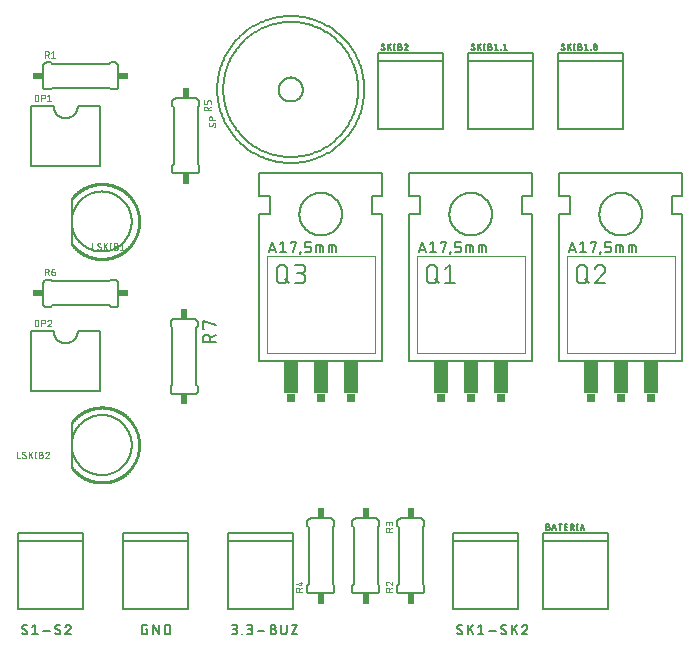
<source format=gbr>
G04 EAGLE Gerber RS-274X export*
G75*
%MOMM*%
%FSLAX34Y34*%
%LPD*%
%INSilkscreen Top*%
%IPPOS*%
%AMOC8*
5,1,8,0,0,1.08239X$1,22.5*%
G01*
%ADD10C,0.203200*%
%ADD11C,0.254000*%
%ADD12C,0.152400*%
%ADD13C,0.050800*%
%ADD14C,0.127000*%
%ADD15R,0.762000X0.635000*%
%ADD16R,1.270000X2.794000*%
%ADD17C,0.177800*%
%ADD18R,0.863600X0.609600*%
%ADD19R,0.609600X0.863600*%


D10*
X132080Y391160D02*
X132080Y353060D01*
D11*
X132554Y352444D01*
X133043Y351839D01*
X133547Y351247D01*
X134065Y350667D01*
X134597Y350100D01*
X135143Y349546D01*
X135702Y349006D01*
X136275Y348480D01*
X136860Y347967D01*
X137457Y347470D01*
X138066Y346987D01*
X138687Y346519D01*
X139320Y346066D01*
X139963Y345629D01*
X140617Y345208D01*
X141281Y344804D01*
X141954Y344415D01*
X142637Y344043D01*
X143329Y343688D01*
X144029Y343350D01*
X144737Y343029D01*
X145453Y342726D01*
X146177Y342440D01*
X146906Y342172D01*
X147643Y341922D01*
X148385Y341691D01*
X149133Y341477D01*
X149885Y341282D01*
X150643Y341105D01*
X151404Y340947D01*
X152169Y340807D01*
X152937Y340687D01*
X153708Y340585D01*
X154481Y340502D01*
X155256Y340438D01*
X156032Y340393D01*
X156809Y340367D01*
X157587Y340360D01*
X158364Y340372D01*
X159141Y340403D01*
X159917Y340454D01*
X160692Y340523D01*
X161464Y340611D01*
X162234Y340718D01*
X163002Y340844D01*
X163766Y340988D01*
X164526Y341152D01*
X165282Y341334D01*
X166033Y341534D01*
X166780Y341752D01*
X167520Y341989D01*
X168255Y342244D01*
X168983Y342517D01*
X169704Y342808D01*
X170418Y343116D01*
X171124Y343441D01*
X171822Y343784D01*
X172512Y344144D01*
X173192Y344520D01*
X173863Y344913D01*
X174524Y345323D01*
X175175Y345748D01*
X175815Y346189D01*
X176444Y346646D01*
X177062Y347118D01*
X177668Y347605D01*
X178262Y348107D01*
X178844Y348623D01*
X179413Y349153D01*
X179968Y349697D01*
X180511Y350255D01*
X181039Y350825D01*
X181553Y351408D01*
X182053Y352004D01*
X182538Y352612D01*
X183008Y353231D01*
X183462Y353862D01*
X183901Y354504D01*
X184325Y355156D01*
X184732Y355819D01*
X185123Y356491D01*
X185497Y357173D01*
X185854Y357863D01*
X186194Y358562D01*
X186518Y359270D01*
X186823Y359984D01*
X187112Y360707D01*
X187382Y361436D01*
X187634Y362171D01*
X187869Y362913D01*
X188085Y363660D01*
X188283Y364412D01*
X188462Y365168D01*
X188623Y365929D01*
X188765Y366693D01*
X188888Y367461D01*
X188992Y368232D01*
X189078Y369005D01*
X189144Y369779D01*
X189192Y370555D01*
X189220Y371332D01*
X189230Y372110D01*
X189220Y372888D01*
X189192Y373665D01*
X189144Y374441D01*
X189078Y375215D01*
X188992Y375988D01*
X188888Y376759D01*
X188765Y377527D01*
X188623Y378291D01*
X188462Y379052D01*
X188283Y379808D01*
X188085Y380560D01*
X187869Y381307D01*
X187634Y382049D01*
X187382Y382784D01*
X187112Y383513D01*
X186823Y384236D01*
X186518Y384950D01*
X186194Y385658D01*
X185854Y386357D01*
X185497Y387047D01*
X185123Y387729D01*
X184732Y388401D01*
X184325Y389064D01*
X183901Y389716D01*
X183462Y390358D01*
X183008Y390989D01*
X182538Y391608D01*
X182053Y392216D01*
X181553Y392812D01*
X181039Y393395D01*
X180511Y393965D01*
X179968Y394523D01*
X179413Y395067D01*
X178844Y395597D01*
X178262Y396113D01*
X177668Y396615D01*
X177062Y397102D01*
X176444Y397574D01*
X175815Y398031D01*
X175175Y398472D01*
X174524Y398897D01*
X173863Y399307D01*
X173192Y399700D01*
X172512Y400076D01*
X171822Y400436D01*
X171124Y400779D01*
X170418Y401104D01*
X169704Y401412D01*
X168983Y401703D01*
X168255Y401976D01*
X167520Y402231D01*
X166780Y402468D01*
X166033Y402686D01*
X165282Y402886D01*
X164526Y403068D01*
X163766Y403232D01*
X163002Y403376D01*
X162234Y403502D01*
X161464Y403609D01*
X160692Y403697D01*
X159917Y403766D01*
X159141Y403817D01*
X158364Y403848D01*
X157587Y403860D01*
X156809Y403853D01*
X156032Y403827D01*
X155256Y403782D01*
X154481Y403718D01*
X153708Y403635D01*
X152937Y403533D01*
X152169Y403413D01*
X151404Y403273D01*
X150643Y403115D01*
X149885Y402938D01*
X149133Y402743D01*
X148385Y402529D01*
X147643Y402298D01*
X146906Y402048D01*
X146177Y401780D01*
X145453Y401494D01*
X144737Y401191D01*
X144029Y400870D01*
X143329Y400532D01*
X142637Y400177D01*
X141954Y399805D01*
X141281Y399416D01*
X140617Y399012D01*
X139963Y398591D01*
X139320Y398154D01*
X138687Y397701D01*
X138066Y397233D01*
X137457Y396750D01*
X136860Y396253D01*
X136275Y395740D01*
X135702Y395214D01*
X135143Y394674D01*
X134597Y394120D01*
X134065Y393553D01*
X133547Y392973D01*
X133043Y392381D01*
X132554Y391776D01*
X132080Y391160D01*
D12*
X132080Y372110D02*
X132088Y372733D01*
X132111Y373356D01*
X132149Y373979D01*
X132202Y374600D01*
X132271Y375219D01*
X132355Y375837D01*
X132454Y376452D01*
X132568Y377065D01*
X132697Y377675D01*
X132841Y378282D01*
X133000Y378885D01*
X133174Y379483D01*
X133362Y380078D01*
X133565Y380667D01*
X133782Y381251D01*
X134013Y381830D01*
X134259Y382403D01*
X134519Y382970D01*
X134792Y383530D01*
X135079Y384083D01*
X135380Y384630D01*
X135694Y385168D01*
X136021Y385699D01*
X136361Y386221D01*
X136713Y386736D01*
X137079Y387241D01*
X137456Y387737D01*
X137846Y388224D01*
X138247Y388701D01*
X138660Y389168D01*
X139084Y389624D01*
X139519Y390071D01*
X139966Y390506D01*
X140422Y390930D01*
X140889Y391343D01*
X141366Y391744D01*
X141853Y392134D01*
X142349Y392511D01*
X142854Y392877D01*
X143369Y393229D01*
X143891Y393569D01*
X144422Y393896D01*
X144960Y394210D01*
X145507Y394511D01*
X146060Y394798D01*
X146620Y395071D01*
X147187Y395331D01*
X147760Y395577D01*
X148339Y395808D01*
X148923Y396025D01*
X149512Y396228D01*
X150107Y396416D01*
X150705Y396590D01*
X151308Y396749D01*
X151915Y396893D01*
X152525Y397022D01*
X153138Y397136D01*
X153753Y397235D01*
X154371Y397319D01*
X154990Y397388D01*
X155611Y397441D01*
X156234Y397479D01*
X156857Y397502D01*
X157480Y397510D01*
X158103Y397502D01*
X158726Y397479D01*
X159349Y397441D01*
X159970Y397388D01*
X160589Y397319D01*
X161207Y397235D01*
X161822Y397136D01*
X162435Y397022D01*
X163045Y396893D01*
X163652Y396749D01*
X164255Y396590D01*
X164853Y396416D01*
X165448Y396228D01*
X166037Y396025D01*
X166621Y395808D01*
X167200Y395577D01*
X167773Y395331D01*
X168340Y395071D01*
X168900Y394798D01*
X169453Y394511D01*
X170000Y394210D01*
X170538Y393896D01*
X171069Y393569D01*
X171591Y393229D01*
X172106Y392877D01*
X172611Y392511D01*
X173107Y392134D01*
X173594Y391744D01*
X174071Y391343D01*
X174538Y390930D01*
X174994Y390506D01*
X175441Y390071D01*
X175876Y389624D01*
X176300Y389168D01*
X176713Y388701D01*
X177114Y388224D01*
X177504Y387737D01*
X177881Y387241D01*
X178247Y386736D01*
X178599Y386221D01*
X178939Y385699D01*
X179266Y385168D01*
X179580Y384630D01*
X179881Y384083D01*
X180168Y383530D01*
X180441Y382970D01*
X180701Y382403D01*
X180947Y381830D01*
X181178Y381251D01*
X181395Y380667D01*
X181598Y380078D01*
X181786Y379483D01*
X181960Y378885D01*
X182119Y378282D01*
X182263Y377675D01*
X182392Y377065D01*
X182506Y376452D01*
X182605Y375837D01*
X182689Y375219D01*
X182758Y374600D01*
X182811Y373979D01*
X182849Y373356D01*
X182872Y372733D01*
X182880Y372110D01*
X182872Y371487D01*
X182849Y370864D01*
X182811Y370241D01*
X182758Y369620D01*
X182689Y369001D01*
X182605Y368383D01*
X182506Y367768D01*
X182392Y367155D01*
X182263Y366545D01*
X182119Y365938D01*
X181960Y365335D01*
X181786Y364737D01*
X181598Y364142D01*
X181395Y363553D01*
X181178Y362969D01*
X180947Y362390D01*
X180701Y361817D01*
X180441Y361250D01*
X180168Y360690D01*
X179881Y360137D01*
X179580Y359590D01*
X179266Y359052D01*
X178939Y358521D01*
X178599Y357999D01*
X178247Y357484D01*
X177881Y356979D01*
X177504Y356483D01*
X177114Y355996D01*
X176713Y355519D01*
X176300Y355052D01*
X175876Y354596D01*
X175441Y354149D01*
X174994Y353714D01*
X174538Y353290D01*
X174071Y352877D01*
X173594Y352476D01*
X173107Y352086D01*
X172611Y351709D01*
X172106Y351343D01*
X171591Y350991D01*
X171069Y350651D01*
X170538Y350324D01*
X170000Y350010D01*
X169453Y349709D01*
X168900Y349422D01*
X168340Y349149D01*
X167773Y348889D01*
X167200Y348643D01*
X166621Y348412D01*
X166037Y348195D01*
X165448Y347992D01*
X164853Y347804D01*
X164255Y347630D01*
X163652Y347471D01*
X163045Y347327D01*
X162435Y347198D01*
X161822Y347084D01*
X161207Y346985D01*
X160589Y346901D01*
X159970Y346832D01*
X159349Y346779D01*
X158726Y346741D01*
X158103Y346718D01*
X157480Y346710D01*
X156857Y346718D01*
X156234Y346741D01*
X155611Y346779D01*
X154990Y346832D01*
X154371Y346901D01*
X153753Y346985D01*
X153138Y347084D01*
X152525Y347198D01*
X151915Y347327D01*
X151308Y347471D01*
X150705Y347630D01*
X150107Y347804D01*
X149512Y347992D01*
X148923Y348195D01*
X148339Y348412D01*
X147760Y348643D01*
X147187Y348889D01*
X146620Y349149D01*
X146060Y349422D01*
X145507Y349709D01*
X144960Y350010D01*
X144422Y350324D01*
X143891Y350651D01*
X143369Y350991D01*
X142854Y351343D01*
X142349Y351709D01*
X141853Y352086D01*
X141366Y352476D01*
X140889Y352877D01*
X140422Y353290D01*
X139966Y353714D01*
X139519Y354149D01*
X139084Y354596D01*
X138660Y355052D01*
X138247Y355519D01*
X137846Y355996D01*
X137456Y356483D01*
X137079Y356979D01*
X136713Y357484D01*
X136361Y357999D01*
X136021Y358521D01*
X135694Y359052D01*
X135380Y359590D01*
X135079Y360137D01*
X134792Y360690D01*
X134519Y361250D01*
X134259Y361817D01*
X134013Y362390D01*
X133782Y362969D01*
X133565Y363553D01*
X133362Y364142D01*
X133174Y364737D01*
X133000Y365335D01*
X132841Y365938D01*
X132697Y366545D01*
X132568Y367155D01*
X132454Y367768D01*
X132355Y368383D01*
X132271Y369001D01*
X132202Y369620D01*
X132149Y370241D01*
X132111Y370864D01*
X132088Y371487D01*
X132080Y372110D01*
D13*
X149226Y353822D02*
X149226Y348234D01*
X151709Y348234D01*
X155466Y348234D02*
X155536Y348236D01*
X155605Y348242D01*
X155674Y348252D01*
X155742Y348265D01*
X155810Y348283D01*
X155876Y348304D01*
X155941Y348329D01*
X156005Y348357D01*
X156067Y348389D01*
X156127Y348424D01*
X156185Y348463D01*
X156240Y348505D01*
X156294Y348550D01*
X156344Y348598D01*
X156392Y348648D01*
X156437Y348702D01*
X156479Y348757D01*
X156518Y348815D01*
X156553Y348875D01*
X156585Y348937D01*
X156613Y349001D01*
X156638Y349066D01*
X156659Y349132D01*
X156677Y349200D01*
X156690Y349268D01*
X156700Y349337D01*
X156706Y349406D01*
X156708Y349476D01*
X155466Y348234D02*
X155367Y348236D01*
X155269Y348241D01*
X155171Y348251D01*
X155073Y348264D01*
X154976Y348280D01*
X154879Y348300D01*
X154784Y348324D01*
X154689Y348352D01*
X154595Y348383D01*
X154503Y348417D01*
X154412Y348455D01*
X154322Y348496D01*
X154234Y348541D01*
X154148Y348589D01*
X154064Y348640D01*
X153982Y348694D01*
X153901Y348752D01*
X153823Y348812D01*
X153748Y348875D01*
X153674Y348941D01*
X153604Y349010D01*
X153759Y352580D02*
X153761Y352650D01*
X153767Y352719D01*
X153777Y352788D01*
X153790Y352856D01*
X153808Y352924D01*
X153829Y352990D01*
X153854Y353055D01*
X153882Y353119D01*
X153914Y353181D01*
X153949Y353241D01*
X153988Y353299D01*
X154030Y353354D01*
X154075Y353408D01*
X154123Y353458D01*
X154173Y353506D01*
X154227Y353551D01*
X154282Y353593D01*
X154340Y353632D01*
X154400Y353667D01*
X154462Y353699D01*
X154526Y353727D01*
X154591Y353752D01*
X154657Y353773D01*
X154725Y353791D01*
X154793Y353804D01*
X154862Y353814D01*
X154931Y353820D01*
X155001Y353822D01*
X155095Y353820D01*
X155188Y353814D01*
X155281Y353805D01*
X155374Y353792D01*
X155466Y353775D01*
X155557Y353755D01*
X155648Y353730D01*
X155737Y353703D01*
X155825Y353671D01*
X155912Y353636D01*
X155998Y353598D01*
X156081Y353556D01*
X156163Y353511D01*
X156244Y353463D01*
X156322Y353411D01*
X156398Y353356D01*
X154380Y351494D02*
X154321Y351530D01*
X154265Y351570D01*
X154211Y351613D01*
X154159Y351658D01*
X154110Y351707D01*
X154064Y351758D01*
X154021Y351811D01*
X153980Y351867D01*
X153943Y351925D01*
X153908Y351985D01*
X153878Y352046D01*
X153850Y352109D01*
X153826Y352174D01*
X153806Y352240D01*
X153789Y352307D01*
X153776Y352374D01*
X153767Y352442D01*
X153761Y352511D01*
X153759Y352580D01*
X156087Y350562D02*
X156146Y350526D01*
X156202Y350486D01*
X156256Y350443D01*
X156308Y350398D01*
X156357Y350349D01*
X156403Y350298D01*
X156446Y350245D01*
X156487Y350189D01*
X156524Y350131D01*
X156559Y350071D01*
X156589Y350010D01*
X156617Y349947D01*
X156641Y349882D01*
X156661Y349816D01*
X156678Y349749D01*
X156691Y349682D01*
X156700Y349614D01*
X156706Y349545D01*
X156708Y349476D01*
X156087Y350562D02*
X154380Y351494D01*
X159173Y353822D02*
X159173Y348234D01*
X159173Y350407D02*
X162277Y353822D01*
X160415Y351649D02*
X162277Y348234D01*
X164848Y348234D02*
X164848Y353822D01*
X164227Y348234D02*
X165469Y348234D01*
X165469Y353822D02*
X164227Y353822D01*
X167951Y351338D02*
X169503Y351338D01*
X169580Y351336D01*
X169658Y351330D01*
X169734Y351321D01*
X169811Y351307D01*
X169886Y351290D01*
X169960Y351269D01*
X170034Y351244D01*
X170106Y351216D01*
X170176Y351184D01*
X170245Y351149D01*
X170312Y351110D01*
X170377Y351068D01*
X170440Y351023D01*
X170501Y350975D01*
X170559Y350924D01*
X170614Y350870D01*
X170667Y350813D01*
X170716Y350754D01*
X170763Y350692D01*
X170807Y350628D01*
X170847Y350562D01*
X170884Y350494D01*
X170918Y350424D01*
X170948Y350353D01*
X170974Y350280D01*
X170997Y350206D01*
X171016Y350131D01*
X171031Y350056D01*
X171043Y349979D01*
X171051Y349902D01*
X171055Y349825D01*
X171055Y349747D01*
X171051Y349670D01*
X171043Y349593D01*
X171031Y349516D01*
X171016Y349441D01*
X170997Y349366D01*
X170974Y349292D01*
X170948Y349219D01*
X170918Y349148D01*
X170884Y349078D01*
X170847Y349010D01*
X170807Y348944D01*
X170763Y348880D01*
X170716Y348818D01*
X170667Y348759D01*
X170614Y348702D01*
X170559Y348648D01*
X170501Y348597D01*
X170440Y348549D01*
X170377Y348504D01*
X170312Y348462D01*
X170245Y348423D01*
X170176Y348388D01*
X170106Y348356D01*
X170034Y348328D01*
X169960Y348303D01*
X169886Y348282D01*
X169811Y348265D01*
X169734Y348251D01*
X169658Y348242D01*
X169580Y348236D01*
X169503Y348234D01*
X167951Y348234D01*
X167951Y353822D01*
X169503Y353822D01*
X169573Y353820D01*
X169642Y353814D01*
X169711Y353804D01*
X169779Y353791D01*
X169847Y353773D01*
X169913Y353752D01*
X169978Y353727D01*
X170042Y353699D01*
X170104Y353667D01*
X170164Y353632D01*
X170222Y353593D01*
X170277Y353551D01*
X170331Y353506D01*
X170381Y353458D01*
X170429Y353408D01*
X170474Y353354D01*
X170516Y353299D01*
X170555Y353241D01*
X170590Y353181D01*
X170622Y353119D01*
X170650Y353055D01*
X170675Y352990D01*
X170696Y352924D01*
X170714Y352856D01*
X170727Y352788D01*
X170737Y352719D01*
X170743Y352650D01*
X170745Y352580D01*
X170743Y352510D01*
X170737Y352441D01*
X170727Y352372D01*
X170714Y352304D01*
X170696Y352236D01*
X170675Y352170D01*
X170650Y352105D01*
X170622Y352041D01*
X170590Y351979D01*
X170555Y351919D01*
X170516Y351861D01*
X170474Y351806D01*
X170429Y351752D01*
X170381Y351702D01*
X170331Y351654D01*
X170277Y351609D01*
X170222Y351567D01*
X170164Y351528D01*
X170104Y351493D01*
X170042Y351461D01*
X169978Y351433D01*
X169913Y351408D01*
X169847Y351387D01*
X169779Y351369D01*
X169711Y351356D01*
X169642Y351346D01*
X169573Y351340D01*
X169503Y351338D01*
X173172Y352580D02*
X174724Y353822D01*
X174724Y348234D01*
X173172Y348234D02*
X176276Y348234D01*
D10*
X132080Y201930D02*
X132080Y163830D01*
D11*
X132554Y163214D01*
X133043Y162609D01*
X133547Y162017D01*
X134065Y161437D01*
X134597Y160870D01*
X135143Y160316D01*
X135702Y159776D01*
X136275Y159250D01*
X136860Y158737D01*
X137457Y158240D01*
X138066Y157757D01*
X138687Y157289D01*
X139320Y156836D01*
X139963Y156399D01*
X140617Y155978D01*
X141281Y155574D01*
X141954Y155185D01*
X142637Y154813D01*
X143329Y154458D01*
X144029Y154120D01*
X144737Y153799D01*
X145453Y153496D01*
X146177Y153210D01*
X146906Y152942D01*
X147643Y152692D01*
X148385Y152461D01*
X149133Y152247D01*
X149885Y152052D01*
X150643Y151875D01*
X151404Y151717D01*
X152169Y151577D01*
X152937Y151457D01*
X153708Y151355D01*
X154481Y151272D01*
X155256Y151208D01*
X156032Y151163D01*
X156809Y151137D01*
X157587Y151130D01*
X158364Y151142D01*
X159141Y151173D01*
X159917Y151224D01*
X160692Y151293D01*
X161464Y151381D01*
X162234Y151488D01*
X163002Y151614D01*
X163766Y151758D01*
X164526Y151922D01*
X165282Y152104D01*
X166033Y152304D01*
X166780Y152522D01*
X167520Y152759D01*
X168255Y153014D01*
X168983Y153287D01*
X169704Y153578D01*
X170418Y153886D01*
X171124Y154211D01*
X171822Y154554D01*
X172512Y154914D01*
X173192Y155290D01*
X173863Y155683D01*
X174524Y156093D01*
X175175Y156518D01*
X175815Y156959D01*
X176444Y157416D01*
X177062Y157888D01*
X177668Y158375D01*
X178262Y158877D01*
X178844Y159393D01*
X179413Y159923D01*
X179968Y160467D01*
X180511Y161025D01*
X181039Y161595D01*
X181553Y162178D01*
X182053Y162774D01*
X182538Y163382D01*
X183008Y164001D01*
X183462Y164632D01*
X183901Y165274D01*
X184325Y165926D01*
X184732Y166589D01*
X185123Y167261D01*
X185497Y167943D01*
X185854Y168633D01*
X186194Y169332D01*
X186518Y170040D01*
X186823Y170754D01*
X187112Y171477D01*
X187382Y172206D01*
X187634Y172941D01*
X187869Y173683D01*
X188085Y174430D01*
X188283Y175182D01*
X188462Y175938D01*
X188623Y176699D01*
X188765Y177463D01*
X188888Y178231D01*
X188992Y179002D01*
X189078Y179775D01*
X189144Y180549D01*
X189192Y181325D01*
X189220Y182102D01*
X189230Y182880D01*
X189220Y183658D01*
X189192Y184435D01*
X189144Y185211D01*
X189078Y185985D01*
X188992Y186758D01*
X188888Y187529D01*
X188765Y188297D01*
X188623Y189061D01*
X188462Y189822D01*
X188283Y190578D01*
X188085Y191330D01*
X187869Y192077D01*
X187634Y192819D01*
X187382Y193554D01*
X187112Y194283D01*
X186823Y195006D01*
X186518Y195720D01*
X186194Y196428D01*
X185854Y197127D01*
X185497Y197817D01*
X185123Y198499D01*
X184732Y199171D01*
X184325Y199834D01*
X183901Y200486D01*
X183462Y201128D01*
X183008Y201759D01*
X182538Y202378D01*
X182053Y202986D01*
X181553Y203582D01*
X181039Y204165D01*
X180511Y204735D01*
X179968Y205293D01*
X179413Y205837D01*
X178844Y206367D01*
X178262Y206883D01*
X177668Y207385D01*
X177062Y207872D01*
X176444Y208344D01*
X175815Y208801D01*
X175175Y209242D01*
X174524Y209667D01*
X173863Y210077D01*
X173192Y210470D01*
X172512Y210846D01*
X171822Y211206D01*
X171124Y211549D01*
X170418Y211874D01*
X169704Y212182D01*
X168983Y212473D01*
X168255Y212746D01*
X167520Y213001D01*
X166780Y213238D01*
X166033Y213456D01*
X165282Y213656D01*
X164526Y213838D01*
X163766Y214002D01*
X163002Y214146D01*
X162234Y214272D01*
X161464Y214379D01*
X160692Y214467D01*
X159917Y214536D01*
X159141Y214587D01*
X158364Y214618D01*
X157587Y214630D01*
X156809Y214623D01*
X156032Y214597D01*
X155256Y214552D01*
X154481Y214488D01*
X153708Y214405D01*
X152937Y214303D01*
X152169Y214183D01*
X151404Y214043D01*
X150643Y213885D01*
X149885Y213708D01*
X149133Y213513D01*
X148385Y213299D01*
X147643Y213068D01*
X146906Y212818D01*
X146177Y212550D01*
X145453Y212264D01*
X144737Y211961D01*
X144029Y211640D01*
X143329Y211302D01*
X142637Y210947D01*
X141954Y210575D01*
X141281Y210186D01*
X140617Y209782D01*
X139963Y209361D01*
X139320Y208924D01*
X138687Y208471D01*
X138066Y208003D01*
X137457Y207520D01*
X136860Y207023D01*
X136275Y206510D01*
X135702Y205984D01*
X135143Y205444D01*
X134597Y204890D01*
X134065Y204323D01*
X133547Y203743D01*
X133043Y203151D01*
X132554Y202546D01*
X132080Y201930D01*
D12*
X132080Y182880D02*
X132088Y183503D01*
X132111Y184126D01*
X132149Y184749D01*
X132202Y185370D01*
X132271Y185989D01*
X132355Y186607D01*
X132454Y187222D01*
X132568Y187835D01*
X132697Y188445D01*
X132841Y189052D01*
X133000Y189655D01*
X133174Y190253D01*
X133362Y190848D01*
X133565Y191437D01*
X133782Y192021D01*
X134013Y192600D01*
X134259Y193173D01*
X134519Y193740D01*
X134792Y194300D01*
X135079Y194853D01*
X135380Y195400D01*
X135694Y195938D01*
X136021Y196469D01*
X136361Y196991D01*
X136713Y197506D01*
X137079Y198011D01*
X137456Y198507D01*
X137846Y198994D01*
X138247Y199471D01*
X138660Y199938D01*
X139084Y200394D01*
X139519Y200841D01*
X139966Y201276D01*
X140422Y201700D01*
X140889Y202113D01*
X141366Y202514D01*
X141853Y202904D01*
X142349Y203281D01*
X142854Y203647D01*
X143369Y203999D01*
X143891Y204339D01*
X144422Y204666D01*
X144960Y204980D01*
X145507Y205281D01*
X146060Y205568D01*
X146620Y205841D01*
X147187Y206101D01*
X147760Y206347D01*
X148339Y206578D01*
X148923Y206795D01*
X149512Y206998D01*
X150107Y207186D01*
X150705Y207360D01*
X151308Y207519D01*
X151915Y207663D01*
X152525Y207792D01*
X153138Y207906D01*
X153753Y208005D01*
X154371Y208089D01*
X154990Y208158D01*
X155611Y208211D01*
X156234Y208249D01*
X156857Y208272D01*
X157480Y208280D01*
X158103Y208272D01*
X158726Y208249D01*
X159349Y208211D01*
X159970Y208158D01*
X160589Y208089D01*
X161207Y208005D01*
X161822Y207906D01*
X162435Y207792D01*
X163045Y207663D01*
X163652Y207519D01*
X164255Y207360D01*
X164853Y207186D01*
X165448Y206998D01*
X166037Y206795D01*
X166621Y206578D01*
X167200Y206347D01*
X167773Y206101D01*
X168340Y205841D01*
X168900Y205568D01*
X169453Y205281D01*
X170000Y204980D01*
X170538Y204666D01*
X171069Y204339D01*
X171591Y203999D01*
X172106Y203647D01*
X172611Y203281D01*
X173107Y202904D01*
X173594Y202514D01*
X174071Y202113D01*
X174538Y201700D01*
X174994Y201276D01*
X175441Y200841D01*
X175876Y200394D01*
X176300Y199938D01*
X176713Y199471D01*
X177114Y198994D01*
X177504Y198507D01*
X177881Y198011D01*
X178247Y197506D01*
X178599Y196991D01*
X178939Y196469D01*
X179266Y195938D01*
X179580Y195400D01*
X179881Y194853D01*
X180168Y194300D01*
X180441Y193740D01*
X180701Y193173D01*
X180947Y192600D01*
X181178Y192021D01*
X181395Y191437D01*
X181598Y190848D01*
X181786Y190253D01*
X181960Y189655D01*
X182119Y189052D01*
X182263Y188445D01*
X182392Y187835D01*
X182506Y187222D01*
X182605Y186607D01*
X182689Y185989D01*
X182758Y185370D01*
X182811Y184749D01*
X182849Y184126D01*
X182872Y183503D01*
X182880Y182880D01*
X182872Y182257D01*
X182849Y181634D01*
X182811Y181011D01*
X182758Y180390D01*
X182689Y179771D01*
X182605Y179153D01*
X182506Y178538D01*
X182392Y177925D01*
X182263Y177315D01*
X182119Y176708D01*
X181960Y176105D01*
X181786Y175507D01*
X181598Y174912D01*
X181395Y174323D01*
X181178Y173739D01*
X180947Y173160D01*
X180701Y172587D01*
X180441Y172020D01*
X180168Y171460D01*
X179881Y170907D01*
X179580Y170360D01*
X179266Y169822D01*
X178939Y169291D01*
X178599Y168769D01*
X178247Y168254D01*
X177881Y167749D01*
X177504Y167253D01*
X177114Y166766D01*
X176713Y166289D01*
X176300Y165822D01*
X175876Y165366D01*
X175441Y164919D01*
X174994Y164484D01*
X174538Y164060D01*
X174071Y163647D01*
X173594Y163246D01*
X173107Y162856D01*
X172611Y162479D01*
X172106Y162113D01*
X171591Y161761D01*
X171069Y161421D01*
X170538Y161094D01*
X170000Y160780D01*
X169453Y160479D01*
X168900Y160192D01*
X168340Y159919D01*
X167773Y159659D01*
X167200Y159413D01*
X166621Y159182D01*
X166037Y158965D01*
X165448Y158762D01*
X164853Y158574D01*
X164255Y158400D01*
X163652Y158241D01*
X163045Y158097D01*
X162435Y157968D01*
X161822Y157854D01*
X161207Y157755D01*
X160589Y157671D01*
X159970Y157602D01*
X159349Y157549D01*
X158726Y157511D01*
X158103Y157488D01*
X157480Y157480D01*
X156857Y157488D01*
X156234Y157511D01*
X155611Y157549D01*
X154990Y157602D01*
X154371Y157671D01*
X153753Y157755D01*
X153138Y157854D01*
X152525Y157968D01*
X151915Y158097D01*
X151308Y158241D01*
X150705Y158400D01*
X150107Y158574D01*
X149512Y158762D01*
X148923Y158965D01*
X148339Y159182D01*
X147760Y159413D01*
X147187Y159659D01*
X146620Y159919D01*
X146060Y160192D01*
X145507Y160479D01*
X144960Y160780D01*
X144422Y161094D01*
X143891Y161421D01*
X143369Y161761D01*
X142854Y162113D01*
X142349Y162479D01*
X141853Y162856D01*
X141366Y163246D01*
X140889Y163647D01*
X140422Y164060D01*
X139966Y164484D01*
X139519Y164919D01*
X139084Y165366D01*
X138660Y165822D01*
X138247Y166289D01*
X137846Y166766D01*
X137456Y167253D01*
X137079Y167749D01*
X136713Y168254D01*
X136361Y168769D01*
X136021Y169291D01*
X135694Y169822D01*
X135380Y170360D01*
X135079Y170907D01*
X134792Y171460D01*
X134519Y172020D01*
X134259Y172587D01*
X134013Y173160D01*
X133782Y173739D01*
X133565Y174323D01*
X133362Y174912D01*
X133174Y175507D01*
X133000Y176105D01*
X132841Y176708D01*
X132697Y177315D01*
X132568Y177925D01*
X132454Y178538D01*
X132355Y179153D01*
X132271Y179771D01*
X132202Y180390D01*
X132149Y181011D01*
X132111Y181634D01*
X132088Y182257D01*
X132080Y182880D01*
D13*
X85726Y177292D02*
X85726Y171704D01*
X88209Y171704D01*
X91966Y171704D02*
X92036Y171706D01*
X92105Y171712D01*
X92174Y171722D01*
X92242Y171735D01*
X92310Y171753D01*
X92376Y171774D01*
X92441Y171799D01*
X92505Y171827D01*
X92567Y171859D01*
X92627Y171894D01*
X92685Y171933D01*
X92740Y171975D01*
X92794Y172020D01*
X92844Y172068D01*
X92892Y172118D01*
X92937Y172172D01*
X92979Y172227D01*
X93018Y172285D01*
X93053Y172345D01*
X93085Y172407D01*
X93113Y172471D01*
X93138Y172536D01*
X93159Y172602D01*
X93177Y172670D01*
X93190Y172738D01*
X93200Y172807D01*
X93206Y172876D01*
X93208Y172946D01*
X91966Y171704D02*
X91867Y171706D01*
X91769Y171711D01*
X91671Y171721D01*
X91573Y171734D01*
X91476Y171750D01*
X91379Y171770D01*
X91284Y171794D01*
X91189Y171822D01*
X91095Y171853D01*
X91003Y171887D01*
X90912Y171925D01*
X90822Y171966D01*
X90734Y172011D01*
X90648Y172059D01*
X90564Y172110D01*
X90482Y172164D01*
X90401Y172222D01*
X90323Y172282D01*
X90248Y172345D01*
X90174Y172411D01*
X90104Y172480D01*
X90259Y176050D02*
X90261Y176120D01*
X90267Y176189D01*
X90277Y176258D01*
X90290Y176326D01*
X90308Y176394D01*
X90329Y176460D01*
X90354Y176525D01*
X90382Y176589D01*
X90414Y176651D01*
X90449Y176711D01*
X90488Y176769D01*
X90530Y176824D01*
X90575Y176878D01*
X90623Y176928D01*
X90673Y176976D01*
X90727Y177021D01*
X90782Y177063D01*
X90840Y177102D01*
X90900Y177137D01*
X90962Y177169D01*
X91026Y177197D01*
X91091Y177222D01*
X91157Y177243D01*
X91225Y177261D01*
X91293Y177274D01*
X91362Y177284D01*
X91431Y177290D01*
X91501Y177292D01*
X91595Y177290D01*
X91688Y177284D01*
X91781Y177275D01*
X91874Y177262D01*
X91966Y177245D01*
X92057Y177225D01*
X92148Y177200D01*
X92237Y177173D01*
X92325Y177141D01*
X92412Y177106D01*
X92498Y177068D01*
X92581Y177026D01*
X92663Y176981D01*
X92744Y176933D01*
X92822Y176881D01*
X92898Y176826D01*
X90880Y174964D02*
X90821Y175000D01*
X90765Y175040D01*
X90711Y175083D01*
X90659Y175128D01*
X90610Y175177D01*
X90564Y175228D01*
X90521Y175281D01*
X90480Y175337D01*
X90443Y175395D01*
X90408Y175455D01*
X90378Y175516D01*
X90350Y175579D01*
X90326Y175644D01*
X90306Y175710D01*
X90289Y175777D01*
X90276Y175844D01*
X90267Y175912D01*
X90261Y175981D01*
X90259Y176050D01*
X92587Y174032D02*
X92646Y173996D01*
X92702Y173956D01*
X92756Y173913D01*
X92808Y173868D01*
X92857Y173819D01*
X92903Y173768D01*
X92946Y173715D01*
X92987Y173659D01*
X93024Y173601D01*
X93059Y173541D01*
X93089Y173480D01*
X93117Y173417D01*
X93141Y173352D01*
X93161Y173286D01*
X93178Y173219D01*
X93191Y173152D01*
X93200Y173084D01*
X93206Y173015D01*
X93208Y172946D01*
X92587Y174032D02*
X90880Y174964D01*
X95673Y177292D02*
X95673Y171704D01*
X95673Y173877D02*
X98777Y177292D01*
X96915Y175119D02*
X98777Y171704D01*
X101348Y171704D02*
X101348Y177292D01*
X100727Y171704D02*
X101969Y171704D01*
X101969Y177292D02*
X100727Y177292D01*
X104451Y174808D02*
X106003Y174808D01*
X106080Y174806D01*
X106158Y174800D01*
X106234Y174791D01*
X106311Y174777D01*
X106386Y174760D01*
X106460Y174739D01*
X106534Y174714D01*
X106606Y174686D01*
X106676Y174654D01*
X106745Y174619D01*
X106812Y174580D01*
X106877Y174538D01*
X106940Y174493D01*
X107001Y174445D01*
X107059Y174394D01*
X107114Y174340D01*
X107167Y174283D01*
X107216Y174224D01*
X107263Y174162D01*
X107307Y174098D01*
X107347Y174032D01*
X107384Y173964D01*
X107418Y173894D01*
X107448Y173823D01*
X107474Y173750D01*
X107497Y173676D01*
X107516Y173601D01*
X107531Y173526D01*
X107543Y173449D01*
X107551Y173372D01*
X107555Y173295D01*
X107555Y173217D01*
X107551Y173140D01*
X107543Y173063D01*
X107531Y172986D01*
X107516Y172911D01*
X107497Y172836D01*
X107474Y172762D01*
X107448Y172689D01*
X107418Y172618D01*
X107384Y172548D01*
X107347Y172480D01*
X107307Y172414D01*
X107263Y172350D01*
X107216Y172288D01*
X107167Y172229D01*
X107114Y172172D01*
X107059Y172118D01*
X107001Y172067D01*
X106940Y172019D01*
X106877Y171974D01*
X106812Y171932D01*
X106745Y171893D01*
X106676Y171858D01*
X106606Y171826D01*
X106534Y171798D01*
X106460Y171773D01*
X106386Y171752D01*
X106311Y171735D01*
X106234Y171721D01*
X106158Y171712D01*
X106080Y171706D01*
X106003Y171704D01*
X104451Y171704D01*
X104451Y177292D01*
X106003Y177292D01*
X106073Y177290D01*
X106142Y177284D01*
X106211Y177274D01*
X106279Y177261D01*
X106347Y177243D01*
X106413Y177222D01*
X106478Y177197D01*
X106542Y177169D01*
X106604Y177137D01*
X106664Y177102D01*
X106722Y177063D01*
X106777Y177021D01*
X106831Y176976D01*
X106881Y176928D01*
X106929Y176878D01*
X106974Y176824D01*
X107016Y176769D01*
X107055Y176711D01*
X107090Y176651D01*
X107122Y176589D01*
X107150Y176525D01*
X107175Y176460D01*
X107196Y176394D01*
X107214Y176326D01*
X107227Y176258D01*
X107237Y176189D01*
X107243Y176120D01*
X107245Y176050D01*
X107243Y175980D01*
X107237Y175911D01*
X107227Y175842D01*
X107214Y175774D01*
X107196Y175706D01*
X107175Y175640D01*
X107150Y175575D01*
X107122Y175511D01*
X107090Y175449D01*
X107055Y175389D01*
X107016Y175331D01*
X106974Y175276D01*
X106929Y175222D01*
X106881Y175172D01*
X106831Y175124D01*
X106777Y175079D01*
X106722Y175037D01*
X106664Y174998D01*
X106604Y174963D01*
X106542Y174931D01*
X106478Y174903D01*
X106413Y174878D01*
X106347Y174857D01*
X106279Y174839D01*
X106211Y174826D01*
X106142Y174816D01*
X106073Y174810D01*
X106003Y174808D01*
X111379Y177292D02*
X111452Y177290D01*
X111525Y177284D01*
X111598Y177275D01*
X111669Y177261D01*
X111741Y177244D01*
X111811Y177224D01*
X111880Y177199D01*
X111947Y177171D01*
X112013Y177140D01*
X112078Y177105D01*
X112140Y177067D01*
X112200Y177025D01*
X112258Y176981D01*
X112314Y176933D01*
X112367Y176883D01*
X112417Y176830D01*
X112465Y176774D01*
X112509Y176716D01*
X112551Y176656D01*
X112589Y176594D01*
X112624Y176529D01*
X112655Y176463D01*
X112683Y176396D01*
X112708Y176327D01*
X112728Y176257D01*
X112745Y176185D01*
X112759Y176114D01*
X112768Y176041D01*
X112774Y175968D01*
X112776Y175895D01*
X111379Y177292D02*
X111295Y177290D01*
X111212Y177284D01*
X111129Y177275D01*
X111047Y177261D01*
X110965Y177244D01*
X110884Y177222D01*
X110804Y177197D01*
X110726Y177169D01*
X110648Y177137D01*
X110573Y177101D01*
X110499Y177062D01*
X110427Y177019D01*
X110357Y176973D01*
X110290Y176924D01*
X110224Y176871D01*
X110162Y176816D01*
X110102Y176758D01*
X110044Y176697D01*
X109990Y176634D01*
X109938Y176568D01*
X109890Y176500D01*
X109845Y176429D01*
X109803Y176357D01*
X109765Y176282D01*
X109730Y176206D01*
X109699Y176129D01*
X109671Y176050D01*
X112310Y174809D02*
X112364Y174862D01*
X112415Y174919D01*
X112463Y174978D01*
X112508Y175039D01*
X112549Y175102D01*
X112588Y175168D01*
X112623Y175235D01*
X112655Y175304D01*
X112683Y175375D01*
X112707Y175446D01*
X112728Y175519D01*
X112745Y175593D01*
X112759Y175668D01*
X112768Y175743D01*
X112774Y175819D01*
X112776Y175895D01*
X112310Y174808D02*
X109672Y171704D01*
X112776Y171704D01*
D12*
X156210Y419100D02*
X156210Y469900D01*
X97790Y469900D02*
X97790Y419100D01*
X156210Y419100D01*
X156210Y469900D02*
X137160Y469900D01*
X116840Y469900D02*
X97790Y469900D01*
X116840Y469900D02*
X116843Y469653D01*
X116852Y469405D01*
X116867Y469158D01*
X116888Y468912D01*
X116915Y468666D01*
X116948Y468421D01*
X116987Y468176D01*
X117032Y467933D01*
X117083Y467691D01*
X117140Y467450D01*
X117202Y467211D01*
X117271Y466973D01*
X117345Y466737D01*
X117425Y466503D01*
X117510Y466271D01*
X117602Y466041D01*
X117698Y465813D01*
X117801Y465588D01*
X117908Y465365D01*
X118022Y465145D01*
X118140Y464928D01*
X118264Y464713D01*
X118393Y464502D01*
X118527Y464294D01*
X118666Y464089D01*
X118810Y463888D01*
X118958Y463690D01*
X119112Y463496D01*
X119270Y463306D01*
X119433Y463120D01*
X119600Y462938D01*
X119772Y462760D01*
X119948Y462586D01*
X120128Y462416D01*
X120313Y462251D01*
X120501Y462091D01*
X120693Y461935D01*
X120889Y461783D01*
X121088Y461637D01*
X121291Y461495D01*
X121498Y461359D01*
X121707Y461227D01*
X121920Y461101D01*
X122136Y460980D01*
X122354Y460864D01*
X122576Y460754D01*
X122800Y460649D01*
X123026Y460549D01*
X123255Y460455D01*
X123486Y460367D01*
X123720Y460284D01*
X123955Y460207D01*
X124192Y460136D01*
X124430Y460070D01*
X124670Y460011D01*
X124912Y459957D01*
X125155Y459909D01*
X125398Y459867D01*
X125643Y459831D01*
X125889Y459801D01*
X126135Y459777D01*
X126382Y459759D01*
X126629Y459747D01*
X126876Y459741D01*
X127124Y459741D01*
X127371Y459747D01*
X127618Y459759D01*
X127865Y459777D01*
X128111Y459801D01*
X128357Y459831D01*
X128602Y459867D01*
X128845Y459909D01*
X129088Y459957D01*
X129330Y460011D01*
X129570Y460070D01*
X129808Y460136D01*
X130045Y460207D01*
X130280Y460284D01*
X130514Y460367D01*
X130745Y460455D01*
X130974Y460549D01*
X131200Y460649D01*
X131424Y460754D01*
X131646Y460864D01*
X131864Y460980D01*
X132080Y461101D01*
X132293Y461227D01*
X132502Y461359D01*
X132709Y461495D01*
X132912Y461637D01*
X133111Y461783D01*
X133307Y461935D01*
X133499Y462091D01*
X133687Y462251D01*
X133872Y462416D01*
X134052Y462586D01*
X134228Y462760D01*
X134400Y462938D01*
X134567Y463120D01*
X134730Y463306D01*
X134888Y463496D01*
X135042Y463690D01*
X135190Y463888D01*
X135334Y464089D01*
X135473Y464294D01*
X135607Y464502D01*
X135736Y464713D01*
X135860Y464928D01*
X135978Y465145D01*
X136092Y465365D01*
X136199Y465588D01*
X136302Y465813D01*
X136398Y466041D01*
X136490Y466271D01*
X136575Y466503D01*
X136655Y466737D01*
X136729Y466973D01*
X136798Y467211D01*
X136860Y467450D01*
X136917Y467691D01*
X136968Y467933D01*
X137013Y468176D01*
X137052Y468421D01*
X137085Y468666D01*
X137112Y468912D01*
X137133Y469158D01*
X137148Y469405D01*
X137157Y469653D01*
X137160Y469900D01*
D13*
X100584Y475516D02*
X100584Y478000D01*
X100586Y478077D01*
X100592Y478155D01*
X100601Y478231D01*
X100615Y478308D01*
X100632Y478383D01*
X100653Y478457D01*
X100678Y478531D01*
X100706Y478603D01*
X100738Y478673D01*
X100773Y478742D01*
X100812Y478809D01*
X100854Y478874D01*
X100899Y478937D01*
X100947Y478998D01*
X100998Y479056D01*
X101052Y479111D01*
X101109Y479164D01*
X101168Y479213D01*
X101230Y479260D01*
X101294Y479304D01*
X101360Y479344D01*
X101428Y479381D01*
X101498Y479415D01*
X101569Y479445D01*
X101642Y479471D01*
X101716Y479494D01*
X101791Y479513D01*
X101866Y479528D01*
X101943Y479540D01*
X102020Y479548D01*
X102097Y479552D01*
X102175Y479552D01*
X102252Y479548D01*
X102329Y479540D01*
X102406Y479528D01*
X102481Y479513D01*
X102556Y479494D01*
X102630Y479471D01*
X102703Y479445D01*
X102774Y479415D01*
X102844Y479381D01*
X102912Y479344D01*
X102978Y479304D01*
X103042Y479260D01*
X103104Y479213D01*
X103163Y479164D01*
X103220Y479111D01*
X103274Y479056D01*
X103325Y478998D01*
X103373Y478937D01*
X103418Y478874D01*
X103460Y478809D01*
X103499Y478742D01*
X103534Y478673D01*
X103566Y478603D01*
X103594Y478531D01*
X103619Y478457D01*
X103640Y478383D01*
X103657Y478308D01*
X103671Y478231D01*
X103680Y478155D01*
X103686Y478077D01*
X103688Y478000D01*
X103688Y475516D01*
X103686Y475439D01*
X103680Y475361D01*
X103671Y475285D01*
X103657Y475208D01*
X103640Y475133D01*
X103619Y475059D01*
X103594Y474985D01*
X103566Y474913D01*
X103534Y474843D01*
X103499Y474774D01*
X103460Y474707D01*
X103418Y474642D01*
X103373Y474579D01*
X103325Y474518D01*
X103274Y474460D01*
X103220Y474405D01*
X103163Y474352D01*
X103104Y474303D01*
X103042Y474256D01*
X102978Y474212D01*
X102912Y474172D01*
X102844Y474135D01*
X102774Y474101D01*
X102703Y474071D01*
X102630Y474045D01*
X102556Y474022D01*
X102481Y474003D01*
X102406Y473988D01*
X102329Y473976D01*
X102252Y473968D01*
X102175Y473964D01*
X102097Y473964D01*
X102020Y473968D01*
X101943Y473976D01*
X101866Y473988D01*
X101791Y474003D01*
X101716Y474022D01*
X101642Y474045D01*
X101569Y474071D01*
X101498Y474101D01*
X101428Y474135D01*
X101360Y474172D01*
X101294Y474212D01*
X101230Y474256D01*
X101168Y474303D01*
X101109Y474352D01*
X101052Y474405D01*
X100998Y474460D01*
X100947Y474518D01*
X100899Y474579D01*
X100854Y474642D01*
X100812Y474707D01*
X100773Y474774D01*
X100738Y474843D01*
X100706Y474913D01*
X100678Y474985D01*
X100653Y475059D01*
X100632Y475133D01*
X100615Y475208D01*
X100601Y475285D01*
X100592Y475361D01*
X100586Y475439D01*
X100584Y475516D01*
X106336Y473964D02*
X106336Y479552D01*
X107888Y479552D01*
X107965Y479550D01*
X108043Y479544D01*
X108119Y479535D01*
X108196Y479521D01*
X108271Y479504D01*
X108345Y479483D01*
X108419Y479458D01*
X108491Y479430D01*
X108561Y479398D01*
X108630Y479363D01*
X108697Y479324D01*
X108762Y479282D01*
X108825Y479237D01*
X108886Y479189D01*
X108944Y479138D01*
X108999Y479084D01*
X109052Y479027D01*
X109101Y478968D01*
X109148Y478906D01*
X109192Y478842D01*
X109232Y478776D01*
X109269Y478708D01*
X109303Y478638D01*
X109333Y478567D01*
X109359Y478494D01*
X109382Y478420D01*
X109401Y478345D01*
X109416Y478270D01*
X109428Y478193D01*
X109436Y478116D01*
X109440Y478039D01*
X109440Y477961D01*
X109436Y477884D01*
X109428Y477807D01*
X109416Y477730D01*
X109401Y477655D01*
X109382Y477580D01*
X109359Y477506D01*
X109333Y477433D01*
X109303Y477362D01*
X109269Y477292D01*
X109232Y477224D01*
X109192Y477158D01*
X109148Y477094D01*
X109101Y477032D01*
X109052Y476973D01*
X108999Y476916D01*
X108944Y476862D01*
X108886Y476811D01*
X108825Y476763D01*
X108762Y476718D01*
X108697Y476676D01*
X108630Y476637D01*
X108561Y476602D01*
X108491Y476570D01*
X108419Y476542D01*
X108345Y476517D01*
X108271Y476496D01*
X108196Y476479D01*
X108119Y476465D01*
X108043Y476456D01*
X107965Y476450D01*
X107888Y476448D01*
X106336Y476448D01*
X111557Y478310D02*
X113109Y479552D01*
X113109Y473964D01*
X111557Y473964D02*
X114661Y473964D01*
D12*
X156210Y279400D02*
X156210Y228600D01*
X97790Y228600D02*
X97790Y279400D01*
X97790Y228600D02*
X156210Y228600D01*
X156210Y279400D02*
X137160Y279400D01*
X116840Y279400D02*
X97790Y279400D01*
X116840Y279400D02*
X116843Y279153D01*
X116852Y278905D01*
X116867Y278658D01*
X116888Y278412D01*
X116915Y278166D01*
X116948Y277921D01*
X116987Y277676D01*
X117032Y277433D01*
X117083Y277191D01*
X117140Y276950D01*
X117202Y276711D01*
X117271Y276473D01*
X117345Y276237D01*
X117425Y276003D01*
X117510Y275771D01*
X117602Y275541D01*
X117698Y275313D01*
X117801Y275088D01*
X117908Y274865D01*
X118022Y274645D01*
X118140Y274428D01*
X118264Y274213D01*
X118393Y274002D01*
X118527Y273794D01*
X118666Y273589D01*
X118810Y273388D01*
X118958Y273190D01*
X119112Y272996D01*
X119270Y272806D01*
X119433Y272620D01*
X119600Y272438D01*
X119772Y272260D01*
X119948Y272086D01*
X120128Y271916D01*
X120313Y271751D01*
X120501Y271591D01*
X120693Y271435D01*
X120889Y271283D01*
X121088Y271137D01*
X121291Y270995D01*
X121498Y270859D01*
X121707Y270727D01*
X121920Y270601D01*
X122136Y270480D01*
X122354Y270364D01*
X122576Y270254D01*
X122800Y270149D01*
X123026Y270049D01*
X123255Y269955D01*
X123486Y269867D01*
X123720Y269784D01*
X123955Y269707D01*
X124192Y269636D01*
X124430Y269570D01*
X124670Y269511D01*
X124912Y269457D01*
X125155Y269409D01*
X125398Y269367D01*
X125643Y269331D01*
X125889Y269301D01*
X126135Y269277D01*
X126382Y269259D01*
X126629Y269247D01*
X126876Y269241D01*
X127124Y269241D01*
X127371Y269247D01*
X127618Y269259D01*
X127865Y269277D01*
X128111Y269301D01*
X128357Y269331D01*
X128602Y269367D01*
X128845Y269409D01*
X129088Y269457D01*
X129330Y269511D01*
X129570Y269570D01*
X129808Y269636D01*
X130045Y269707D01*
X130280Y269784D01*
X130514Y269867D01*
X130745Y269955D01*
X130974Y270049D01*
X131200Y270149D01*
X131424Y270254D01*
X131646Y270364D01*
X131864Y270480D01*
X132080Y270601D01*
X132293Y270727D01*
X132502Y270859D01*
X132709Y270995D01*
X132912Y271137D01*
X133111Y271283D01*
X133307Y271435D01*
X133499Y271591D01*
X133687Y271751D01*
X133872Y271916D01*
X134052Y272086D01*
X134228Y272260D01*
X134400Y272438D01*
X134567Y272620D01*
X134730Y272806D01*
X134888Y272996D01*
X135042Y273190D01*
X135190Y273388D01*
X135334Y273589D01*
X135473Y273794D01*
X135607Y274002D01*
X135736Y274213D01*
X135860Y274428D01*
X135978Y274645D01*
X136092Y274865D01*
X136199Y275088D01*
X136302Y275313D01*
X136398Y275541D01*
X136490Y275771D01*
X136575Y276003D01*
X136655Y276237D01*
X136729Y276473D01*
X136798Y276711D01*
X136860Y276950D01*
X136917Y277191D01*
X136968Y277433D01*
X137013Y277676D01*
X137052Y277921D01*
X137085Y278166D01*
X137112Y278412D01*
X137133Y278658D01*
X137148Y278905D01*
X137157Y279153D01*
X137160Y279400D01*
D13*
X100584Y285016D02*
X100584Y287500D01*
X100586Y287577D01*
X100592Y287655D01*
X100601Y287731D01*
X100615Y287808D01*
X100632Y287883D01*
X100653Y287957D01*
X100678Y288031D01*
X100706Y288103D01*
X100738Y288173D01*
X100773Y288242D01*
X100812Y288309D01*
X100854Y288374D01*
X100899Y288437D01*
X100947Y288498D01*
X100998Y288556D01*
X101052Y288611D01*
X101109Y288664D01*
X101168Y288713D01*
X101230Y288760D01*
X101294Y288804D01*
X101360Y288844D01*
X101428Y288881D01*
X101498Y288915D01*
X101569Y288945D01*
X101642Y288971D01*
X101716Y288994D01*
X101791Y289013D01*
X101866Y289028D01*
X101943Y289040D01*
X102020Y289048D01*
X102097Y289052D01*
X102175Y289052D01*
X102252Y289048D01*
X102329Y289040D01*
X102406Y289028D01*
X102481Y289013D01*
X102556Y288994D01*
X102630Y288971D01*
X102703Y288945D01*
X102774Y288915D01*
X102844Y288881D01*
X102912Y288844D01*
X102978Y288804D01*
X103042Y288760D01*
X103104Y288713D01*
X103163Y288664D01*
X103220Y288611D01*
X103274Y288556D01*
X103325Y288498D01*
X103373Y288437D01*
X103418Y288374D01*
X103460Y288309D01*
X103499Y288242D01*
X103534Y288173D01*
X103566Y288103D01*
X103594Y288031D01*
X103619Y287957D01*
X103640Y287883D01*
X103657Y287808D01*
X103671Y287731D01*
X103680Y287655D01*
X103686Y287577D01*
X103688Y287500D01*
X103688Y285016D01*
X103686Y284939D01*
X103680Y284861D01*
X103671Y284785D01*
X103657Y284708D01*
X103640Y284633D01*
X103619Y284559D01*
X103594Y284485D01*
X103566Y284413D01*
X103534Y284343D01*
X103499Y284274D01*
X103460Y284207D01*
X103418Y284142D01*
X103373Y284079D01*
X103325Y284018D01*
X103274Y283960D01*
X103220Y283905D01*
X103163Y283852D01*
X103104Y283803D01*
X103042Y283756D01*
X102978Y283712D01*
X102912Y283672D01*
X102844Y283635D01*
X102774Y283601D01*
X102703Y283571D01*
X102630Y283545D01*
X102556Y283522D01*
X102481Y283503D01*
X102406Y283488D01*
X102329Y283476D01*
X102252Y283468D01*
X102175Y283464D01*
X102097Y283464D01*
X102020Y283468D01*
X101943Y283476D01*
X101866Y283488D01*
X101791Y283503D01*
X101716Y283522D01*
X101642Y283545D01*
X101569Y283571D01*
X101498Y283601D01*
X101428Y283635D01*
X101360Y283672D01*
X101294Y283712D01*
X101230Y283756D01*
X101168Y283803D01*
X101109Y283852D01*
X101052Y283905D01*
X100998Y283960D01*
X100947Y284018D01*
X100899Y284079D01*
X100854Y284142D01*
X100812Y284207D01*
X100773Y284274D01*
X100738Y284343D01*
X100706Y284413D01*
X100678Y284485D01*
X100653Y284559D01*
X100632Y284633D01*
X100615Y284708D01*
X100601Y284785D01*
X100592Y284861D01*
X100586Y284939D01*
X100584Y285016D01*
X106336Y283464D02*
X106336Y289052D01*
X107888Y289052D01*
X107965Y289050D01*
X108043Y289044D01*
X108119Y289035D01*
X108196Y289021D01*
X108271Y289004D01*
X108345Y288983D01*
X108419Y288958D01*
X108491Y288930D01*
X108561Y288898D01*
X108630Y288863D01*
X108697Y288824D01*
X108762Y288782D01*
X108825Y288737D01*
X108886Y288689D01*
X108944Y288638D01*
X108999Y288584D01*
X109052Y288527D01*
X109101Y288468D01*
X109148Y288406D01*
X109192Y288342D01*
X109232Y288276D01*
X109269Y288208D01*
X109303Y288138D01*
X109333Y288067D01*
X109359Y287994D01*
X109382Y287920D01*
X109401Y287845D01*
X109416Y287770D01*
X109428Y287693D01*
X109436Y287616D01*
X109440Y287539D01*
X109440Y287461D01*
X109436Y287384D01*
X109428Y287307D01*
X109416Y287230D01*
X109401Y287155D01*
X109382Y287080D01*
X109359Y287006D01*
X109333Y286933D01*
X109303Y286862D01*
X109269Y286792D01*
X109232Y286724D01*
X109192Y286658D01*
X109148Y286594D01*
X109101Y286532D01*
X109052Y286473D01*
X108999Y286416D01*
X108944Y286362D01*
X108886Y286311D01*
X108825Y286263D01*
X108762Y286218D01*
X108697Y286176D01*
X108630Y286137D01*
X108561Y286102D01*
X108491Y286070D01*
X108419Y286042D01*
X108345Y286017D01*
X108271Y285996D01*
X108196Y285979D01*
X108119Y285965D01*
X108043Y285956D01*
X107965Y285950D01*
X107888Y285948D01*
X106336Y285948D01*
X113264Y289052D02*
X113337Y289050D01*
X113410Y289044D01*
X113483Y289035D01*
X113554Y289021D01*
X113626Y289004D01*
X113696Y288984D01*
X113765Y288959D01*
X113832Y288931D01*
X113898Y288900D01*
X113963Y288865D01*
X114025Y288827D01*
X114085Y288785D01*
X114143Y288741D01*
X114199Y288693D01*
X114252Y288643D01*
X114302Y288590D01*
X114350Y288534D01*
X114394Y288476D01*
X114436Y288416D01*
X114474Y288354D01*
X114509Y288289D01*
X114540Y288223D01*
X114568Y288156D01*
X114593Y288087D01*
X114613Y288017D01*
X114630Y287945D01*
X114644Y287874D01*
X114653Y287801D01*
X114659Y287728D01*
X114661Y287655D01*
X113264Y289052D02*
X113180Y289050D01*
X113097Y289044D01*
X113014Y289035D01*
X112932Y289021D01*
X112850Y289004D01*
X112769Y288982D01*
X112689Y288957D01*
X112611Y288929D01*
X112533Y288897D01*
X112458Y288861D01*
X112384Y288822D01*
X112312Y288779D01*
X112242Y288733D01*
X112175Y288684D01*
X112109Y288631D01*
X112047Y288576D01*
X111987Y288518D01*
X111929Y288457D01*
X111875Y288394D01*
X111823Y288328D01*
X111775Y288260D01*
X111730Y288189D01*
X111688Y288117D01*
X111650Y288042D01*
X111615Y287966D01*
X111584Y287889D01*
X111556Y287810D01*
X114195Y286569D02*
X114249Y286622D01*
X114300Y286679D01*
X114348Y286738D01*
X114393Y286799D01*
X114434Y286862D01*
X114473Y286928D01*
X114508Y286995D01*
X114540Y287064D01*
X114568Y287135D01*
X114592Y287206D01*
X114613Y287279D01*
X114630Y287353D01*
X114644Y287428D01*
X114653Y287503D01*
X114659Y287579D01*
X114661Y287655D01*
X114195Y286568D02*
X111557Y283464D01*
X114661Y283464D01*
D14*
X417830Y254000D02*
X521970Y254000D01*
X521970Y412750D02*
X417830Y412750D01*
X521970Y378460D02*
X521970Y254000D01*
X521970Y378460D02*
X513080Y378460D01*
X513080Y393700D01*
X521970Y393700D01*
X521970Y412750D01*
X417830Y378460D02*
X417830Y254000D01*
X417830Y378460D02*
X426720Y378460D01*
X426720Y393700D01*
X417830Y393700D01*
X417830Y412750D01*
D13*
X424180Y260350D02*
X515620Y260350D01*
X515620Y342900D01*
X424180Y342900D01*
X424180Y260350D01*
D14*
X451866Y378460D02*
X451871Y378903D01*
X451888Y379345D01*
X451915Y379787D01*
X451953Y380228D01*
X452002Y380668D01*
X452061Y381106D01*
X452132Y381543D01*
X452213Y381978D01*
X452304Y382411D01*
X452406Y382842D01*
X452519Y383270D01*
X452643Y383695D01*
X452776Y384117D01*
X452920Y384535D01*
X453074Y384950D01*
X453239Y385361D01*
X453413Y385768D01*
X453597Y386171D01*
X453792Y386568D01*
X453995Y386961D01*
X454209Y387349D01*
X454432Y387731D01*
X454664Y388108D01*
X454905Y388479D01*
X455156Y388844D01*
X455415Y389203D01*
X455683Y389555D01*
X455960Y389901D01*
X456244Y390239D01*
X456538Y390571D01*
X456839Y390895D01*
X457148Y391212D01*
X457465Y391521D01*
X457789Y391822D01*
X458121Y392116D01*
X458459Y392400D01*
X458805Y392677D01*
X459157Y392945D01*
X459516Y393204D01*
X459881Y393455D01*
X460252Y393696D01*
X460629Y393928D01*
X461011Y394151D01*
X461399Y394365D01*
X461792Y394568D01*
X462189Y394763D01*
X462592Y394947D01*
X462999Y395121D01*
X463410Y395286D01*
X463825Y395440D01*
X464243Y395584D01*
X464665Y395717D01*
X465090Y395841D01*
X465518Y395954D01*
X465949Y396056D01*
X466382Y396147D01*
X466817Y396228D01*
X467254Y396299D01*
X467692Y396358D01*
X468132Y396407D01*
X468573Y396445D01*
X469015Y396472D01*
X469457Y396489D01*
X469900Y396494D01*
X470343Y396489D01*
X470785Y396472D01*
X471227Y396445D01*
X471668Y396407D01*
X472108Y396358D01*
X472546Y396299D01*
X472983Y396228D01*
X473418Y396147D01*
X473851Y396056D01*
X474282Y395954D01*
X474710Y395841D01*
X475135Y395717D01*
X475557Y395584D01*
X475975Y395440D01*
X476390Y395286D01*
X476801Y395121D01*
X477208Y394947D01*
X477611Y394763D01*
X478008Y394568D01*
X478401Y394365D01*
X478789Y394151D01*
X479171Y393928D01*
X479548Y393696D01*
X479919Y393455D01*
X480284Y393204D01*
X480643Y392945D01*
X480995Y392677D01*
X481341Y392400D01*
X481679Y392116D01*
X482011Y391822D01*
X482335Y391521D01*
X482652Y391212D01*
X482961Y390895D01*
X483262Y390571D01*
X483556Y390239D01*
X483840Y389901D01*
X484117Y389555D01*
X484385Y389203D01*
X484644Y388844D01*
X484895Y388479D01*
X485136Y388108D01*
X485368Y387731D01*
X485591Y387349D01*
X485805Y386961D01*
X486008Y386568D01*
X486203Y386171D01*
X486387Y385768D01*
X486561Y385361D01*
X486726Y384950D01*
X486880Y384535D01*
X487024Y384117D01*
X487157Y383695D01*
X487281Y383270D01*
X487394Y382842D01*
X487496Y382411D01*
X487587Y381978D01*
X487668Y381543D01*
X487739Y381106D01*
X487798Y380668D01*
X487847Y380228D01*
X487885Y379787D01*
X487912Y379345D01*
X487929Y378903D01*
X487934Y378460D01*
X487929Y378017D01*
X487912Y377575D01*
X487885Y377133D01*
X487847Y376692D01*
X487798Y376252D01*
X487739Y375814D01*
X487668Y375377D01*
X487587Y374942D01*
X487496Y374509D01*
X487394Y374078D01*
X487281Y373650D01*
X487157Y373225D01*
X487024Y372803D01*
X486880Y372385D01*
X486726Y371970D01*
X486561Y371559D01*
X486387Y371152D01*
X486203Y370749D01*
X486008Y370352D01*
X485805Y369959D01*
X485591Y369571D01*
X485368Y369189D01*
X485136Y368812D01*
X484895Y368441D01*
X484644Y368076D01*
X484385Y367717D01*
X484117Y367365D01*
X483840Y367019D01*
X483556Y366681D01*
X483262Y366349D01*
X482961Y366025D01*
X482652Y365708D01*
X482335Y365399D01*
X482011Y365098D01*
X481679Y364804D01*
X481341Y364520D01*
X480995Y364243D01*
X480643Y363975D01*
X480284Y363716D01*
X479919Y363465D01*
X479548Y363224D01*
X479171Y362992D01*
X478789Y362769D01*
X478401Y362555D01*
X478008Y362352D01*
X477611Y362157D01*
X477208Y361973D01*
X476801Y361799D01*
X476390Y361634D01*
X475975Y361480D01*
X475557Y361336D01*
X475135Y361203D01*
X474710Y361079D01*
X474282Y360966D01*
X473851Y360864D01*
X473418Y360773D01*
X472983Y360692D01*
X472546Y360621D01*
X472108Y360562D01*
X471668Y360513D01*
X471227Y360475D01*
X470785Y360448D01*
X470343Y360431D01*
X469900Y360426D01*
X469457Y360431D01*
X469015Y360448D01*
X468573Y360475D01*
X468132Y360513D01*
X467692Y360562D01*
X467254Y360621D01*
X466817Y360692D01*
X466382Y360773D01*
X465949Y360864D01*
X465518Y360966D01*
X465090Y361079D01*
X464665Y361203D01*
X464243Y361336D01*
X463825Y361480D01*
X463410Y361634D01*
X462999Y361799D01*
X462592Y361973D01*
X462189Y362157D01*
X461792Y362352D01*
X461399Y362555D01*
X461011Y362769D01*
X460629Y362992D01*
X460252Y363224D01*
X459881Y363465D01*
X459516Y363716D01*
X459157Y363975D01*
X458805Y364243D01*
X458459Y364520D01*
X458121Y364804D01*
X457789Y365098D01*
X457465Y365399D01*
X457148Y365708D01*
X456839Y366025D01*
X456538Y366349D01*
X456244Y366681D01*
X455960Y367019D01*
X455683Y367365D01*
X455415Y367717D01*
X455156Y368076D01*
X454905Y368441D01*
X454664Y368812D01*
X454432Y369189D01*
X454209Y369571D01*
X453995Y369959D01*
X453792Y370352D01*
X453597Y370749D01*
X453413Y371152D01*
X453239Y371559D01*
X453074Y371970D01*
X452920Y372385D01*
X452776Y372803D01*
X452643Y373225D01*
X452519Y373650D01*
X452406Y374078D01*
X452304Y374509D01*
X452213Y374942D01*
X452132Y375377D01*
X452061Y375814D01*
X452002Y376252D01*
X451953Y376692D01*
X451915Y377133D01*
X451888Y377575D01*
X451871Y378017D01*
X451866Y378460D01*
X428964Y354711D02*
X426085Y346075D01*
X431842Y346075D02*
X428964Y354711D01*
X431123Y348234D02*
X426805Y348234D01*
X435480Y352792D02*
X437879Y354711D01*
X437879Y346075D01*
X435480Y346075D02*
X440278Y346075D01*
X444396Y353751D02*
X444396Y354711D01*
X449193Y354711D01*
X446794Y346075D01*
X452751Y346075D02*
X453231Y346075D01*
X452751Y346075D02*
X452751Y346555D01*
X453231Y346555D01*
X453231Y346075D01*
X452512Y344156D01*
X456877Y346075D02*
X459756Y346075D01*
X459842Y346077D01*
X459928Y346083D01*
X460014Y346092D01*
X460099Y346106D01*
X460183Y346123D01*
X460267Y346144D01*
X460349Y346169D01*
X460430Y346197D01*
X460510Y346229D01*
X460589Y346265D01*
X460665Y346304D01*
X460740Y346347D01*
X460813Y346392D01*
X460884Y346442D01*
X460952Y346494D01*
X461019Y346549D01*
X461082Y346607D01*
X461143Y346668D01*
X461201Y346731D01*
X461256Y346798D01*
X461309Y346866D01*
X461358Y346937D01*
X461403Y347010D01*
X461446Y347085D01*
X461485Y347161D01*
X461521Y347240D01*
X461553Y347320D01*
X461581Y347401D01*
X461606Y347484D01*
X461627Y347567D01*
X461644Y347651D01*
X461658Y347736D01*
X461667Y347822D01*
X461673Y347908D01*
X461675Y347994D01*
X461675Y348954D01*
X461673Y349040D01*
X461667Y349126D01*
X461658Y349212D01*
X461644Y349297D01*
X461627Y349381D01*
X461606Y349465D01*
X461581Y349547D01*
X461553Y349628D01*
X461521Y349708D01*
X461485Y349787D01*
X461446Y349863D01*
X461403Y349938D01*
X461358Y350011D01*
X461309Y350082D01*
X461256Y350150D01*
X461201Y350217D01*
X461143Y350280D01*
X461082Y350341D01*
X461019Y350399D01*
X460952Y350454D01*
X460884Y350507D01*
X460813Y350556D01*
X460740Y350601D01*
X460665Y350644D01*
X460589Y350683D01*
X460510Y350719D01*
X460430Y350751D01*
X460349Y350779D01*
X460267Y350804D01*
X460183Y350825D01*
X460099Y350842D01*
X460014Y350856D01*
X459928Y350865D01*
X459842Y350871D01*
X459756Y350873D01*
X456877Y350873D01*
X456877Y354711D01*
X461675Y354711D01*
X466204Y351832D02*
X466204Y346075D01*
X466204Y351832D02*
X470522Y351832D01*
X470597Y351830D01*
X470672Y351824D01*
X470747Y351814D01*
X470821Y351801D01*
X470894Y351783D01*
X470967Y351762D01*
X471038Y351736D01*
X471107Y351708D01*
X471175Y351675D01*
X471242Y351639D01*
X471306Y351600D01*
X471368Y351557D01*
X471428Y351511D01*
X471485Y351462D01*
X471540Y351411D01*
X471591Y351356D01*
X471640Y351299D01*
X471686Y351239D01*
X471729Y351177D01*
X471768Y351113D01*
X471804Y351046D01*
X471837Y350978D01*
X471865Y350909D01*
X471891Y350838D01*
X471912Y350765D01*
X471930Y350692D01*
X471943Y350618D01*
X471953Y350543D01*
X471959Y350468D01*
X471961Y350393D01*
X471961Y346075D01*
X469083Y346075D02*
X469083Y351832D01*
X476903Y351832D02*
X476903Y346075D01*
X476903Y351832D02*
X481221Y351832D01*
X481296Y351830D01*
X481371Y351824D01*
X481446Y351814D01*
X481520Y351801D01*
X481593Y351783D01*
X481666Y351762D01*
X481737Y351736D01*
X481806Y351708D01*
X481874Y351675D01*
X481941Y351639D01*
X482005Y351600D01*
X482067Y351557D01*
X482127Y351511D01*
X482184Y351462D01*
X482239Y351411D01*
X482290Y351356D01*
X482339Y351299D01*
X482385Y351239D01*
X482428Y351177D01*
X482467Y351113D01*
X482503Y351046D01*
X482536Y350978D01*
X482564Y350909D01*
X482590Y350838D01*
X482611Y350765D01*
X482629Y350692D01*
X482642Y350618D01*
X482652Y350543D01*
X482658Y350468D01*
X482660Y350393D01*
X482660Y346075D01*
X479781Y346075D02*
X479781Y351832D01*
D15*
X495300Y222885D03*
X469900Y222885D03*
X444500Y222885D03*
D16*
X444500Y240030D03*
X469900Y240030D03*
X495300Y240030D03*
D17*
X432689Y324104D02*
X432689Y331216D01*
X432691Y331348D01*
X432697Y331479D01*
X432707Y331611D01*
X432720Y331742D01*
X432738Y331872D01*
X432759Y332002D01*
X432784Y332132D01*
X432813Y332260D01*
X432846Y332388D01*
X432883Y332514D01*
X432923Y332640D01*
X432967Y332764D01*
X433015Y332887D01*
X433066Y333008D01*
X433121Y333128D01*
X433179Y333246D01*
X433241Y333362D01*
X433307Y333476D01*
X433375Y333589D01*
X433447Y333699D01*
X433522Y333807D01*
X433601Y333913D01*
X433682Y334017D01*
X433767Y334118D01*
X433854Y334216D01*
X433945Y334312D01*
X434038Y334405D01*
X434134Y334496D01*
X434232Y334583D01*
X434333Y334668D01*
X434437Y334749D01*
X434543Y334828D01*
X434651Y334903D01*
X434761Y334975D01*
X434874Y335043D01*
X434988Y335109D01*
X435104Y335171D01*
X435222Y335229D01*
X435342Y335284D01*
X435463Y335335D01*
X435586Y335383D01*
X435710Y335427D01*
X435836Y335467D01*
X435962Y335504D01*
X436090Y335537D01*
X436218Y335566D01*
X436348Y335591D01*
X436478Y335612D01*
X436608Y335630D01*
X436739Y335643D01*
X436871Y335653D01*
X437002Y335659D01*
X437134Y335661D01*
X437266Y335659D01*
X437397Y335653D01*
X437529Y335643D01*
X437660Y335630D01*
X437790Y335612D01*
X437920Y335591D01*
X438050Y335566D01*
X438178Y335537D01*
X438306Y335504D01*
X438432Y335467D01*
X438558Y335427D01*
X438682Y335383D01*
X438805Y335335D01*
X438926Y335284D01*
X439046Y335229D01*
X439164Y335171D01*
X439280Y335109D01*
X439394Y335043D01*
X439507Y334975D01*
X439617Y334903D01*
X439725Y334828D01*
X439831Y334749D01*
X439935Y334668D01*
X440036Y334583D01*
X440134Y334496D01*
X440230Y334405D01*
X440323Y334312D01*
X440414Y334216D01*
X440501Y334118D01*
X440586Y334017D01*
X440667Y333913D01*
X440746Y333807D01*
X440821Y333699D01*
X440893Y333589D01*
X440961Y333476D01*
X441027Y333362D01*
X441089Y333246D01*
X441147Y333128D01*
X441202Y333008D01*
X441253Y332887D01*
X441301Y332764D01*
X441345Y332640D01*
X441385Y332514D01*
X441422Y332388D01*
X441455Y332260D01*
X441484Y332132D01*
X441509Y332002D01*
X441530Y331872D01*
X441548Y331742D01*
X441561Y331611D01*
X441571Y331479D01*
X441577Y331348D01*
X441579Y331216D01*
X441579Y324104D01*
X441577Y323972D01*
X441571Y323841D01*
X441561Y323709D01*
X441548Y323578D01*
X441530Y323448D01*
X441509Y323318D01*
X441484Y323188D01*
X441455Y323060D01*
X441422Y322932D01*
X441385Y322806D01*
X441345Y322680D01*
X441301Y322556D01*
X441253Y322433D01*
X441202Y322312D01*
X441147Y322192D01*
X441089Y322074D01*
X441027Y321958D01*
X440961Y321844D01*
X440893Y321731D01*
X440821Y321621D01*
X440746Y321513D01*
X440667Y321407D01*
X440586Y321303D01*
X440501Y321202D01*
X440414Y321104D01*
X440323Y321008D01*
X440230Y320915D01*
X440134Y320824D01*
X440036Y320737D01*
X439935Y320652D01*
X439831Y320571D01*
X439725Y320492D01*
X439617Y320417D01*
X439507Y320345D01*
X439394Y320277D01*
X439280Y320211D01*
X439164Y320149D01*
X439046Y320091D01*
X438926Y320036D01*
X438805Y319985D01*
X438682Y319937D01*
X438558Y319893D01*
X438432Y319853D01*
X438306Y319816D01*
X438178Y319783D01*
X438050Y319754D01*
X437920Y319729D01*
X437790Y319708D01*
X437660Y319690D01*
X437529Y319677D01*
X437397Y319667D01*
X437266Y319661D01*
X437134Y319659D01*
X437002Y319661D01*
X436871Y319667D01*
X436739Y319677D01*
X436608Y319690D01*
X436478Y319708D01*
X436348Y319729D01*
X436218Y319754D01*
X436090Y319783D01*
X435962Y319816D01*
X435836Y319853D01*
X435710Y319893D01*
X435586Y319937D01*
X435463Y319985D01*
X435342Y320036D01*
X435222Y320091D01*
X435104Y320149D01*
X434988Y320211D01*
X434874Y320277D01*
X434761Y320345D01*
X434651Y320417D01*
X434543Y320492D01*
X434437Y320571D01*
X434333Y320652D01*
X434232Y320737D01*
X434134Y320824D01*
X434038Y320915D01*
X433945Y321008D01*
X433854Y321104D01*
X433767Y321202D01*
X433682Y321303D01*
X433601Y321407D01*
X433522Y321513D01*
X433447Y321621D01*
X433375Y321731D01*
X433307Y321844D01*
X433241Y321958D01*
X433179Y322074D01*
X433121Y322192D01*
X433066Y322312D01*
X433015Y322433D01*
X432967Y322556D01*
X432923Y322680D01*
X432883Y322806D01*
X432846Y322932D01*
X432813Y323060D01*
X432784Y323188D01*
X432759Y323318D01*
X432738Y323448D01*
X432720Y323578D01*
X432707Y323709D01*
X432697Y323841D01*
X432691Y323972D01*
X432689Y324104D01*
X439801Y323215D02*
X443357Y319659D01*
X447920Y332105D02*
X452365Y335661D01*
X452365Y319659D01*
X447920Y319659D02*
X456810Y319659D01*
D14*
X544830Y254000D02*
X648970Y254000D01*
X648970Y412750D02*
X544830Y412750D01*
X648970Y378460D02*
X648970Y254000D01*
X648970Y378460D02*
X640080Y378460D01*
X640080Y393700D01*
X648970Y393700D01*
X648970Y412750D01*
X544830Y378460D02*
X544830Y254000D01*
X544830Y378460D02*
X553720Y378460D01*
X553720Y393700D01*
X544830Y393700D01*
X544830Y412750D01*
D13*
X551180Y260350D02*
X642620Y260350D01*
X642620Y342900D01*
X551180Y342900D01*
X551180Y260350D01*
D14*
X578866Y378460D02*
X578871Y378903D01*
X578888Y379345D01*
X578915Y379787D01*
X578953Y380228D01*
X579002Y380668D01*
X579061Y381106D01*
X579132Y381543D01*
X579213Y381978D01*
X579304Y382411D01*
X579406Y382842D01*
X579519Y383270D01*
X579643Y383695D01*
X579776Y384117D01*
X579920Y384535D01*
X580074Y384950D01*
X580239Y385361D01*
X580413Y385768D01*
X580597Y386171D01*
X580792Y386568D01*
X580995Y386961D01*
X581209Y387349D01*
X581432Y387731D01*
X581664Y388108D01*
X581905Y388479D01*
X582156Y388844D01*
X582415Y389203D01*
X582683Y389555D01*
X582960Y389901D01*
X583244Y390239D01*
X583538Y390571D01*
X583839Y390895D01*
X584148Y391212D01*
X584465Y391521D01*
X584789Y391822D01*
X585121Y392116D01*
X585459Y392400D01*
X585805Y392677D01*
X586157Y392945D01*
X586516Y393204D01*
X586881Y393455D01*
X587252Y393696D01*
X587629Y393928D01*
X588011Y394151D01*
X588399Y394365D01*
X588792Y394568D01*
X589189Y394763D01*
X589592Y394947D01*
X589999Y395121D01*
X590410Y395286D01*
X590825Y395440D01*
X591243Y395584D01*
X591665Y395717D01*
X592090Y395841D01*
X592518Y395954D01*
X592949Y396056D01*
X593382Y396147D01*
X593817Y396228D01*
X594254Y396299D01*
X594692Y396358D01*
X595132Y396407D01*
X595573Y396445D01*
X596015Y396472D01*
X596457Y396489D01*
X596900Y396494D01*
X597343Y396489D01*
X597785Y396472D01*
X598227Y396445D01*
X598668Y396407D01*
X599108Y396358D01*
X599546Y396299D01*
X599983Y396228D01*
X600418Y396147D01*
X600851Y396056D01*
X601282Y395954D01*
X601710Y395841D01*
X602135Y395717D01*
X602557Y395584D01*
X602975Y395440D01*
X603390Y395286D01*
X603801Y395121D01*
X604208Y394947D01*
X604611Y394763D01*
X605008Y394568D01*
X605401Y394365D01*
X605789Y394151D01*
X606171Y393928D01*
X606548Y393696D01*
X606919Y393455D01*
X607284Y393204D01*
X607643Y392945D01*
X607995Y392677D01*
X608341Y392400D01*
X608679Y392116D01*
X609011Y391822D01*
X609335Y391521D01*
X609652Y391212D01*
X609961Y390895D01*
X610262Y390571D01*
X610556Y390239D01*
X610840Y389901D01*
X611117Y389555D01*
X611385Y389203D01*
X611644Y388844D01*
X611895Y388479D01*
X612136Y388108D01*
X612368Y387731D01*
X612591Y387349D01*
X612805Y386961D01*
X613008Y386568D01*
X613203Y386171D01*
X613387Y385768D01*
X613561Y385361D01*
X613726Y384950D01*
X613880Y384535D01*
X614024Y384117D01*
X614157Y383695D01*
X614281Y383270D01*
X614394Y382842D01*
X614496Y382411D01*
X614587Y381978D01*
X614668Y381543D01*
X614739Y381106D01*
X614798Y380668D01*
X614847Y380228D01*
X614885Y379787D01*
X614912Y379345D01*
X614929Y378903D01*
X614934Y378460D01*
X614929Y378017D01*
X614912Y377575D01*
X614885Y377133D01*
X614847Y376692D01*
X614798Y376252D01*
X614739Y375814D01*
X614668Y375377D01*
X614587Y374942D01*
X614496Y374509D01*
X614394Y374078D01*
X614281Y373650D01*
X614157Y373225D01*
X614024Y372803D01*
X613880Y372385D01*
X613726Y371970D01*
X613561Y371559D01*
X613387Y371152D01*
X613203Y370749D01*
X613008Y370352D01*
X612805Y369959D01*
X612591Y369571D01*
X612368Y369189D01*
X612136Y368812D01*
X611895Y368441D01*
X611644Y368076D01*
X611385Y367717D01*
X611117Y367365D01*
X610840Y367019D01*
X610556Y366681D01*
X610262Y366349D01*
X609961Y366025D01*
X609652Y365708D01*
X609335Y365399D01*
X609011Y365098D01*
X608679Y364804D01*
X608341Y364520D01*
X607995Y364243D01*
X607643Y363975D01*
X607284Y363716D01*
X606919Y363465D01*
X606548Y363224D01*
X606171Y362992D01*
X605789Y362769D01*
X605401Y362555D01*
X605008Y362352D01*
X604611Y362157D01*
X604208Y361973D01*
X603801Y361799D01*
X603390Y361634D01*
X602975Y361480D01*
X602557Y361336D01*
X602135Y361203D01*
X601710Y361079D01*
X601282Y360966D01*
X600851Y360864D01*
X600418Y360773D01*
X599983Y360692D01*
X599546Y360621D01*
X599108Y360562D01*
X598668Y360513D01*
X598227Y360475D01*
X597785Y360448D01*
X597343Y360431D01*
X596900Y360426D01*
X596457Y360431D01*
X596015Y360448D01*
X595573Y360475D01*
X595132Y360513D01*
X594692Y360562D01*
X594254Y360621D01*
X593817Y360692D01*
X593382Y360773D01*
X592949Y360864D01*
X592518Y360966D01*
X592090Y361079D01*
X591665Y361203D01*
X591243Y361336D01*
X590825Y361480D01*
X590410Y361634D01*
X589999Y361799D01*
X589592Y361973D01*
X589189Y362157D01*
X588792Y362352D01*
X588399Y362555D01*
X588011Y362769D01*
X587629Y362992D01*
X587252Y363224D01*
X586881Y363465D01*
X586516Y363716D01*
X586157Y363975D01*
X585805Y364243D01*
X585459Y364520D01*
X585121Y364804D01*
X584789Y365098D01*
X584465Y365399D01*
X584148Y365708D01*
X583839Y366025D01*
X583538Y366349D01*
X583244Y366681D01*
X582960Y367019D01*
X582683Y367365D01*
X582415Y367717D01*
X582156Y368076D01*
X581905Y368441D01*
X581664Y368812D01*
X581432Y369189D01*
X581209Y369571D01*
X580995Y369959D01*
X580792Y370352D01*
X580597Y370749D01*
X580413Y371152D01*
X580239Y371559D01*
X580074Y371970D01*
X579920Y372385D01*
X579776Y372803D01*
X579643Y373225D01*
X579519Y373650D01*
X579406Y374078D01*
X579304Y374509D01*
X579213Y374942D01*
X579132Y375377D01*
X579061Y375814D01*
X579002Y376252D01*
X578953Y376692D01*
X578915Y377133D01*
X578888Y377575D01*
X578871Y378017D01*
X578866Y378460D01*
X555964Y354711D02*
X553085Y346075D01*
X558842Y346075D02*
X555964Y354711D01*
X558123Y348234D02*
X553805Y348234D01*
X562480Y352792D02*
X564879Y354711D01*
X564879Y346075D01*
X562480Y346075D02*
X567278Y346075D01*
X571396Y353751D02*
X571396Y354711D01*
X576193Y354711D01*
X573794Y346075D01*
X579751Y346075D02*
X580231Y346075D01*
X579751Y346075D02*
X579751Y346555D01*
X580231Y346555D01*
X580231Y346075D01*
X579512Y344156D01*
X583877Y346075D02*
X586756Y346075D01*
X586842Y346077D01*
X586928Y346083D01*
X587014Y346092D01*
X587099Y346106D01*
X587183Y346123D01*
X587267Y346144D01*
X587349Y346169D01*
X587430Y346197D01*
X587510Y346229D01*
X587589Y346265D01*
X587665Y346304D01*
X587740Y346347D01*
X587813Y346392D01*
X587884Y346442D01*
X587952Y346494D01*
X588019Y346549D01*
X588082Y346607D01*
X588143Y346668D01*
X588201Y346731D01*
X588256Y346798D01*
X588309Y346866D01*
X588358Y346937D01*
X588403Y347010D01*
X588446Y347085D01*
X588485Y347161D01*
X588521Y347240D01*
X588553Y347320D01*
X588581Y347401D01*
X588606Y347484D01*
X588627Y347567D01*
X588644Y347651D01*
X588658Y347736D01*
X588667Y347822D01*
X588673Y347908D01*
X588675Y347994D01*
X588675Y348954D01*
X588673Y349040D01*
X588667Y349126D01*
X588658Y349212D01*
X588644Y349297D01*
X588627Y349381D01*
X588606Y349465D01*
X588581Y349547D01*
X588553Y349628D01*
X588521Y349708D01*
X588485Y349787D01*
X588446Y349863D01*
X588403Y349938D01*
X588358Y350011D01*
X588309Y350082D01*
X588256Y350150D01*
X588201Y350217D01*
X588143Y350280D01*
X588082Y350341D01*
X588019Y350399D01*
X587952Y350454D01*
X587884Y350507D01*
X587813Y350556D01*
X587740Y350601D01*
X587665Y350644D01*
X587589Y350683D01*
X587510Y350719D01*
X587430Y350751D01*
X587349Y350779D01*
X587267Y350804D01*
X587183Y350825D01*
X587099Y350842D01*
X587014Y350856D01*
X586928Y350865D01*
X586842Y350871D01*
X586756Y350873D01*
X583877Y350873D01*
X583877Y354711D01*
X588675Y354711D01*
X593204Y351832D02*
X593204Y346075D01*
X593204Y351832D02*
X597522Y351832D01*
X597597Y351830D01*
X597672Y351824D01*
X597747Y351814D01*
X597821Y351801D01*
X597894Y351783D01*
X597967Y351762D01*
X598038Y351736D01*
X598107Y351708D01*
X598175Y351675D01*
X598242Y351639D01*
X598306Y351600D01*
X598368Y351557D01*
X598428Y351511D01*
X598485Y351462D01*
X598540Y351411D01*
X598591Y351356D01*
X598640Y351299D01*
X598686Y351239D01*
X598729Y351177D01*
X598768Y351113D01*
X598804Y351046D01*
X598837Y350978D01*
X598865Y350909D01*
X598891Y350838D01*
X598912Y350765D01*
X598930Y350692D01*
X598943Y350618D01*
X598953Y350543D01*
X598959Y350468D01*
X598961Y350393D01*
X598961Y346075D01*
X596083Y346075D02*
X596083Y351832D01*
X603903Y351832D02*
X603903Y346075D01*
X603903Y351832D02*
X608221Y351832D01*
X608296Y351830D01*
X608371Y351824D01*
X608446Y351814D01*
X608520Y351801D01*
X608593Y351783D01*
X608666Y351762D01*
X608737Y351736D01*
X608806Y351708D01*
X608874Y351675D01*
X608941Y351639D01*
X609005Y351600D01*
X609067Y351557D01*
X609127Y351511D01*
X609184Y351462D01*
X609239Y351411D01*
X609290Y351356D01*
X609339Y351299D01*
X609385Y351239D01*
X609428Y351177D01*
X609467Y351113D01*
X609503Y351046D01*
X609536Y350978D01*
X609564Y350909D01*
X609590Y350838D01*
X609611Y350765D01*
X609629Y350692D01*
X609642Y350618D01*
X609652Y350543D01*
X609658Y350468D01*
X609660Y350393D01*
X609660Y346075D01*
X606781Y346075D02*
X606781Y351832D01*
D15*
X622300Y222885D03*
X596900Y222885D03*
X571500Y222885D03*
D16*
X571500Y240030D03*
X596900Y240030D03*
X622300Y240030D03*
D17*
X559689Y324104D02*
X559689Y331216D01*
X559691Y331348D01*
X559697Y331479D01*
X559707Y331611D01*
X559720Y331742D01*
X559738Y331872D01*
X559759Y332002D01*
X559784Y332132D01*
X559813Y332260D01*
X559846Y332388D01*
X559883Y332514D01*
X559923Y332640D01*
X559967Y332764D01*
X560015Y332887D01*
X560066Y333008D01*
X560121Y333128D01*
X560179Y333246D01*
X560241Y333362D01*
X560307Y333476D01*
X560375Y333589D01*
X560447Y333699D01*
X560522Y333807D01*
X560601Y333913D01*
X560682Y334017D01*
X560767Y334118D01*
X560854Y334216D01*
X560945Y334312D01*
X561038Y334405D01*
X561134Y334496D01*
X561232Y334583D01*
X561333Y334668D01*
X561437Y334749D01*
X561543Y334828D01*
X561651Y334903D01*
X561761Y334975D01*
X561874Y335043D01*
X561988Y335109D01*
X562104Y335171D01*
X562222Y335229D01*
X562342Y335284D01*
X562463Y335335D01*
X562586Y335383D01*
X562710Y335427D01*
X562836Y335467D01*
X562962Y335504D01*
X563090Y335537D01*
X563218Y335566D01*
X563348Y335591D01*
X563478Y335612D01*
X563608Y335630D01*
X563739Y335643D01*
X563871Y335653D01*
X564002Y335659D01*
X564134Y335661D01*
X564266Y335659D01*
X564397Y335653D01*
X564529Y335643D01*
X564660Y335630D01*
X564790Y335612D01*
X564920Y335591D01*
X565050Y335566D01*
X565178Y335537D01*
X565306Y335504D01*
X565432Y335467D01*
X565558Y335427D01*
X565682Y335383D01*
X565805Y335335D01*
X565926Y335284D01*
X566046Y335229D01*
X566164Y335171D01*
X566280Y335109D01*
X566394Y335043D01*
X566507Y334975D01*
X566617Y334903D01*
X566725Y334828D01*
X566831Y334749D01*
X566935Y334668D01*
X567036Y334583D01*
X567134Y334496D01*
X567230Y334405D01*
X567323Y334312D01*
X567414Y334216D01*
X567501Y334118D01*
X567586Y334017D01*
X567667Y333913D01*
X567746Y333807D01*
X567821Y333699D01*
X567893Y333589D01*
X567961Y333476D01*
X568027Y333362D01*
X568089Y333246D01*
X568147Y333128D01*
X568202Y333008D01*
X568253Y332887D01*
X568301Y332764D01*
X568345Y332640D01*
X568385Y332514D01*
X568422Y332388D01*
X568455Y332260D01*
X568484Y332132D01*
X568509Y332002D01*
X568530Y331872D01*
X568548Y331742D01*
X568561Y331611D01*
X568571Y331479D01*
X568577Y331348D01*
X568579Y331216D01*
X568579Y324104D01*
X568577Y323972D01*
X568571Y323841D01*
X568561Y323709D01*
X568548Y323578D01*
X568530Y323448D01*
X568509Y323318D01*
X568484Y323188D01*
X568455Y323060D01*
X568422Y322932D01*
X568385Y322806D01*
X568345Y322680D01*
X568301Y322556D01*
X568253Y322433D01*
X568202Y322312D01*
X568147Y322192D01*
X568089Y322074D01*
X568027Y321958D01*
X567961Y321844D01*
X567893Y321731D01*
X567821Y321621D01*
X567746Y321513D01*
X567667Y321407D01*
X567586Y321303D01*
X567501Y321202D01*
X567414Y321104D01*
X567323Y321008D01*
X567230Y320915D01*
X567134Y320824D01*
X567036Y320737D01*
X566935Y320652D01*
X566831Y320571D01*
X566725Y320492D01*
X566617Y320417D01*
X566507Y320345D01*
X566394Y320277D01*
X566280Y320211D01*
X566164Y320149D01*
X566046Y320091D01*
X565926Y320036D01*
X565805Y319985D01*
X565682Y319937D01*
X565558Y319893D01*
X565432Y319853D01*
X565306Y319816D01*
X565178Y319783D01*
X565050Y319754D01*
X564920Y319729D01*
X564790Y319708D01*
X564660Y319690D01*
X564529Y319677D01*
X564397Y319667D01*
X564266Y319661D01*
X564134Y319659D01*
X564002Y319661D01*
X563871Y319667D01*
X563739Y319677D01*
X563608Y319690D01*
X563478Y319708D01*
X563348Y319729D01*
X563218Y319754D01*
X563090Y319783D01*
X562962Y319816D01*
X562836Y319853D01*
X562710Y319893D01*
X562586Y319937D01*
X562463Y319985D01*
X562342Y320036D01*
X562222Y320091D01*
X562104Y320149D01*
X561988Y320211D01*
X561874Y320277D01*
X561761Y320345D01*
X561651Y320417D01*
X561543Y320492D01*
X561437Y320571D01*
X561333Y320652D01*
X561232Y320737D01*
X561134Y320824D01*
X561038Y320915D01*
X560945Y321008D01*
X560854Y321104D01*
X560767Y321202D01*
X560682Y321303D01*
X560601Y321407D01*
X560522Y321513D01*
X560447Y321621D01*
X560375Y321731D01*
X560307Y321844D01*
X560241Y321958D01*
X560179Y322074D01*
X560121Y322192D01*
X560066Y322312D01*
X560015Y322433D01*
X559967Y322556D01*
X559923Y322680D01*
X559883Y322806D01*
X559846Y322932D01*
X559813Y323060D01*
X559784Y323188D01*
X559759Y323318D01*
X559738Y323448D01*
X559720Y323578D01*
X559707Y323709D01*
X559697Y323841D01*
X559691Y323972D01*
X559689Y324104D01*
X566801Y323215D02*
X570357Y319659D01*
X583811Y331661D02*
X583809Y331787D01*
X583803Y331912D01*
X583793Y332038D01*
X583779Y332162D01*
X583762Y332287D01*
X583740Y332411D01*
X583715Y332534D01*
X583685Y332656D01*
X583652Y332777D01*
X583615Y332897D01*
X583574Y333016D01*
X583530Y333134D01*
X583482Y333250D01*
X583430Y333365D01*
X583375Y333477D01*
X583316Y333588D01*
X583254Y333698D01*
X583188Y333805D01*
X583119Y333910D01*
X583047Y334013D01*
X582971Y334113D01*
X582893Y334211D01*
X582811Y334307D01*
X582727Y334400D01*
X582639Y334490D01*
X582549Y334578D01*
X582456Y334662D01*
X582360Y334744D01*
X582262Y334822D01*
X582162Y334898D01*
X582059Y334970D01*
X581954Y335039D01*
X581847Y335105D01*
X581737Y335167D01*
X581626Y335226D01*
X581514Y335281D01*
X581399Y335333D01*
X581283Y335381D01*
X581165Y335425D01*
X581046Y335466D01*
X580926Y335503D01*
X580805Y335536D01*
X580683Y335566D01*
X580560Y335591D01*
X580436Y335613D01*
X580311Y335630D01*
X580187Y335644D01*
X580061Y335654D01*
X579936Y335660D01*
X579810Y335662D01*
X579810Y335661D02*
X579669Y335659D01*
X579529Y335653D01*
X579389Y335644D01*
X579249Y335630D01*
X579110Y335613D01*
X578971Y335592D01*
X578832Y335567D01*
X578695Y335539D01*
X578558Y335506D01*
X578422Y335470D01*
X578287Y335430D01*
X578154Y335387D01*
X578021Y335340D01*
X577890Y335289D01*
X577761Y335235D01*
X577633Y335177D01*
X577506Y335116D01*
X577381Y335051D01*
X577259Y334983D01*
X577138Y334912D01*
X577018Y334837D01*
X576902Y334759D01*
X576787Y334678D01*
X576674Y334594D01*
X576564Y334506D01*
X576456Y334416D01*
X576351Y334323D01*
X576249Y334227D01*
X576149Y334128D01*
X576051Y334027D01*
X575957Y333923D01*
X575865Y333816D01*
X575777Y333707D01*
X575691Y333596D01*
X575609Y333482D01*
X575529Y333366D01*
X575453Y333248D01*
X575380Y333128D01*
X575311Y333006D01*
X575244Y332882D01*
X575181Y332756D01*
X575122Y332629D01*
X575066Y332500D01*
X575014Y332370D01*
X574965Y332238D01*
X574920Y332105D01*
X582476Y328549D02*
X582568Y328640D01*
X582658Y328733D01*
X582744Y328828D01*
X582828Y328926D01*
X582908Y329027D01*
X582986Y329130D01*
X583060Y329235D01*
X583131Y329343D01*
X583199Y329452D01*
X583263Y329564D01*
X583325Y329677D01*
X583382Y329792D01*
X583437Y329909D01*
X583488Y330028D01*
X583535Y330148D01*
X583578Y330269D01*
X583618Y330391D01*
X583654Y330515D01*
X583687Y330640D01*
X583716Y330765D01*
X583741Y330892D01*
X583762Y331019D01*
X583779Y331147D01*
X583793Y331275D01*
X583802Y331403D01*
X583808Y331532D01*
X583810Y331661D01*
X582477Y328549D02*
X574920Y319659D01*
X583810Y319659D01*
D14*
X394970Y254000D02*
X290830Y254000D01*
X290830Y412750D02*
X394970Y412750D01*
X394970Y378460D02*
X394970Y254000D01*
X394970Y378460D02*
X386080Y378460D01*
X386080Y393700D01*
X394970Y393700D01*
X394970Y412750D01*
X290830Y378460D02*
X290830Y254000D01*
X290830Y378460D02*
X299720Y378460D01*
X299720Y393700D01*
X290830Y393700D01*
X290830Y412750D01*
D13*
X297180Y260350D02*
X388620Y260350D01*
X388620Y342900D01*
X297180Y342900D01*
X297180Y260350D01*
D14*
X324866Y378460D02*
X324871Y378903D01*
X324888Y379345D01*
X324915Y379787D01*
X324953Y380228D01*
X325002Y380668D01*
X325061Y381106D01*
X325132Y381543D01*
X325213Y381978D01*
X325304Y382411D01*
X325406Y382842D01*
X325519Y383270D01*
X325643Y383695D01*
X325776Y384117D01*
X325920Y384535D01*
X326074Y384950D01*
X326239Y385361D01*
X326413Y385768D01*
X326597Y386171D01*
X326792Y386568D01*
X326995Y386961D01*
X327209Y387349D01*
X327432Y387731D01*
X327664Y388108D01*
X327905Y388479D01*
X328156Y388844D01*
X328415Y389203D01*
X328683Y389555D01*
X328960Y389901D01*
X329244Y390239D01*
X329538Y390571D01*
X329839Y390895D01*
X330148Y391212D01*
X330465Y391521D01*
X330789Y391822D01*
X331121Y392116D01*
X331459Y392400D01*
X331805Y392677D01*
X332157Y392945D01*
X332516Y393204D01*
X332881Y393455D01*
X333252Y393696D01*
X333629Y393928D01*
X334011Y394151D01*
X334399Y394365D01*
X334792Y394568D01*
X335189Y394763D01*
X335592Y394947D01*
X335999Y395121D01*
X336410Y395286D01*
X336825Y395440D01*
X337243Y395584D01*
X337665Y395717D01*
X338090Y395841D01*
X338518Y395954D01*
X338949Y396056D01*
X339382Y396147D01*
X339817Y396228D01*
X340254Y396299D01*
X340692Y396358D01*
X341132Y396407D01*
X341573Y396445D01*
X342015Y396472D01*
X342457Y396489D01*
X342900Y396494D01*
X343343Y396489D01*
X343785Y396472D01*
X344227Y396445D01*
X344668Y396407D01*
X345108Y396358D01*
X345546Y396299D01*
X345983Y396228D01*
X346418Y396147D01*
X346851Y396056D01*
X347282Y395954D01*
X347710Y395841D01*
X348135Y395717D01*
X348557Y395584D01*
X348975Y395440D01*
X349390Y395286D01*
X349801Y395121D01*
X350208Y394947D01*
X350611Y394763D01*
X351008Y394568D01*
X351401Y394365D01*
X351789Y394151D01*
X352171Y393928D01*
X352548Y393696D01*
X352919Y393455D01*
X353284Y393204D01*
X353643Y392945D01*
X353995Y392677D01*
X354341Y392400D01*
X354679Y392116D01*
X355011Y391822D01*
X355335Y391521D01*
X355652Y391212D01*
X355961Y390895D01*
X356262Y390571D01*
X356556Y390239D01*
X356840Y389901D01*
X357117Y389555D01*
X357385Y389203D01*
X357644Y388844D01*
X357895Y388479D01*
X358136Y388108D01*
X358368Y387731D01*
X358591Y387349D01*
X358805Y386961D01*
X359008Y386568D01*
X359203Y386171D01*
X359387Y385768D01*
X359561Y385361D01*
X359726Y384950D01*
X359880Y384535D01*
X360024Y384117D01*
X360157Y383695D01*
X360281Y383270D01*
X360394Y382842D01*
X360496Y382411D01*
X360587Y381978D01*
X360668Y381543D01*
X360739Y381106D01*
X360798Y380668D01*
X360847Y380228D01*
X360885Y379787D01*
X360912Y379345D01*
X360929Y378903D01*
X360934Y378460D01*
X360929Y378017D01*
X360912Y377575D01*
X360885Y377133D01*
X360847Y376692D01*
X360798Y376252D01*
X360739Y375814D01*
X360668Y375377D01*
X360587Y374942D01*
X360496Y374509D01*
X360394Y374078D01*
X360281Y373650D01*
X360157Y373225D01*
X360024Y372803D01*
X359880Y372385D01*
X359726Y371970D01*
X359561Y371559D01*
X359387Y371152D01*
X359203Y370749D01*
X359008Y370352D01*
X358805Y369959D01*
X358591Y369571D01*
X358368Y369189D01*
X358136Y368812D01*
X357895Y368441D01*
X357644Y368076D01*
X357385Y367717D01*
X357117Y367365D01*
X356840Y367019D01*
X356556Y366681D01*
X356262Y366349D01*
X355961Y366025D01*
X355652Y365708D01*
X355335Y365399D01*
X355011Y365098D01*
X354679Y364804D01*
X354341Y364520D01*
X353995Y364243D01*
X353643Y363975D01*
X353284Y363716D01*
X352919Y363465D01*
X352548Y363224D01*
X352171Y362992D01*
X351789Y362769D01*
X351401Y362555D01*
X351008Y362352D01*
X350611Y362157D01*
X350208Y361973D01*
X349801Y361799D01*
X349390Y361634D01*
X348975Y361480D01*
X348557Y361336D01*
X348135Y361203D01*
X347710Y361079D01*
X347282Y360966D01*
X346851Y360864D01*
X346418Y360773D01*
X345983Y360692D01*
X345546Y360621D01*
X345108Y360562D01*
X344668Y360513D01*
X344227Y360475D01*
X343785Y360448D01*
X343343Y360431D01*
X342900Y360426D01*
X342457Y360431D01*
X342015Y360448D01*
X341573Y360475D01*
X341132Y360513D01*
X340692Y360562D01*
X340254Y360621D01*
X339817Y360692D01*
X339382Y360773D01*
X338949Y360864D01*
X338518Y360966D01*
X338090Y361079D01*
X337665Y361203D01*
X337243Y361336D01*
X336825Y361480D01*
X336410Y361634D01*
X335999Y361799D01*
X335592Y361973D01*
X335189Y362157D01*
X334792Y362352D01*
X334399Y362555D01*
X334011Y362769D01*
X333629Y362992D01*
X333252Y363224D01*
X332881Y363465D01*
X332516Y363716D01*
X332157Y363975D01*
X331805Y364243D01*
X331459Y364520D01*
X331121Y364804D01*
X330789Y365098D01*
X330465Y365399D01*
X330148Y365708D01*
X329839Y366025D01*
X329538Y366349D01*
X329244Y366681D01*
X328960Y367019D01*
X328683Y367365D01*
X328415Y367717D01*
X328156Y368076D01*
X327905Y368441D01*
X327664Y368812D01*
X327432Y369189D01*
X327209Y369571D01*
X326995Y369959D01*
X326792Y370352D01*
X326597Y370749D01*
X326413Y371152D01*
X326239Y371559D01*
X326074Y371970D01*
X325920Y372385D01*
X325776Y372803D01*
X325643Y373225D01*
X325519Y373650D01*
X325406Y374078D01*
X325304Y374509D01*
X325213Y374942D01*
X325132Y375377D01*
X325061Y375814D01*
X325002Y376252D01*
X324953Y376692D01*
X324915Y377133D01*
X324888Y377575D01*
X324871Y378017D01*
X324866Y378460D01*
X301964Y354711D02*
X299085Y346075D01*
X304842Y346075D02*
X301964Y354711D01*
X304123Y348234D02*
X299805Y348234D01*
X308480Y352792D02*
X310879Y354711D01*
X310879Y346075D01*
X308480Y346075D02*
X313278Y346075D01*
X317396Y353751D02*
X317396Y354711D01*
X322193Y354711D01*
X319794Y346075D01*
X325751Y346075D02*
X326231Y346075D01*
X325751Y346075D02*
X325751Y346555D01*
X326231Y346555D01*
X326231Y346075D01*
X325512Y344156D01*
X329877Y346075D02*
X332756Y346075D01*
X332842Y346077D01*
X332928Y346083D01*
X333014Y346092D01*
X333099Y346106D01*
X333183Y346123D01*
X333267Y346144D01*
X333349Y346169D01*
X333430Y346197D01*
X333510Y346229D01*
X333589Y346265D01*
X333665Y346304D01*
X333740Y346347D01*
X333813Y346392D01*
X333884Y346442D01*
X333952Y346494D01*
X334019Y346549D01*
X334082Y346607D01*
X334143Y346668D01*
X334201Y346731D01*
X334256Y346798D01*
X334309Y346866D01*
X334358Y346937D01*
X334403Y347010D01*
X334446Y347085D01*
X334485Y347161D01*
X334521Y347240D01*
X334553Y347320D01*
X334581Y347401D01*
X334606Y347484D01*
X334627Y347567D01*
X334644Y347651D01*
X334658Y347736D01*
X334667Y347822D01*
X334673Y347908D01*
X334675Y347994D01*
X334675Y348954D01*
X334673Y349040D01*
X334667Y349126D01*
X334658Y349212D01*
X334644Y349297D01*
X334627Y349381D01*
X334606Y349465D01*
X334581Y349547D01*
X334553Y349628D01*
X334521Y349708D01*
X334485Y349787D01*
X334446Y349863D01*
X334403Y349938D01*
X334358Y350011D01*
X334309Y350082D01*
X334256Y350150D01*
X334201Y350217D01*
X334143Y350280D01*
X334082Y350341D01*
X334019Y350399D01*
X333952Y350454D01*
X333884Y350507D01*
X333813Y350556D01*
X333740Y350601D01*
X333665Y350644D01*
X333589Y350683D01*
X333510Y350719D01*
X333430Y350751D01*
X333349Y350779D01*
X333267Y350804D01*
X333183Y350825D01*
X333099Y350842D01*
X333014Y350856D01*
X332928Y350865D01*
X332842Y350871D01*
X332756Y350873D01*
X329877Y350873D01*
X329877Y354711D01*
X334675Y354711D01*
X339204Y351832D02*
X339204Y346075D01*
X339204Y351832D02*
X343522Y351832D01*
X343597Y351830D01*
X343672Y351824D01*
X343747Y351814D01*
X343821Y351801D01*
X343894Y351783D01*
X343967Y351762D01*
X344038Y351736D01*
X344107Y351708D01*
X344175Y351675D01*
X344242Y351639D01*
X344306Y351600D01*
X344368Y351557D01*
X344428Y351511D01*
X344485Y351462D01*
X344540Y351411D01*
X344591Y351356D01*
X344640Y351299D01*
X344686Y351239D01*
X344729Y351177D01*
X344768Y351113D01*
X344804Y351046D01*
X344837Y350978D01*
X344865Y350909D01*
X344891Y350838D01*
X344912Y350765D01*
X344930Y350692D01*
X344943Y350618D01*
X344953Y350543D01*
X344959Y350468D01*
X344961Y350393D01*
X344961Y346075D01*
X342083Y346075D02*
X342083Y351832D01*
X349903Y351832D02*
X349903Y346075D01*
X349903Y351832D02*
X354221Y351832D01*
X354296Y351830D01*
X354371Y351824D01*
X354446Y351814D01*
X354520Y351801D01*
X354593Y351783D01*
X354666Y351762D01*
X354737Y351736D01*
X354806Y351708D01*
X354874Y351675D01*
X354941Y351639D01*
X355005Y351600D01*
X355067Y351557D01*
X355127Y351511D01*
X355184Y351462D01*
X355239Y351411D01*
X355290Y351356D01*
X355339Y351299D01*
X355385Y351239D01*
X355428Y351177D01*
X355467Y351113D01*
X355503Y351046D01*
X355536Y350978D01*
X355564Y350909D01*
X355590Y350838D01*
X355611Y350765D01*
X355629Y350692D01*
X355642Y350618D01*
X355652Y350543D01*
X355658Y350468D01*
X355660Y350393D01*
X355660Y346075D01*
X352781Y346075D02*
X352781Y351832D01*
D15*
X368300Y222885D03*
X342900Y222885D03*
X317500Y222885D03*
D16*
X317500Y240030D03*
X342900Y240030D03*
X368300Y240030D03*
D17*
X305689Y324104D02*
X305689Y331216D01*
X305691Y331348D01*
X305697Y331479D01*
X305707Y331611D01*
X305720Y331742D01*
X305738Y331872D01*
X305759Y332002D01*
X305784Y332132D01*
X305813Y332260D01*
X305846Y332388D01*
X305883Y332514D01*
X305923Y332640D01*
X305967Y332764D01*
X306015Y332887D01*
X306066Y333008D01*
X306121Y333128D01*
X306179Y333246D01*
X306241Y333362D01*
X306307Y333476D01*
X306375Y333589D01*
X306447Y333699D01*
X306522Y333807D01*
X306601Y333913D01*
X306682Y334017D01*
X306767Y334118D01*
X306854Y334216D01*
X306945Y334312D01*
X307038Y334405D01*
X307134Y334496D01*
X307232Y334583D01*
X307333Y334668D01*
X307437Y334749D01*
X307543Y334828D01*
X307651Y334903D01*
X307761Y334975D01*
X307874Y335043D01*
X307988Y335109D01*
X308104Y335171D01*
X308222Y335229D01*
X308342Y335284D01*
X308463Y335335D01*
X308586Y335383D01*
X308710Y335427D01*
X308836Y335467D01*
X308962Y335504D01*
X309090Y335537D01*
X309218Y335566D01*
X309348Y335591D01*
X309478Y335612D01*
X309608Y335630D01*
X309739Y335643D01*
X309871Y335653D01*
X310002Y335659D01*
X310134Y335661D01*
X310266Y335659D01*
X310397Y335653D01*
X310529Y335643D01*
X310660Y335630D01*
X310790Y335612D01*
X310920Y335591D01*
X311050Y335566D01*
X311178Y335537D01*
X311306Y335504D01*
X311432Y335467D01*
X311558Y335427D01*
X311682Y335383D01*
X311805Y335335D01*
X311926Y335284D01*
X312046Y335229D01*
X312164Y335171D01*
X312280Y335109D01*
X312394Y335043D01*
X312507Y334975D01*
X312617Y334903D01*
X312725Y334828D01*
X312831Y334749D01*
X312935Y334668D01*
X313036Y334583D01*
X313134Y334496D01*
X313230Y334405D01*
X313323Y334312D01*
X313414Y334216D01*
X313501Y334118D01*
X313586Y334017D01*
X313667Y333913D01*
X313746Y333807D01*
X313821Y333699D01*
X313893Y333589D01*
X313961Y333476D01*
X314027Y333362D01*
X314089Y333246D01*
X314147Y333128D01*
X314202Y333008D01*
X314253Y332887D01*
X314301Y332764D01*
X314345Y332640D01*
X314385Y332514D01*
X314422Y332388D01*
X314455Y332260D01*
X314484Y332132D01*
X314509Y332002D01*
X314530Y331872D01*
X314548Y331742D01*
X314561Y331611D01*
X314571Y331479D01*
X314577Y331348D01*
X314579Y331216D01*
X314579Y324104D01*
X314577Y323972D01*
X314571Y323841D01*
X314561Y323709D01*
X314548Y323578D01*
X314530Y323448D01*
X314509Y323318D01*
X314484Y323188D01*
X314455Y323060D01*
X314422Y322932D01*
X314385Y322806D01*
X314345Y322680D01*
X314301Y322556D01*
X314253Y322433D01*
X314202Y322312D01*
X314147Y322192D01*
X314089Y322074D01*
X314027Y321958D01*
X313961Y321844D01*
X313893Y321731D01*
X313821Y321621D01*
X313746Y321513D01*
X313667Y321407D01*
X313586Y321303D01*
X313501Y321202D01*
X313414Y321104D01*
X313323Y321008D01*
X313230Y320915D01*
X313134Y320824D01*
X313036Y320737D01*
X312935Y320652D01*
X312831Y320571D01*
X312725Y320492D01*
X312617Y320417D01*
X312507Y320345D01*
X312394Y320277D01*
X312280Y320211D01*
X312164Y320149D01*
X312046Y320091D01*
X311926Y320036D01*
X311805Y319985D01*
X311682Y319937D01*
X311558Y319893D01*
X311432Y319853D01*
X311306Y319816D01*
X311178Y319783D01*
X311050Y319754D01*
X310920Y319729D01*
X310790Y319708D01*
X310660Y319690D01*
X310529Y319677D01*
X310397Y319667D01*
X310266Y319661D01*
X310134Y319659D01*
X310002Y319661D01*
X309871Y319667D01*
X309739Y319677D01*
X309608Y319690D01*
X309478Y319708D01*
X309348Y319729D01*
X309218Y319754D01*
X309090Y319783D01*
X308962Y319816D01*
X308836Y319853D01*
X308710Y319893D01*
X308586Y319937D01*
X308463Y319985D01*
X308342Y320036D01*
X308222Y320091D01*
X308104Y320149D01*
X307988Y320211D01*
X307874Y320277D01*
X307761Y320345D01*
X307651Y320417D01*
X307543Y320492D01*
X307437Y320571D01*
X307333Y320652D01*
X307232Y320737D01*
X307134Y320824D01*
X307038Y320915D01*
X306945Y321008D01*
X306854Y321104D01*
X306767Y321202D01*
X306682Y321303D01*
X306601Y321407D01*
X306522Y321513D01*
X306447Y321621D01*
X306375Y321731D01*
X306307Y321844D01*
X306241Y321958D01*
X306179Y322074D01*
X306121Y322192D01*
X306066Y322312D01*
X306015Y322433D01*
X305967Y322556D01*
X305923Y322680D01*
X305883Y322806D01*
X305846Y322932D01*
X305813Y323060D01*
X305784Y323188D01*
X305759Y323318D01*
X305738Y323448D01*
X305720Y323578D01*
X305707Y323709D01*
X305697Y323841D01*
X305691Y323972D01*
X305689Y324104D01*
X312801Y323215D02*
X316357Y319659D01*
X320920Y319659D02*
X325365Y319659D01*
X325497Y319661D01*
X325628Y319667D01*
X325760Y319677D01*
X325891Y319690D01*
X326021Y319708D01*
X326151Y319729D01*
X326281Y319754D01*
X326409Y319783D01*
X326537Y319816D01*
X326663Y319853D01*
X326789Y319893D01*
X326913Y319937D01*
X327036Y319985D01*
X327157Y320036D01*
X327277Y320091D01*
X327395Y320149D01*
X327511Y320211D01*
X327625Y320277D01*
X327738Y320345D01*
X327848Y320417D01*
X327956Y320492D01*
X328062Y320571D01*
X328166Y320652D01*
X328267Y320737D01*
X328365Y320824D01*
X328461Y320915D01*
X328554Y321008D01*
X328645Y321104D01*
X328732Y321202D01*
X328817Y321303D01*
X328898Y321407D01*
X328977Y321513D01*
X329052Y321621D01*
X329124Y321731D01*
X329192Y321844D01*
X329258Y321958D01*
X329320Y322074D01*
X329378Y322192D01*
X329433Y322312D01*
X329484Y322433D01*
X329532Y322556D01*
X329576Y322680D01*
X329616Y322806D01*
X329653Y322932D01*
X329686Y323060D01*
X329715Y323188D01*
X329740Y323318D01*
X329761Y323448D01*
X329779Y323578D01*
X329792Y323709D01*
X329802Y323841D01*
X329808Y323972D01*
X329810Y324104D01*
X329808Y324236D01*
X329802Y324367D01*
X329792Y324499D01*
X329779Y324630D01*
X329761Y324760D01*
X329740Y324890D01*
X329715Y325020D01*
X329686Y325148D01*
X329653Y325276D01*
X329616Y325402D01*
X329576Y325528D01*
X329532Y325652D01*
X329484Y325775D01*
X329433Y325896D01*
X329378Y326016D01*
X329320Y326134D01*
X329258Y326250D01*
X329192Y326364D01*
X329124Y326477D01*
X329052Y326587D01*
X328977Y326695D01*
X328898Y326801D01*
X328817Y326905D01*
X328732Y327006D01*
X328645Y327104D01*
X328554Y327200D01*
X328461Y327293D01*
X328365Y327384D01*
X328267Y327471D01*
X328166Y327556D01*
X328062Y327637D01*
X327956Y327716D01*
X327848Y327791D01*
X327738Y327863D01*
X327625Y327931D01*
X327511Y327997D01*
X327395Y328059D01*
X327277Y328117D01*
X327157Y328172D01*
X327036Y328223D01*
X326913Y328271D01*
X326789Y328315D01*
X326663Y328355D01*
X326537Y328392D01*
X326409Y328425D01*
X326281Y328454D01*
X326151Y328479D01*
X326021Y328500D01*
X325891Y328518D01*
X325760Y328531D01*
X325628Y328541D01*
X325497Y328547D01*
X325365Y328549D01*
X326254Y335661D02*
X320920Y335661D01*
X326254Y335661D02*
X326372Y335659D01*
X326489Y335653D01*
X326606Y335644D01*
X326723Y335630D01*
X326839Y335613D01*
X326955Y335591D01*
X327070Y335566D01*
X327184Y335537D01*
X327297Y335505D01*
X327409Y335468D01*
X327519Y335428D01*
X327628Y335385D01*
X327736Y335337D01*
X327842Y335287D01*
X327946Y335232D01*
X328049Y335175D01*
X328149Y335114D01*
X328248Y335049D01*
X328344Y334982D01*
X328438Y334911D01*
X328530Y334837D01*
X328619Y334761D01*
X328705Y334681D01*
X328789Y334599D01*
X328870Y334513D01*
X328948Y334426D01*
X329024Y334335D01*
X329096Y334242D01*
X329165Y334147D01*
X329231Y334050D01*
X329294Y333950D01*
X329353Y333849D01*
X329409Y333746D01*
X329461Y333640D01*
X329510Y333533D01*
X329556Y333425D01*
X329598Y333315D01*
X329636Y333204D01*
X329670Y333091D01*
X329701Y332978D01*
X329728Y332863D01*
X329751Y332748D01*
X329771Y332632D01*
X329786Y332516D01*
X329798Y332399D01*
X329806Y332281D01*
X329810Y332164D01*
X329810Y332046D01*
X329806Y331929D01*
X329798Y331811D01*
X329786Y331694D01*
X329771Y331578D01*
X329751Y331462D01*
X329728Y331347D01*
X329701Y331232D01*
X329670Y331119D01*
X329636Y331006D01*
X329598Y330895D01*
X329556Y330785D01*
X329510Y330677D01*
X329461Y330570D01*
X329409Y330464D01*
X329353Y330361D01*
X329294Y330260D01*
X329231Y330160D01*
X329165Y330063D01*
X329096Y329968D01*
X329024Y329875D01*
X328948Y329784D01*
X328870Y329697D01*
X328789Y329611D01*
X328705Y329529D01*
X328619Y329449D01*
X328530Y329373D01*
X328438Y329299D01*
X328344Y329228D01*
X328248Y329161D01*
X328149Y329096D01*
X328049Y329035D01*
X327946Y328978D01*
X327842Y328923D01*
X327736Y328873D01*
X327628Y328825D01*
X327519Y328782D01*
X327409Y328742D01*
X327297Y328705D01*
X327184Y328673D01*
X327070Y328644D01*
X326955Y328619D01*
X326839Y328597D01*
X326723Y328580D01*
X326606Y328566D01*
X326489Y328557D01*
X326372Y328551D01*
X326254Y328549D01*
X322698Y328549D01*
D12*
X110490Y506730D02*
X110390Y506728D01*
X110291Y506722D01*
X110191Y506712D01*
X110093Y506699D01*
X109994Y506681D01*
X109897Y506660D01*
X109801Y506635D01*
X109705Y506606D01*
X109611Y506573D01*
X109518Y506537D01*
X109427Y506497D01*
X109337Y506453D01*
X109249Y506406D01*
X109163Y506356D01*
X109079Y506302D01*
X108997Y506245D01*
X108918Y506185D01*
X108840Y506121D01*
X108766Y506055D01*
X108694Y505986D01*
X108625Y505914D01*
X108559Y505840D01*
X108495Y505762D01*
X108435Y505683D01*
X108378Y505601D01*
X108324Y505517D01*
X108274Y505431D01*
X108227Y505343D01*
X108183Y505253D01*
X108143Y505162D01*
X108107Y505069D01*
X108074Y504975D01*
X108045Y504879D01*
X108020Y504783D01*
X107999Y504686D01*
X107981Y504587D01*
X107968Y504489D01*
X107958Y504389D01*
X107952Y504290D01*
X107950Y504190D01*
X107950Y486410D02*
X107952Y486310D01*
X107958Y486211D01*
X107968Y486111D01*
X107981Y486013D01*
X107999Y485914D01*
X108020Y485817D01*
X108045Y485721D01*
X108074Y485625D01*
X108107Y485531D01*
X108143Y485438D01*
X108183Y485347D01*
X108227Y485257D01*
X108274Y485169D01*
X108324Y485083D01*
X108378Y484999D01*
X108435Y484917D01*
X108495Y484838D01*
X108559Y484760D01*
X108625Y484686D01*
X108694Y484614D01*
X108766Y484545D01*
X108840Y484479D01*
X108918Y484415D01*
X108997Y484355D01*
X109079Y484298D01*
X109163Y484244D01*
X109249Y484194D01*
X109337Y484147D01*
X109427Y484103D01*
X109518Y484063D01*
X109611Y484027D01*
X109705Y483994D01*
X109801Y483965D01*
X109897Y483940D01*
X109994Y483919D01*
X110093Y483901D01*
X110191Y483888D01*
X110291Y483878D01*
X110390Y483872D01*
X110490Y483870D01*
X168910Y483870D02*
X169010Y483872D01*
X169109Y483878D01*
X169209Y483888D01*
X169307Y483901D01*
X169406Y483919D01*
X169503Y483940D01*
X169599Y483965D01*
X169695Y483994D01*
X169789Y484027D01*
X169882Y484063D01*
X169973Y484103D01*
X170063Y484147D01*
X170151Y484194D01*
X170237Y484244D01*
X170321Y484298D01*
X170403Y484355D01*
X170482Y484415D01*
X170560Y484479D01*
X170634Y484545D01*
X170706Y484614D01*
X170775Y484686D01*
X170841Y484760D01*
X170905Y484838D01*
X170965Y484917D01*
X171022Y484999D01*
X171076Y485083D01*
X171126Y485169D01*
X171173Y485257D01*
X171217Y485347D01*
X171257Y485438D01*
X171293Y485531D01*
X171326Y485625D01*
X171355Y485721D01*
X171380Y485817D01*
X171401Y485914D01*
X171419Y486013D01*
X171432Y486111D01*
X171442Y486211D01*
X171448Y486310D01*
X171450Y486410D01*
X171450Y504190D02*
X171448Y504290D01*
X171442Y504389D01*
X171432Y504489D01*
X171419Y504587D01*
X171401Y504686D01*
X171380Y504783D01*
X171355Y504879D01*
X171326Y504975D01*
X171293Y505069D01*
X171257Y505162D01*
X171217Y505253D01*
X171173Y505343D01*
X171126Y505431D01*
X171076Y505517D01*
X171022Y505601D01*
X170965Y505683D01*
X170905Y505762D01*
X170841Y505840D01*
X170775Y505914D01*
X170706Y505986D01*
X170634Y506055D01*
X170560Y506121D01*
X170482Y506185D01*
X170403Y506245D01*
X170321Y506302D01*
X170237Y506356D01*
X170151Y506406D01*
X170063Y506453D01*
X169973Y506497D01*
X169882Y506537D01*
X169789Y506573D01*
X169695Y506606D01*
X169599Y506635D01*
X169503Y506660D01*
X169406Y506681D01*
X169307Y506699D01*
X169209Y506712D01*
X169109Y506722D01*
X169010Y506728D01*
X168910Y506730D01*
X107950Y504190D02*
X107950Y486410D01*
X110490Y506730D02*
X114300Y506730D01*
X115570Y505460D01*
X114300Y483870D02*
X110490Y483870D01*
X114300Y483870D02*
X115570Y485140D01*
X163830Y505460D02*
X165100Y506730D01*
X163830Y505460D02*
X115570Y505460D01*
X163830Y485140D02*
X165100Y483870D01*
X163830Y485140D02*
X115570Y485140D01*
X165100Y506730D02*
X168910Y506730D01*
X168910Y483870D02*
X165100Y483870D01*
X171450Y486410D02*
X171450Y504190D01*
D18*
X175768Y495300D03*
X103632Y495300D03*
D13*
X109474Y510794D02*
X109474Y516382D01*
X111026Y516382D01*
X111103Y516380D01*
X111181Y516374D01*
X111257Y516365D01*
X111334Y516351D01*
X111409Y516334D01*
X111483Y516313D01*
X111557Y516288D01*
X111629Y516260D01*
X111699Y516228D01*
X111768Y516193D01*
X111835Y516154D01*
X111900Y516112D01*
X111963Y516067D01*
X112024Y516019D01*
X112082Y515968D01*
X112137Y515914D01*
X112190Y515857D01*
X112239Y515798D01*
X112286Y515736D01*
X112330Y515672D01*
X112370Y515606D01*
X112407Y515538D01*
X112441Y515468D01*
X112471Y515397D01*
X112497Y515324D01*
X112520Y515250D01*
X112539Y515175D01*
X112554Y515100D01*
X112566Y515023D01*
X112574Y514946D01*
X112578Y514869D01*
X112578Y514791D01*
X112574Y514714D01*
X112566Y514637D01*
X112554Y514560D01*
X112539Y514485D01*
X112520Y514410D01*
X112497Y514336D01*
X112471Y514263D01*
X112441Y514192D01*
X112407Y514122D01*
X112370Y514054D01*
X112330Y513988D01*
X112286Y513924D01*
X112239Y513862D01*
X112190Y513803D01*
X112137Y513746D01*
X112082Y513692D01*
X112024Y513641D01*
X111963Y513593D01*
X111900Y513548D01*
X111835Y513506D01*
X111768Y513467D01*
X111699Y513432D01*
X111629Y513400D01*
X111557Y513372D01*
X111483Y513347D01*
X111409Y513326D01*
X111334Y513309D01*
X111257Y513295D01*
X111181Y513286D01*
X111103Y513280D01*
X111026Y513278D01*
X109474Y513278D01*
X111337Y513278D02*
X112578Y510794D01*
X114924Y515140D02*
X116477Y516382D01*
X116477Y510794D01*
X118029Y510794D02*
X114924Y510794D01*
D12*
X407670Y59690D02*
X407672Y59590D01*
X407678Y59491D01*
X407688Y59391D01*
X407701Y59293D01*
X407719Y59194D01*
X407740Y59097D01*
X407765Y59001D01*
X407794Y58905D01*
X407827Y58811D01*
X407863Y58718D01*
X407903Y58627D01*
X407947Y58537D01*
X407994Y58449D01*
X408044Y58363D01*
X408098Y58279D01*
X408155Y58197D01*
X408215Y58118D01*
X408279Y58040D01*
X408345Y57966D01*
X408414Y57894D01*
X408486Y57825D01*
X408560Y57759D01*
X408638Y57695D01*
X408717Y57635D01*
X408799Y57578D01*
X408883Y57524D01*
X408969Y57474D01*
X409057Y57427D01*
X409147Y57383D01*
X409238Y57343D01*
X409331Y57307D01*
X409425Y57274D01*
X409521Y57245D01*
X409617Y57220D01*
X409714Y57199D01*
X409813Y57181D01*
X409911Y57168D01*
X410011Y57158D01*
X410110Y57152D01*
X410210Y57150D01*
X427990Y57150D02*
X428090Y57152D01*
X428189Y57158D01*
X428289Y57168D01*
X428387Y57181D01*
X428486Y57199D01*
X428583Y57220D01*
X428679Y57245D01*
X428775Y57274D01*
X428869Y57307D01*
X428962Y57343D01*
X429053Y57383D01*
X429143Y57427D01*
X429231Y57474D01*
X429317Y57524D01*
X429401Y57578D01*
X429483Y57635D01*
X429562Y57695D01*
X429640Y57759D01*
X429714Y57825D01*
X429786Y57894D01*
X429855Y57966D01*
X429921Y58040D01*
X429985Y58118D01*
X430045Y58197D01*
X430102Y58279D01*
X430156Y58363D01*
X430206Y58449D01*
X430253Y58537D01*
X430297Y58627D01*
X430337Y58718D01*
X430373Y58811D01*
X430406Y58905D01*
X430435Y59001D01*
X430460Y59097D01*
X430481Y59194D01*
X430499Y59293D01*
X430512Y59391D01*
X430522Y59491D01*
X430528Y59590D01*
X430530Y59690D01*
X430530Y118110D02*
X430528Y118210D01*
X430522Y118309D01*
X430512Y118409D01*
X430499Y118507D01*
X430481Y118606D01*
X430460Y118703D01*
X430435Y118799D01*
X430406Y118895D01*
X430373Y118989D01*
X430337Y119082D01*
X430297Y119173D01*
X430253Y119263D01*
X430206Y119351D01*
X430156Y119437D01*
X430102Y119521D01*
X430045Y119603D01*
X429985Y119682D01*
X429921Y119760D01*
X429855Y119834D01*
X429786Y119906D01*
X429714Y119975D01*
X429640Y120041D01*
X429562Y120105D01*
X429483Y120165D01*
X429401Y120222D01*
X429317Y120276D01*
X429231Y120326D01*
X429143Y120373D01*
X429053Y120417D01*
X428962Y120457D01*
X428869Y120493D01*
X428775Y120526D01*
X428679Y120555D01*
X428583Y120580D01*
X428486Y120601D01*
X428387Y120619D01*
X428289Y120632D01*
X428189Y120642D01*
X428090Y120648D01*
X427990Y120650D01*
X410210Y120650D02*
X410110Y120648D01*
X410011Y120642D01*
X409911Y120632D01*
X409813Y120619D01*
X409714Y120601D01*
X409617Y120580D01*
X409521Y120555D01*
X409425Y120526D01*
X409331Y120493D01*
X409238Y120457D01*
X409147Y120417D01*
X409057Y120373D01*
X408969Y120326D01*
X408883Y120276D01*
X408799Y120222D01*
X408717Y120165D01*
X408638Y120105D01*
X408560Y120041D01*
X408486Y119975D01*
X408414Y119906D01*
X408345Y119834D01*
X408279Y119760D01*
X408215Y119682D01*
X408155Y119603D01*
X408098Y119521D01*
X408044Y119437D01*
X407994Y119351D01*
X407947Y119263D01*
X407903Y119173D01*
X407863Y119082D01*
X407827Y118989D01*
X407794Y118895D01*
X407765Y118799D01*
X407740Y118703D01*
X407719Y118606D01*
X407701Y118507D01*
X407688Y118409D01*
X407678Y118309D01*
X407672Y118210D01*
X407670Y118110D01*
X410210Y57150D02*
X427990Y57150D01*
X407670Y59690D02*
X407670Y63500D01*
X408940Y64770D01*
X430530Y63500D02*
X430530Y59690D01*
X430530Y63500D02*
X429260Y64770D01*
X408940Y113030D02*
X407670Y114300D01*
X408940Y113030D02*
X408940Y64770D01*
X429260Y113030D02*
X430530Y114300D01*
X429260Y113030D02*
X429260Y64770D01*
X407670Y114300D02*
X407670Y118110D01*
X430530Y118110D02*
X430530Y114300D01*
X427990Y120650D02*
X410210Y120650D01*
D19*
X419100Y124968D03*
X419100Y52832D03*
D13*
X403606Y58674D02*
X398018Y58674D01*
X398018Y60226D01*
X398020Y60303D01*
X398026Y60381D01*
X398035Y60457D01*
X398049Y60534D01*
X398066Y60609D01*
X398087Y60683D01*
X398112Y60757D01*
X398140Y60829D01*
X398172Y60899D01*
X398207Y60968D01*
X398246Y61035D01*
X398288Y61100D01*
X398333Y61163D01*
X398381Y61224D01*
X398432Y61282D01*
X398486Y61337D01*
X398543Y61390D01*
X398602Y61439D01*
X398664Y61486D01*
X398728Y61530D01*
X398794Y61570D01*
X398862Y61607D01*
X398932Y61641D01*
X399003Y61671D01*
X399076Y61697D01*
X399150Y61720D01*
X399225Y61739D01*
X399300Y61754D01*
X399377Y61766D01*
X399454Y61774D01*
X399531Y61778D01*
X399609Y61778D01*
X399686Y61774D01*
X399763Y61766D01*
X399840Y61754D01*
X399915Y61739D01*
X399990Y61720D01*
X400064Y61697D01*
X400137Y61671D01*
X400208Y61641D01*
X400278Y61607D01*
X400346Y61570D01*
X400412Y61530D01*
X400476Y61486D01*
X400538Y61439D01*
X400597Y61390D01*
X400654Y61337D01*
X400708Y61282D01*
X400759Y61224D01*
X400807Y61163D01*
X400852Y61100D01*
X400894Y61035D01*
X400933Y60968D01*
X400968Y60899D01*
X401000Y60829D01*
X401028Y60757D01*
X401053Y60683D01*
X401074Y60609D01*
X401091Y60534D01*
X401105Y60457D01*
X401114Y60381D01*
X401120Y60303D01*
X401122Y60226D01*
X401122Y58674D01*
X401122Y60537D02*
X403606Y61778D01*
X399415Y67229D02*
X399342Y67227D01*
X399269Y67221D01*
X399196Y67212D01*
X399125Y67198D01*
X399053Y67181D01*
X398983Y67161D01*
X398914Y67136D01*
X398847Y67108D01*
X398781Y67077D01*
X398717Y67042D01*
X398654Y67004D01*
X398594Y66962D01*
X398536Y66918D01*
X398480Y66870D01*
X398427Y66820D01*
X398377Y66767D01*
X398329Y66711D01*
X398285Y66653D01*
X398243Y66593D01*
X398205Y66531D01*
X398170Y66466D01*
X398139Y66400D01*
X398111Y66333D01*
X398086Y66264D01*
X398066Y66194D01*
X398049Y66122D01*
X398035Y66051D01*
X398026Y65978D01*
X398020Y65905D01*
X398018Y65832D01*
X398020Y65748D01*
X398026Y65665D01*
X398035Y65582D01*
X398049Y65499D01*
X398066Y65418D01*
X398088Y65337D01*
X398113Y65257D01*
X398141Y65179D01*
X398173Y65101D01*
X398209Y65026D01*
X398248Y64952D01*
X398291Y64880D01*
X398337Y64810D01*
X398386Y64743D01*
X398439Y64677D01*
X398494Y64615D01*
X398552Y64555D01*
X398613Y64497D01*
X398676Y64443D01*
X398742Y64391D01*
X398810Y64343D01*
X398881Y64298D01*
X398953Y64256D01*
X399028Y64218D01*
X399104Y64183D01*
X399181Y64152D01*
X399260Y64124D01*
X400501Y66762D02*
X400448Y66816D01*
X400391Y66867D01*
X400332Y66915D01*
X400271Y66960D01*
X400208Y67001D01*
X400142Y67040D01*
X400075Y67075D01*
X400006Y67107D01*
X399935Y67135D01*
X399864Y67159D01*
X399791Y67180D01*
X399717Y67197D01*
X399642Y67211D01*
X399567Y67220D01*
X399491Y67226D01*
X399415Y67228D01*
X400502Y66763D02*
X403606Y64124D01*
X403606Y67229D01*
D12*
X372110Y57150D02*
X372010Y57152D01*
X371911Y57158D01*
X371811Y57168D01*
X371713Y57181D01*
X371614Y57199D01*
X371517Y57220D01*
X371421Y57245D01*
X371325Y57274D01*
X371231Y57307D01*
X371138Y57343D01*
X371047Y57383D01*
X370957Y57427D01*
X370869Y57474D01*
X370783Y57524D01*
X370699Y57578D01*
X370617Y57635D01*
X370538Y57695D01*
X370460Y57759D01*
X370386Y57825D01*
X370314Y57894D01*
X370245Y57966D01*
X370179Y58040D01*
X370115Y58118D01*
X370055Y58197D01*
X369998Y58279D01*
X369944Y58363D01*
X369894Y58449D01*
X369847Y58537D01*
X369803Y58627D01*
X369763Y58718D01*
X369727Y58811D01*
X369694Y58905D01*
X369665Y59001D01*
X369640Y59097D01*
X369619Y59194D01*
X369601Y59293D01*
X369588Y59391D01*
X369578Y59491D01*
X369572Y59590D01*
X369570Y59690D01*
X389890Y57150D02*
X389990Y57152D01*
X390089Y57158D01*
X390189Y57168D01*
X390287Y57181D01*
X390386Y57199D01*
X390483Y57220D01*
X390579Y57245D01*
X390675Y57274D01*
X390769Y57307D01*
X390862Y57343D01*
X390953Y57383D01*
X391043Y57427D01*
X391131Y57474D01*
X391217Y57524D01*
X391301Y57578D01*
X391383Y57635D01*
X391462Y57695D01*
X391540Y57759D01*
X391614Y57825D01*
X391686Y57894D01*
X391755Y57966D01*
X391821Y58040D01*
X391885Y58118D01*
X391945Y58197D01*
X392002Y58279D01*
X392056Y58363D01*
X392106Y58449D01*
X392153Y58537D01*
X392197Y58627D01*
X392237Y58718D01*
X392273Y58811D01*
X392306Y58905D01*
X392335Y59001D01*
X392360Y59097D01*
X392381Y59194D01*
X392399Y59293D01*
X392412Y59391D01*
X392422Y59491D01*
X392428Y59590D01*
X392430Y59690D01*
X392430Y118110D02*
X392428Y118210D01*
X392422Y118309D01*
X392412Y118409D01*
X392399Y118507D01*
X392381Y118606D01*
X392360Y118703D01*
X392335Y118799D01*
X392306Y118895D01*
X392273Y118989D01*
X392237Y119082D01*
X392197Y119173D01*
X392153Y119263D01*
X392106Y119351D01*
X392056Y119437D01*
X392002Y119521D01*
X391945Y119603D01*
X391885Y119682D01*
X391821Y119760D01*
X391755Y119834D01*
X391686Y119906D01*
X391614Y119975D01*
X391540Y120041D01*
X391462Y120105D01*
X391383Y120165D01*
X391301Y120222D01*
X391217Y120276D01*
X391131Y120326D01*
X391043Y120373D01*
X390953Y120417D01*
X390862Y120457D01*
X390769Y120493D01*
X390675Y120526D01*
X390579Y120555D01*
X390483Y120580D01*
X390386Y120601D01*
X390287Y120619D01*
X390189Y120632D01*
X390089Y120642D01*
X389990Y120648D01*
X389890Y120650D01*
X372110Y120650D02*
X372010Y120648D01*
X371911Y120642D01*
X371811Y120632D01*
X371713Y120619D01*
X371614Y120601D01*
X371517Y120580D01*
X371421Y120555D01*
X371325Y120526D01*
X371231Y120493D01*
X371138Y120457D01*
X371047Y120417D01*
X370957Y120373D01*
X370869Y120326D01*
X370783Y120276D01*
X370699Y120222D01*
X370617Y120165D01*
X370538Y120105D01*
X370460Y120041D01*
X370386Y119975D01*
X370314Y119906D01*
X370245Y119834D01*
X370179Y119760D01*
X370115Y119682D01*
X370055Y119603D01*
X369998Y119521D01*
X369944Y119437D01*
X369894Y119351D01*
X369847Y119263D01*
X369803Y119173D01*
X369763Y119082D01*
X369727Y118989D01*
X369694Y118895D01*
X369665Y118799D01*
X369640Y118703D01*
X369619Y118606D01*
X369601Y118507D01*
X369588Y118409D01*
X369578Y118309D01*
X369572Y118210D01*
X369570Y118110D01*
X372110Y57150D02*
X389890Y57150D01*
X369570Y59690D02*
X369570Y63500D01*
X370840Y64770D01*
X392430Y63500D02*
X392430Y59690D01*
X392430Y63500D02*
X391160Y64770D01*
X370840Y113030D02*
X369570Y114300D01*
X370840Y113030D02*
X370840Y64770D01*
X391160Y113030D02*
X392430Y114300D01*
X391160Y113030D02*
X391160Y64770D01*
X369570Y114300D02*
X369570Y118110D01*
X392430Y118110D02*
X392430Y114300D01*
X389890Y120650D02*
X372110Y120650D01*
D19*
X381000Y124968D03*
X381000Y52832D03*
D13*
X398018Y109474D02*
X403606Y109474D01*
X398018Y109474D02*
X398018Y111026D01*
X398020Y111103D01*
X398026Y111181D01*
X398035Y111257D01*
X398049Y111334D01*
X398066Y111409D01*
X398087Y111483D01*
X398112Y111557D01*
X398140Y111629D01*
X398172Y111699D01*
X398207Y111768D01*
X398246Y111835D01*
X398288Y111900D01*
X398333Y111963D01*
X398381Y112024D01*
X398432Y112082D01*
X398486Y112137D01*
X398543Y112190D01*
X398602Y112239D01*
X398664Y112286D01*
X398728Y112330D01*
X398794Y112370D01*
X398862Y112407D01*
X398932Y112441D01*
X399003Y112471D01*
X399076Y112497D01*
X399150Y112520D01*
X399225Y112539D01*
X399300Y112554D01*
X399377Y112566D01*
X399454Y112574D01*
X399531Y112578D01*
X399609Y112578D01*
X399686Y112574D01*
X399763Y112566D01*
X399840Y112554D01*
X399915Y112539D01*
X399990Y112520D01*
X400064Y112497D01*
X400137Y112471D01*
X400208Y112441D01*
X400278Y112407D01*
X400346Y112370D01*
X400412Y112330D01*
X400476Y112286D01*
X400538Y112239D01*
X400597Y112190D01*
X400654Y112137D01*
X400708Y112082D01*
X400759Y112024D01*
X400807Y111963D01*
X400852Y111900D01*
X400894Y111835D01*
X400933Y111768D01*
X400968Y111699D01*
X401000Y111629D01*
X401028Y111557D01*
X401053Y111483D01*
X401074Y111409D01*
X401091Y111334D01*
X401105Y111257D01*
X401114Y111181D01*
X401120Y111103D01*
X401122Y111026D01*
X401122Y109474D01*
X401122Y111337D02*
X403606Y112578D01*
X403606Y114924D02*
X403606Y116477D01*
X403604Y116554D01*
X403598Y116632D01*
X403589Y116708D01*
X403575Y116785D01*
X403558Y116860D01*
X403537Y116934D01*
X403512Y117008D01*
X403484Y117080D01*
X403452Y117150D01*
X403417Y117219D01*
X403378Y117286D01*
X403336Y117351D01*
X403291Y117414D01*
X403243Y117475D01*
X403192Y117533D01*
X403138Y117588D01*
X403081Y117641D01*
X403022Y117690D01*
X402960Y117737D01*
X402896Y117781D01*
X402830Y117821D01*
X402762Y117858D01*
X402692Y117892D01*
X402621Y117922D01*
X402548Y117948D01*
X402474Y117971D01*
X402399Y117990D01*
X402324Y118005D01*
X402247Y118017D01*
X402170Y118025D01*
X402093Y118029D01*
X402015Y118029D01*
X401938Y118025D01*
X401861Y118017D01*
X401784Y118005D01*
X401709Y117990D01*
X401634Y117971D01*
X401560Y117948D01*
X401487Y117922D01*
X401416Y117892D01*
X401346Y117858D01*
X401278Y117821D01*
X401212Y117781D01*
X401148Y117737D01*
X401086Y117690D01*
X401027Y117641D01*
X400970Y117588D01*
X400916Y117533D01*
X400865Y117475D01*
X400817Y117414D01*
X400772Y117351D01*
X400730Y117286D01*
X400691Y117219D01*
X400656Y117150D01*
X400624Y117080D01*
X400596Y117008D01*
X400571Y116934D01*
X400550Y116860D01*
X400533Y116785D01*
X400519Y116708D01*
X400510Y116632D01*
X400504Y116554D01*
X400502Y116477D01*
X398018Y116787D02*
X398018Y114924D01*
X398018Y116787D02*
X398020Y116857D01*
X398026Y116926D01*
X398036Y116995D01*
X398049Y117063D01*
X398067Y117131D01*
X398088Y117197D01*
X398113Y117262D01*
X398141Y117326D01*
X398173Y117388D01*
X398208Y117448D01*
X398247Y117506D01*
X398289Y117561D01*
X398334Y117615D01*
X398382Y117665D01*
X398432Y117713D01*
X398486Y117758D01*
X398541Y117800D01*
X398599Y117839D01*
X398659Y117874D01*
X398721Y117906D01*
X398785Y117934D01*
X398850Y117959D01*
X398916Y117980D01*
X398984Y117998D01*
X399052Y118011D01*
X399121Y118021D01*
X399190Y118027D01*
X399260Y118029D01*
X399330Y118027D01*
X399399Y118021D01*
X399468Y118011D01*
X399536Y117998D01*
X399604Y117980D01*
X399670Y117959D01*
X399735Y117934D01*
X399799Y117906D01*
X399861Y117874D01*
X399921Y117839D01*
X399979Y117800D01*
X400034Y117758D01*
X400088Y117713D01*
X400138Y117665D01*
X400186Y117615D01*
X400231Y117561D01*
X400273Y117506D01*
X400312Y117448D01*
X400347Y117388D01*
X400379Y117326D01*
X400407Y117262D01*
X400432Y117197D01*
X400453Y117131D01*
X400471Y117063D01*
X400484Y116995D01*
X400494Y116926D01*
X400500Y116857D01*
X400502Y116787D01*
X400502Y115545D01*
D12*
X334010Y57150D02*
X333910Y57152D01*
X333811Y57158D01*
X333711Y57168D01*
X333613Y57181D01*
X333514Y57199D01*
X333417Y57220D01*
X333321Y57245D01*
X333225Y57274D01*
X333131Y57307D01*
X333038Y57343D01*
X332947Y57383D01*
X332857Y57427D01*
X332769Y57474D01*
X332683Y57524D01*
X332599Y57578D01*
X332517Y57635D01*
X332438Y57695D01*
X332360Y57759D01*
X332286Y57825D01*
X332214Y57894D01*
X332145Y57966D01*
X332079Y58040D01*
X332015Y58118D01*
X331955Y58197D01*
X331898Y58279D01*
X331844Y58363D01*
X331794Y58449D01*
X331747Y58537D01*
X331703Y58627D01*
X331663Y58718D01*
X331627Y58811D01*
X331594Y58905D01*
X331565Y59001D01*
X331540Y59097D01*
X331519Y59194D01*
X331501Y59293D01*
X331488Y59391D01*
X331478Y59491D01*
X331472Y59590D01*
X331470Y59690D01*
X351790Y57150D02*
X351890Y57152D01*
X351989Y57158D01*
X352089Y57168D01*
X352187Y57181D01*
X352286Y57199D01*
X352383Y57220D01*
X352479Y57245D01*
X352575Y57274D01*
X352669Y57307D01*
X352762Y57343D01*
X352853Y57383D01*
X352943Y57427D01*
X353031Y57474D01*
X353117Y57524D01*
X353201Y57578D01*
X353283Y57635D01*
X353362Y57695D01*
X353440Y57759D01*
X353514Y57825D01*
X353586Y57894D01*
X353655Y57966D01*
X353721Y58040D01*
X353785Y58118D01*
X353845Y58197D01*
X353902Y58279D01*
X353956Y58363D01*
X354006Y58449D01*
X354053Y58537D01*
X354097Y58627D01*
X354137Y58718D01*
X354173Y58811D01*
X354206Y58905D01*
X354235Y59001D01*
X354260Y59097D01*
X354281Y59194D01*
X354299Y59293D01*
X354312Y59391D01*
X354322Y59491D01*
X354328Y59590D01*
X354330Y59690D01*
X354330Y118110D02*
X354328Y118210D01*
X354322Y118309D01*
X354312Y118409D01*
X354299Y118507D01*
X354281Y118606D01*
X354260Y118703D01*
X354235Y118799D01*
X354206Y118895D01*
X354173Y118989D01*
X354137Y119082D01*
X354097Y119173D01*
X354053Y119263D01*
X354006Y119351D01*
X353956Y119437D01*
X353902Y119521D01*
X353845Y119603D01*
X353785Y119682D01*
X353721Y119760D01*
X353655Y119834D01*
X353586Y119906D01*
X353514Y119975D01*
X353440Y120041D01*
X353362Y120105D01*
X353283Y120165D01*
X353201Y120222D01*
X353117Y120276D01*
X353031Y120326D01*
X352943Y120373D01*
X352853Y120417D01*
X352762Y120457D01*
X352669Y120493D01*
X352575Y120526D01*
X352479Y120555D01*
X352383Y120580D01*
X352286Y120601D01*
X352187Y120619D01*
X352089Y120632D01*
X351989Y120642D01*
X351890Y120648D01*
X351790Y120650D01*
X334010Y120650D02*
X333910Y120648D01*
X333811Y120642D01*
X333711Y120632D01*
X333613Y120619D01*
X333514Y120601D01*
X333417Y120580D01*
X333321Y120555D01*
X333225Y120526D01*
X333131Y120493D01*
X333038Y120457D01*
X332947Y120417D01*
X332857Y120373D01*
X332769Y120326D01*
X332683Y120276D01*
X332599Y120222D01*
X332517Y120165D01*
X332438Y120105D01*
X332360Y120041D01*
X332286Y119975D01*
X332214Y119906D01*
X332145Y119834D01*
X332079Y119760D01*
X332015Y119682D01*
X331955Y119603D01*
X331898Y119521D01*
X331844Y119437D01*
X331794Y119351D01*
X331747Y119263D01*
X331703Y119173D01*
X331663Y119082D01*
X331627Y118989D01*
X331594Y118895D01*
X331565Y118799D01*
X331540Y118703D01*
X331519Y118606D01*
X331501Y118507D01*
X331488Y118409D01*
X331478Y118309D01*
X331472Y118210D01*
X331470Y118110D01*
X334010Y57150D02*
X351790Y57150D01*
X331470Y59690D02*
X331470Y63500D01*
X332740Y64770D01*
X354330Y63500D02*
X354330Y59690D01*
X354330Y63500D02*
X353060Y64770D01*
X332740Y113030D02*
X331470Y114300D01*
X332740Y113030D02*
X332740Y64770D01*
X353060Y113030D02*
X354330Y114300D01*
X353060Y113030D02*
X353060Y64770D01*
X331470Y114300D02*
X331470Y118110D01*
X354330Y118110D02*
X354330Y114300D01*
X351790Y120650D02*
X334010Y120650D01*
D19*
X342900Y124968D03*
X342900Y52832D03*
D13*
X327406Y58674D02*
X321818Y58674D01*
X321818Y60226D01*
X321820Y60303D01*
X321826Y60381D01*
X321835Y60457D01*
X321849Y60534D01*
X321866Y60609D01*
X321887Y60683D01*
X321912Y60757D01*
X321940Y60829D01*
X321972Y60899D01*
X322007Y60968D01*
X322046Y61035D01*
X322088Y61100D01*
X322133Y61163D01*
X322181Y61224D01*
X322232Y61282D01*
X322286Y61337D01*
X322343Y61390D01*
X322402Y61439D01*
X322464Y61486D01*
X322528Y61530D01*
X322594Y61570D01*
X322662Y61607D01*
X322732Y61641D01*
X322803Y61671D01*
X322876Y61697D01*
X322950Y61720D01*
X323025Y61739D01*
X323100Y61754D01*
X323177Y61766D01*
X323254Y61774D01*
X323331Y61778D01*
X323409Y61778D01*
X323486Y61774D01*
X323563Y61766D01*
X323640Y61754D01*
X323715Y61739D01*
X323790Y61720D01*
X323864Y61697D01*
X323937Y61671D01*
X324008Y61641D01*
X324078Y61607D01*
X324146Y61570D01*
X324212Y61530D01*
X324276Y61486D01*
X324338Y61439D01*
X324397Y61390D01*
X324454Y61337D01*
X324508Y61282D01*
X324559Y61224D01*
X324607Y61163D01*
X324652Y61100D01*
X324694Y61035D01*
X324733Y60968D01*
X324768Y60899D01*
X324800Y60829D01*
X324828Y60757D01*
X324853Y60683D01*
X324874Y60609D01*
X324891Y60534D01*
X324905Y60457D01*
X324914Y60381D01*
X324920Y60303D01*
X324922Y60226D01*
X324922Y58674D01*
X324922Y60537D02*
X327406Y61778D01*
X326164Y64124D02*
X321818Y65366D01*
X326164Y64124D02*
X326164Y67229D01*
X324922Y66297D02*
X327406Y66297D01*
D12*
X240030Y473710D02*
X240028Y473810D01*
X240022Y473909D01*
X240012Y474009D01*
X239999Y474107D01*
X239981Y474206D01*
X239960Y474303D01*
X239935Y474399D01*
X239906Y474495D01*
X239873Y474589D01*
X239837Y474682D01*
X239797Y474773D01*
X239753Y474863D01*
X239706Y474951D01*
X239656Y475037D01*
X239602Y475121D01*
X239545Y475203D01*
X239485Y475282D01*
X239421Y475360D01*
X239355Y475434D01*
X239286Y475506D01*
X239214Y475575D01*
X239140Y475641D01*
X239062Y475705D01*
X238983Y475765D01*
X238901Y475822D01*
X238817Y475876D01*
X238731Y475926D01*
X238643Y475973D01*
X238553Y476017D01*
X238462Y476057D01*
X238369Y476093D01*
X238275Y476126D01*
X238179Y476155D01*
X238083Y476180D01*
X237986Y476201D01*
X237887Y476219D01*
X237789Y476232D01*
X237689Y476242D01*
X237590Y476248D01*
X237490Y476250D01*
X219710Y476250D02*
X219610Y476248D01*
X219511Y476242D01*
X219411Y476232D01*
X219313Y476219D01*
X219214Y476201D01*
X219117Y476180D01*
X219021Y476155D01*
X218925Y476126D01*
X218831Y476093D01*
X218738Y476057D01*
X218647Y476017D01*
X218557Y475973D01*
X218469Y475926D01*
X218383Y475876D01*
X218299Y475822D01*
X218217Y475765D01*
X218138Y475705D01*
X218060Y475641D01*
X217986Y475575D01*
X217914Y475506D01*
X217845Y475434D01*
X217779Y475360D01*
X217715Y475282D01*
X217655Y475203D01*
X217598Y475121D01*
X217544Y475037D01*
X217494Y474951D01*
X217447Y474863D01*
X217403Y474773D01*
X217363Y474682D01*
X217327Y474589D01*
X217294Y474495D01*
X217265Y474399D01*
X217240Y474303D01*
X217219Y474206D01*
X217201Y474107D01*
X217188Y474009D01*
X217178Y473909D01*
X217172Y473810D01*
X217170Y473710D01*
X217170Y415290D02*
X217172Y415190D01*
X217178Y415091D01*
X217188Y414991D01*
X217201Y414893D01*
X217219Y414794D01*
X217240Y414697D01*
X217265Y414601D01*
X217294Y414505D01*
X217327Y414411D01*
X217363Y414318D01*
X217403Y414227D01*
X217447Y414137D01*
X217494Y414049D01*
X217544Y413963D01*
X217598Y413879D01*
X217655Y413797D01*
X217715Y413718D01*
X217779Y413640D01*
X217845Y413566D01*
X217914Y413494D01*
X217986Y413425D01*
X218060Y413359D01*
X218138Y413295D01*
X218217Y413235D01*
X218299Y413178D01*
X218383Y413124D01*
X218469Y413074D01*
X218557Y413027D01*
X218647Y412983D01*
X218738Y412943D01*
X218831Y412907D01*
X218925Y412874D01*
X219021Y412845D01*
X219117Y412820D01*
X219214Y412799D01*
X219313Y412781D01*
X219411Y412768D01*
X219511Y412758D01*
X219610Y412752D01*
X219710Y412750D01*
X237490Y412750D02*
X237590Y412752D01*
X237689Y412758D01*
X237789Y412768D01*
X237887Y412781D01*
X237986Y412799D01*
X238083Y412820D01*
X238179Y412845D01*
X238275Y412874D01*
X238369Y412907D01*
X238462Y412943D01*
X238553Y412983D01*
X238643Y413027D01*
X238731Y413074D01*
X238817Y413124D01*
X238901Y413178D01*
X238983Y413235D01*
X239062Y413295D01*
X239140Y413359D01*
X239214Y413425D01*
X239286Y413494D01*
X239355Y413566D01*
X239421Y413640D01*
X239485Y413718D01*
X239545Y413797D01*
X239602Y413879D01*
X239656Y413963D01*
X239706Y414049D01*
X239753Y414137D01*
X239797Y414227D01*
X239837Y414318D01*
X239873Y414411D01*
X239906Y414505D01*
X239935Y414601D01*
X239960Y414697D01*
X239981Y414794D01*
X239999Y414893D01*
X240012Y414991D01*
X240022Y415091D01*
X240028Y415190D01*
X240030Y415290D01*
X237490Y476250D02*
X219710Y476250D01*
X240030Y473710D02*
X240030Y469900D01*
X238760Y468630D01*
X217170Y469900D02*
X217170Y473710D01*
X217170Y469900D02*
X218440Y468630D01*
X238760Y420370D02*
X240030Y419100D01*
X238760Y420370D02*
X238760Y468630D01*
X218440Y420370D02*
X217170Y419100D01*
X218440Y420370D02*
X218440Y468630D01*
X240030Y419100D02*
X240030Y415290D01*
X217170Y415290D02*
X217170Y419100D01*
X219710Y412750D02*
X237490Y412750D01*
D19*
X228600Y408432D03*
X228600Y480568D03*
D13*
X244094Y466171D02*
X249682Y466171D01*
X244094Y466171D02*
X244094Y467724D01*
X244096Y467801D01*
X244102Y467879D01*
X244111Y467955D01*
X244125Y468032D01*
X244142Y468107D01*
X244163Y468181D01*
X244188Y468255D01*
X244216Y468327D01*
X244248Y468397D01*
X244283Y468466D01*
X244322Y468533D01*
X244364Y468598D01*
X244409Y468661D01*
X244457Y468722D01*
X244508Y468780D01*
X244562Y468835D01*
X244619Y468888D01*
X244678Y468937D01*
X244740Y468984D01*
X244804Y469028D01*
X244870Y469068D01*
X244938Y469105D01*
X245008Y469139D01*
X245079Y469169D01*
X245152Y469195D01*
X245226Y469218D01*
X245301Y469237D01*
X245376Y469252D01*
X245453Y469264D01*
X245530Y469272D01*
X245607Y469276D01*
X245685Y469276D01*
X245762Y469272D01*
X245839Y469264D01*
X245916Y469252D01*
X245991Y469237D01*
X246066Y469218D01*
X246140Y469195D01*
X246213Y469169D01*
X246284Y469139D01*
X246354Y469105D01*
X246422Y469068D01*
X246488Y469028D01*
X246552Y468984D01*
X246614Y468937D01*
X246673Y468888D01*
X246730Y468835D01*
X246784Y468780D01*
X246835Y468722D01*
X246883Y468661D01*
X246928Y468598D01*
X246970Y468533D01*
X247009Y468466D01*
X247044Y468397D01*
X247076Y468327D01*
X247104Y468255D01*
X247129Y468181D01*
X247150Y468107D01*
X247167Y468032D01*
X247181Y467955D01*
X247190Y467879D01*
X247196Y467801D01*
X247198Y467724D01*
X247198Y466171D01*
X247198Y468034D02*
X249682Y469276D01*
X249682Y471622D02*
X249682Y473484D01*
X249680Y473554D01*
X249674Y473623D01*
X249664Y473692D01*
X249651Y473760D01*
X249633Y473828D01*
X249612Y473894D01*
X249587Y473959D01*
X249559Y474023D01*
X249527Y474085D01*
X249492Y474145D01*
X249453Y474203D01*
X249411Y474258D01*
X249366Y474312D01*
X249318Y474362D01*
X249268Y474410D01*
X249214Y474455D01*
X249159Y474497D01*
X249101Y474536D01*
X249041Y474571D01*
X248979Y474603D01*
X248915Y474631D01*
X248850Y474656D01*
X248784Y474677D01*
X248716Y474695D01*
X248648Y474708D01*
X248579Y474718D01*
X248510Y474724D01*
X248440Y474726D01*
X247819Y474726D01*
X247749Y474724D01*
X247680Y474718D01*
X247611Y474708D01*
X247543Y474695D01*
X247475Y474677D01*
X247409Y474656D01*
X247344Y474631D01*
X247280Y474603D01*
X247218Y474571D01*
X247158Y474536D01*
X247100Y474497D01*
X247045Y474455D01*
X246991Y474410D01*
X246941Y474362D01*
X246893Y474312D01*
X246848Y474258D01*
X246806Y474203D01*
X246767Y474145D01*
X246732Y474085D01*
X246700Y474023D01*
X246672Y473959D01*
X246647Y473894D01*
X246626Y473828D01*
X246608Y473760D01*
X246595Y473692D01*
X246585Y473623D01*
X246579Y473554D01*
X246577Y473484D01*
X246578Y473484D02*
X246578Y471622D01*
X244094Y471622D01*
X244094Y474726D01*
D12*
X110490Y322580D02*
X110390Y322578D01*
X110291Y322572D01*
X110191Y322562D01*
X110093Y322549D01*
X109994Y322531D01*
X109897Y322510D01*
X109801Y322485D01*
X109705Y322456D01*
X109611Y322423D01*
X109518Y322387D01*
X109427Y322347D01*
X109337Y322303D01*
X109249Y322256D01*
X109163Y322206D01*
X109079Y322152D01*
X108997Y322095D01*
X108918Y322035D01*
X108840Y321971D01*
X108766Y321905D01*
X108694Y321836D01*
X108625Y321764D01*
X108559Y321690D01*
X108495Y321612D01*
X108435Y321533D01*
X108378Y321451D01*
X108324Y321367D01*
X108274Y321281D01*
X108227Y321193D01*
X108183Y321103D01*
X108143Y321012D01*
X108107Y320919D01*
X108074Y320825D01*
X108045Y320729D01*
X108020Y320633D01*
X107999Y320536D01*
X107981Y320437D01*
X107968Y320339D01*
X107958Y320239D01*
X107952Y320140D01*
X107950Y320040D01*
X107950Y302260D02*
X107952Y302160D01*
X107958Y302061D01*
X107968Y301961D01*
X107981Y301863D01*
X107999Y301764D01*
X108020Y301667D01*
X108045Y301571D01*
X108074Y301475D01*
X108107Y301381D01*
X108143Y301288D01*
X108183Y301197D01*
X108227Y301107D01*
X108274Y301019D01*
X108324Y300933D01*
X108378Y300849D01*
X108435Y300767D01*
X108495Y300688D01*
X108559Y300610D01*
X108625Y300536D01*
X108694Y300464D01*
X108766Y300395D01*
X108840Y300329D01*
X108918Y300265D01*
X108997Y300205D01*
X109079Y300148D01*
X109163Y300094D01*
X109249Y300044D01*
X109337Y299997D01*
X109427Y299953D01*
X109518Y299913D01*
X109611Y299877D01*
X109705Y299844D01*
X109801Y299815D01*
X109897Y299790D01*
X109994Y299769D01*
X110093Y299751D01*
X110191Y299738D01*
X110291Y299728D01*
X110390Y299722D01*
X110490Y299720D01*
X168910Y299720D02*
X169010Y299722D01*
X169109Y299728D01*
X169209Y299738D01*
X169307Y299751D01*
X169406Y299769D01*
X169503Y299790D01*
X169599Y299815D01*
X169695Y299844D01*
X169789Y299877D01*
X169882Y299913D01*
X169973Y299953D01*
X170063Y299997D01*
X170151Y300044D01*
X170237Y300094D01*
X170321Y300148D01*
X170403Y300205D01*
X170482Y300265D01*
X170560Y300329D01*
X170634Y300395D01*
X170706Y300464D01*
X170775Y300536D01*
X170841Y300610D01*
X170905Y300688D01*
X170965Y300767D01*
X171022Y300849D01*
X171076Y300933D01*
X171126Y301019D01*
X171173Y301107D01*
X171217Y301197D01*
X171257Y301288D01*
X171293Y301381D01*
X171326Y301475D01*
X171355Y301571D01*
X171380Y301667D01*
X171401Y301764D01*
X171419Y301863D01*
X171432Y301961D01*
X171442Y302061D01*
X171448Y302160D01*
X171450Y302260D01*
X171450Y320040D02*
X171448Y320140D01*
X171442Y320239D01*
X171432Y320339D01*
X171419Y320437D01*
X171401Y320536D01*
X171380Y320633D01*
X171355Y320729D01*
X171326Y320825D01*
X171293Y320919D01*
X171257Y321012D01*
X171217Y321103D01*
X171173Y321193D01*
X171126Y321281D01*
X171076Y321367D01*
X171022Y321451D01*
X170965Y321533D01*
X170905Y321612D01*
X170841Y321690D01*
X170775Y321764D01*
X170706Y321836D01*
X170634Y321905D01*
X170560Y321971D01*
X170482Y322035D01*
X170403Y322095D01*
X170321Y322152D01*
X170237Y322206D01*
X170151Y322256D01*
X170063Y322303D01*
X169973Y322347D01*
X169882Y322387D01*
X169789Y322423D01*
X169695Y322456D01*
X169599Y322485D01*
X169503Y322510D01*
X169406Y322531D01*
X169307Y322549D01*
X169209Y322562D01*
X169109Y322572D01*
X169010Y322578D01*
X168910Y322580D01*
X107950Y320040D02*
X107950Y302260D01*
X110490Y322580D02*
X114300Y322580D01*
X115570Y321310D01*
X114300Y299720D02*
X110490Y299720D01*
X114300Y299720D02*
X115570Y300990D01*
X163830Y321310D02*
X165100Y322580D01*
X163830Y321310D02*
X115570Y321310D01*
X163830Y300990D02*
X165100Y299720D01*
X163830Y300990D02*
X115570Y300990D01*
X165100Y322580D02*
X168910Y322580D01*
X168910Y299720D02*
X165100Y299720D01*
X171450Y302260D02*
X171450Y320040D01*
D18*
X175768Y311150D03*
X103632Y311150D03*
D13*
X109474Y326644D02*
X109474Y332232D01*
X111026Y332232D01*
X111103Y332230D01*
X111181Y332224D01*
X111257Y332215D01*
X111334Y332201D01*
X111409Y332184D01*
X111483Y332163D01*
X111557Y332138D01*
X111629Y332110D01*
X111699Y332078D01*
X111768Y332043D01*
X111835Y332004D01*
X111900Y331962D01*
X111963Y331917D01*
X112024Y331869D01*
X112082Y331818D01*
X112137Y331764D01*
X112190Y331707D01*
X112239Y331648D01*
X112286Y331586D01*
X112330Y331522D01*
X112370Y331456D01*
X112407Y331388D01*
X112441Y331318D01*
X112471Y331247D01*
X112497Y331174D01*
X112520Y331100D01*
X112539Y331025D01*
X112554Y330950D01*
X112566Y330873D01*
X112574Y330796D01*
X112578Y330719D01*
X112578Y330641D01*
X112574Y330564D01*
X112566Y330487D01*
X112554Y330410D01*
X112539Y330335D01*
X112520Y330260D01*
X112497Y330186D01*
X112471Y330113D01*
X112441Y330042D01*
X112407Y329972D01*
X112370Y329904D01*
X112330Y329838D01*
X112286Y329774D01*
X112239Y329712D01*
X112190Y329653D01*
X112137Y329596D01*
X112082Y329542D01*
X112024Y329491D01*
X111963Y329443D01*
X111900Y329398D01*
X111835Y329356D01*
X111768Y329317D01*
X111699Y329282D01*
X111629Y329250D01*
X111557Y329222D01*
X111483Y329197D01*
X111409Y329176D01*
X111334Y329159D01*
X111257Y329145D01*
X111181Y329136D01*
X111103Y329130D01*
X111026Y329128D01*
X109474Y329128D01*
X111337Y329128D02*
X112578Y326644D01*
X114924Y329748D02*
X116787Y329748D01*
X116787Y329749D02*
X116857Y329747D01*
X116926Y329741D01*
X116995Y329731D01*
X117063Y329718D01*
X117131Y329700D01*
X117197Y329679D01*
X117262Y329654D01*
X117326Y329626D01*
X117388Y329594D01*
X117448Y329559D01*
X117506Y329520D01*
X117561Y329478D01*
X117615Y329433D01*
X117665Y329385D01*
X117713Y329335D01*
X117758Y329281D01*
X117800Y329226D01*
X117839Y329168D01*
X117874Y329108D01*
X117906Y329046D01*
X117934Y328982D01*
X117959Y328917D01*
X117980Y328851D01*
X117998Y328783D01*
X118011Y328715D01*
X118021Y328646D01*
X118027Y328577D01*
X118029Y328507D01*
X118029Y328196D01*
X118027Y328119D01*
X118021Y328041D01*
X118012Y327965D01*
X117998Y327888D01*
X117981Y327813D01*
X117960Y327739D01*
X117935Y327665D01*
X117907Y327593D01*
X117875Y327523D01*
X117840Y327454D01*
X117801Y327387D01*
X117759Y327322D01*
X117714Y327259D01*
X117666Y327198D01*
X117615Y327140D01*
X117561Y327085D01*
X117504Y327032D01*
X117445Y326983D01*
X117383Y326936D01*
X117319Y326892D01*
X117253Y326852D01*
X117185Y326815D01*
X117115Y326781D01*
X117044Y326751D01*
X116971Y326725D01*
X116897Y326702D01*
X116822Y326683D01*
X116747Y326668D01*
X116670Y326656D01*
X116593Y326648D01*
X116516Y326644D01*
X116438Y326644D01*
X116361Y326648D01*
X116284Y326656D01*
X116207Y326668D01*
X116132Y326683D01*
X116057Y326702D01*
X115983Y326725D01*
X115910Y326751D01*
X115839Y326781D01*
X115769Y326815D01*
X115701Y326852D01*
X115635Y326892D01*
X115571Y326936D01*
X115509Y326983D01*
X115450Y327032D01*
X115393Y327085D01*
X115339Y327140D01*
X115288Y327198D01*
X115240Y327259D01*
X115195Y327322D01*
X115153Y327387D01*
X115114Y327454D01*
X115079Y327523D01*
X115047Y327593D01*
X115019Y327665D01*
X114994Y327739D01*
X114973Y327813D01*
X114956Y327888D01*
X114942Y327965D01*
X114933Y328041D01*
X114927Y328119D01*
X114925Y328196D01*
X114924Y328196D02*
X114924Y329748D01*
X114926Y329846D01*
X114932Y329943D01*
X114941Y330040D01*
X114955Y330137D01*
X114972Y330233D01*
X114993Y330328D01*
X115017Y330422D01*
X115046Y330516D01*
X115078Y330608D01*
X115113Y330699D01*
X115152Y330788D01*
X115195Y330876D01*
X115241Y330962D01*
X115290Y331046D01*
X115343Y331128D01*
X115398Y331208D01*
X115457Y331286D01*
X115519Y331361D01*
X115584Y331434D01*
X115652Y331504D01*
X115722Y331572D01*
X115795Y331637D01*
X115870Y331699D01*
X115948Y331758D01*
X116028Y331813D01*
X116110Y331866D01*
X116194Y331915D01*
X116280Y331961D01*
X116368Y332004D01*
X116457Y332043D01*
X116548Y332078D01*
X116640Y332110D01*
X116734Y332139D01*
X116828Y332163D01*
X116923Y332184D01*
X117019Y332201D01*
X117116Y332215D01*
X117213Y332224D01*
X117310Y332230D01*
X117408Y332232D01*
D12*
X236220Y289560D02*
X236320Y289558D01*
X236419Y289552D01*
X236519Y289542D01*
X236617Y289529D01*
X236716Y289511D01*
X236813Y289490D01*
X236909Y289465D01*
X237005Y289436D01*
X237099Y289403D01*
X237192Y289367D01*
X237283Y289327D01*
X237373Y289283D01*
X237461Y289236D01*
X237547Y289186D01*
X237631Y289132D01*
X237713Y289075D01*
X237792Y289015D01*
X237870Y288951D01*
X237944Y288885D01*
X238016Y288816D01*
X238085Y288744D01*
X238151Y288670D01*
X238215Y288592D01*
X238275Y288513D01*
X238332Y288431D01*
X238386Y288347D01*
X238436Y288261D01*
X238483Y288173D01*
X238527Y288083D01*
X238567Y287992D01*
X238603Y287899D01*
X238636Y287805D01*
X238665Y287709D01*
X238690Y287613D01*
X238711Y287516D01*
X238729Y287417D01*
X238742Y287319D01*
X238752Y287219D01*
X238758Y287120D01*
X238760Y287020D01*
X218440Y289560D02*
X218340Y289558D01*
X218241Y289552D01*
X218141Y289542D01*
X218043Y289529D01*
X217944Y289511D01*
X217847Y289490D01*
X217751Y289465D01*
X217655Y289436D01*
X217561Y289403D01*
X217468Y289367D01*
X217377Y289327D01*
X217287Y289283D01*
X217199Y289236D01*
X217113Y289186D01*
X217029Y289132D01*
X216947Y289075D01*
X216868Y289015D01*
X216790Y288951D01*
X216716Y288885D01*
X216644Y288816D01*
X216575Y288744D01*
X216509Y288670D01*
X216445Y288592D01*
X216385Y288513D01*
X216328Y288431D01*
X216274Y288347D01*
X216224Y288261D01*
X216177Y288173D01*
X216133Y288083D01*
X216093Y287992D01*
X216057Y287899D01*
X216024Y287805D01*
X215995Y287709D01*
X215970Y287613D01*
X215949Y287516D01*
X215931Y287417D01*
X215918Y287319D01*
X215908Y287219D01*
X215902Y287120D01*
X215900Y287020D01*
X215900Y228600D02*
X215902Y228500D01*
X215908Y228401D01*
X215918Y228301D01*
X215931Y228203D01*
X215949Y228104D01*
X215970Y228007D01*
X215995Y227911D01*
X216024Y227815D01*
X216057Y227721D01*
X216093Y227628D01*
X216133Y227537D01*
X216177Y227447D01*
X216224Y227359D01*
X216274Y227273D01*
X216328Y227189D01*
X216385Y227107D01*
X216445Y227028D01*
X216509Y226950D01*
X216575Y226876D01*
X216644Y226804D01*
X216716Y226735D01*
X216790Y226669D01*
X216868Y226605D01*
X216947Y226545D01*
X217029Y226488D01*
X217113Y226434D01*
X217199Y226384D01*
X217287Y226337D01*
X217377Y226293D01*
X217468Y226253D01*
X217561Y226217D01*
X217655Y226184D01*
X217751Y226155D01*
X217847Y226130D01*
X217944Y226109D01*
X218043Y226091D01*
X218141Y226078D01*
X218241Y226068D01*
X218340Y226062D01*
X218440Y226060D01*
X236220Y226060D02*
X236320Y226062D01*
X236419Y226068D01*
X236519Y226078D01*
X236617Y226091D01*
X236716Y226109D01*
X236813Y226130D01*
X236909Y226155D01*
X237005Y226184D01*
X237099Y226217D01*
X237192Y226253D01*
X237283Y226293D01*
X237373Y226337D01*
X237461Y226384D01*
X237547Y226434D01*
X237631Y226488D01*
X237713Y226545D01*
X237792Y226605D01*
X237870Y226669D01*
X237944Y226735D01*
X238016Y226804D01*
X238085Y226876D01*
X238151Y226950D01*
X238215Y227028D01*
X238275Y227107D01*
X238332Y227189D01*
X238386Y227273D01*
X238436Y227359D01*
X238483Y227447D01*
X238527Y227537D01*
X238567Y227628D01*
X238603Y227721D01*
X238636Y227815D01*
X238665Y227911D01*
X238690Y228007D01*
X238711Y228104D01*
X238729Y228203D01*
X238742Y228301D01*
X238752Y228401D01*
X238758Y228500D01*
X238760Y228600D01*
X236220Y289560D02*
X218440Y289560D01*
X238760Y287020D02*
X238760Y283210D01*
X237490Y281940D01*
X215900Y283210D02*
X215900Y287020D01*
X215900Y283210D02*
X217170Y281940D01*
X237490Y233680D02*
X238760Y232410D01*
X237490Y233680D02*
X237490Y281940D01*
X217170Y233680D02*
X215900Y232410D01*
X217170Y233680D02*
X217170Y281940D01*
X238760Y232410D02*
X238760Y228600D01*
X215900Y228600D02*
X215900Y232410D01*
X218440Y226060D02*
X236220Y226060D01*
D19*
X227330Y221742D03*
X227330Y293878D03*
D14*
X243205Y269958D02*
X254635Y269958D01*
X243205Y269958D02*
X243205Y273133D01*
X243207Y273244D01*
X243213Y273354D01*
X243222Y273465D01*
X243236Y273575D01*
X243253Y273684D01*
X243274Y273793D01*
X243299Y273901D01*
X243328Y274008D01*
X243360Y274114D01*
X243396Y274219D01*
X243436Y274322D01*
X243479Y274424D01*
X243526Y274525D01*
X243577Y274624D01*
X243630Y274721D01*
X243687Y274815D01*
X243748Y274908D01*
X243811Y274999D01*
X243878Y275088D01*
X243948Y275174D01*
X244021Y275257D01*
X244096Y275339D01*
X244174Y275417D01*
X244256Y275492D01*
X244339Y275565D01*
X244425Y275635D01*
X244514Y275702D01*
X244605Y275765D01*
X244698Y275826D01*
X244793Y275883D01*
X244889Y275936D01*
X244988Y275987D01*
X245089Y276034D01*
X245191Y276077D01*
X245294Y276117D01*
X245399Y276153D01*
X245505Y276185D01*
X245612Y276214D01*
X245720Y276239D01*
X245829Y276260D01*
X245938Y276277D01*
X246048Y276291D01*
X246159Y276300D01*
X246269Y276306D01*
X246380Y276308D01*
X246491Y276306D01*
X246601Y276300D01*
X246712Y276291D01*
X246822Y276277D01*
X246931Y276260D01*
X247040Y276239D01*
X247148Y276214D01*
X247255Y276185D01*
X247361Y276153D01*
X247466Y276117D01*
X247569Y276077D01*
X247671Y276034D01*
X247772Y275987D01*
X247871Y275936D01*
X247968Y275883D01*
X248062Y275826D01*
X248155Y275765D01*
X248246Y275702D01*
X248335Y275635D01*
X248421Y275565D01*
X248504Y275492D01*
X248586Y275417D01*
X248664Y275339D01*
X248739Y275257D01*
X248812Y275174D01*
X248882Y275088D01*
X248949Y274999D01*
X249012Y274908D01*
X249073Y274815D01*
X249130Y274721D01*
X249183Y274624D01*
X249234Y274525D01*
X249281Y274424D01*
X249324Y274322D01*
X249364Y274219D01*
X249400Y274114D01*
X249432Y274008D01*
X249461Y273901D01*
X249486Y273793D01*
X249507Y273684D01*
X249524Y273575D01*
X249538Y273465D01*
X249547Y273354D01*
X249553Y273244D01*
X249555Y273133D01*
X249555Y269958D01*
X249555Y273768D02*
X254635Y276308D01*
X244475Y281305D02*
X243205Y281305D01*
X243205Y287655D01*
X254635Y284480D01*
D12*
X260350Y483870D02*
X260367Y485273D01*
X260419Y486674D01*
X260505Y488074D01*
X260625Y489472D01*
X260780Y490866D01*
X260969Y492256D01*
X261191Y493640D01*
X261448Y495019D01*
X261739Y496392D01*
X262063Y497756D01*
X262420Y499113D01*
X262811Y500460D01*
X263234Y501797D01*
X263691Y503123D01*
X264179Y504438D01*
X264700Y505740D01*
X265253Y507030D01*
X265837Y508305D01*
X266452Y509565D01*
X267098Y510810D01*
X267775Y512039D01*
X268481Y513251D01*
X269217Y514445D01*
X269982Y515621D01*
X270775Y516777D01*
X271597Y517914D01*
X272446Y519030D01*
X273322Y520126D01*
X274226Y521199D01*
X275155Y522250D01*
X276109Y523277D01*
X277089Y524281D01*
X278093Y525261D01*
X279120Y526215D01*
X280171Y527144D01*
X281244Y528048D01*
X282340Y528924D01*
X283456Y529773D01*
X284593Y530595D01*
X285749Y531388D01*
X286925Y532153D01*
X288119Y532889D01*
X289331Y533595D01*
X290560Y534272D01*
X291805Y534918D01*
X293065Y535533D01*
X294340Y536117D01*
X295630Y536670D01*
X296932Y537191D01*
X298247Y537679D01*
X299573Y538136D01*
X300910Y538559D01*
X302257Y538950D01*
X303614Y539307D01*
X304978Y539631D01*
X306351Y539922D01*
X307730Y540179D01*
X309114Y540401D01*
X310504Y540590D01*
X311898Y540745D01*
X313296Y540865D01*
X314696Y540951D01*
X316097Y541003D01*
X317500Y541020D01*
X318903Y541003D01*
X320304Y540951D01*
X321704Y540865D01*
X323102Y540745D01*
X324496Y540590D01*
X325886Y540401D01*
X327270Y540179D01*
X328649Y539922D01*
X330022Y539631D01*
X331386Y539307D01*
X332743Y538950D01*
X334090Y538559D01*
X335427Y538136D01*
X336753Y537679D01*
X338068Y537191D01*
X339370Y536670D01*
X340660Y536117D01*
X341935Y535533D01*
X343195Y534918D01*
X344440Y534272D01*
X345669Y533595D01*
X346881Y532889D01*
X348075Y532153D01*
X349251Y531388D01*
X350407Y530595D01*
X351544Y529773D01*
X352660Y528924D01*
X353756Y528048D01*
X354829Y527144D01*
X355880Y526215D01*
X356907Y525261D01*
X357911Y524281D01*
X358891Y523277D01*
X359845Y522250D01*
X360774Y521199D01*
X361678Y520126D01*
X362554Y519030D01*
X363403Y517914D01*
X364225Y516777D01*
X365018Y515621D01*
X365783Y514445D01*
X366519Y513251D01*
X367225Y512039D01*
X367902Y510810D01*
X368548Y509565D01*
X369163Y508305D01*
X369747Y507030D01*
X370300Y505740D01*
X370821Y504438D01*
X371309Y503123D01*
X371766Y501797D01*
X372189Y500460D01*
X372580Y499113D01*
X372937Y497756D01*
X373261Y496392D01*
X373552Y495019D01*
X373809Y493640D01*
X374031Y492256D01*
X374220Y490866D01*
X374375Y489472D01*
X374495Y488074D01*
X374581Y486674D01*
X374633Y485273D01*
X374650Y483870D01*
X374633Y482467D01*
X374581Y481066D01*
X374495Y479666D01*
X374375Y478268D01*
X374220Y476874D01*
X374031Y475484D01*
X373809Y474100D01*
X373552Y472721D01*
X373261Y471348D01*
X372937Y469984D01*
X372580Y468627D01*
X372189Y467280D01*
X371766Y465943D01*
X371309Y464617D01*
X370821Y463302D01*
X370300Y462000D01*
X369747Y460710D01*
X369163Y459435D01*
X368548Y458175D01*
X367902Y456930D01*
X367225Y455701D01*
X366519Y454489D01*
X365783Y453295D01*
X365018Y452119D01*
X364225Y450963D01*
X363403Y449826D01*
X362554Y448710D01*
X361678Y447614D01*
X360774Y446541D01*
X359845Y445490D01*
X358891Y444463D01*
X357911Y443459D01*
X356907Y442479D01*
X355880Y441525D01*
X354829Y440596D01*
X353756Y439692D01*
X352660Y438816D01*
X351544Y437967D01*
X350407Y437145D01*
X349251Y436352D01*
X348075Y435587D01*
X346881Y434851D01*
X345669Y434145D01*
X344440Y433468D01*
X343195Y432822D01*
X341935Y432207D01*
X340660Y431623D01*
X339370Y431070D01*
X338068Y430549D01*
X336753Y430061D01*
X335427Y429604D01*
X334090Y429181D01*
X332743Y428790D01*
X331386Y428433D01*
X330022Y428109D01*
X328649Y427818D01*
X327270Y427561D01*
X325886Y427339D01*
X324496Y427150D01*
X323102Y426995D01*
X321704Y426875D01*
X320304Y426789D01*
X318903Y426737D01*
X317500Y426720D01*
X316097Y426737D01*
X314696Y426789D01*
X313296Y426875D01*
X311898Y426995D01*
X310504Y427150D01*
X309114Y427339D01*
X307730Y427561D01*
X306351Y427818D01*
X304978Y428109D01*
X303614Y428433D01*
X302257Y428790D01*
X300910Y429181D01*
X299573Y429604D01*
X298247Y430061D01*
X296932Y430549D01*
X295630Y431070D01*
X294340Y431623D01*
X293065Y432207D01*
X291805Y432822D01*
X290560Y433468D01*
X289331Y434145D01*
X288119Y434851D01*
X286925Y435587D01*
X285749Y436352D01*
X284593Y437145D01*
X283456Y437967D01*
X282340Y438816D01*
X281244Y439692D01*
X280171Y440596D01*
X279120Y441525D01*
X278093Y442479D01*
X277089Y443459D01*
X276109Y444463D01*
X275155Y445490D01*
X274226Y446541D01*
X273322Y447614D01*
X272446Y448710D01*
X271597Y449826D01*
X270775Y450963D01*
X269982Y452119D01*
X269217Y453295D01*
X268481Y454489D01*
X267775Y455701D01*
X267098Y456930D01*
X266452Y458175D01*
X265837Y459435D01*
X265253Y460710D01*
X264700Y462000D01*
X264179Y463302D01*
X263691Y464617D01*
X263234Y465943D01*
X262811Y467280D01*
X262420Y468627D01*
X262063Y469984D01*
X261739Y471348D01*
X261448Y472721D01*
X261191Y474100D01*
X260969Y475484D01*
X260780Y476874D01*
X260625Y478268D01*
X260505Y479666D01*
X260419Y481066D01*
X260367Y482467D01*
X260350Y483870D01*
X255270Y483870D02*
X255289Y485397D01*
X255345Y486923D01*
X255439Y488448D01*
X255570Y489970D01*
X255738Y491488D01*
X255944Y493001D01*
X256186Y494509D01*
X256466Y496010D01*
X256782Y497505D01*
X257135Y498991D01*
X257524Y500468D01*
X257950Y501934D01*
X258411Y503390D01*
X258908Y504835D01*
X259440Y506266D01*
X260007Y507684D01*
X260609Y509088D01*
X261245Y510477D01*
X261915Y511849D01*
X262618Y513205D01*
X263354Y514543D01*
X264124Y515863D01*
X264925Y517163D01*
X265758Y518443D01*
X266622Y519703D01*
X267516Y520940D01*
X268441Y522156D01*
X269396Y523348D01*
X270379Y524517D01*
X271391Y525661D01*
X272430Y526780D01*
X273497Y527873D01*
X274590Y528940D01*
X275709Y529979D01*
X276853Y530991D01*
X278022Y531974D01*
X279214Y532929D01*
X280430Y533854D01*
X281667Y534748D01*
X282927Y535612D01*
X284207Y536445D01*
X285507Y537246D01*
X286827Y538016D01*
X288165Y538752D01*
X289521Y539455D01*
X290893Y540125D01*
X292282Y540761D01*
X293686Y541363D01*
X295104Y541930D01*
X296535Y542462D01*
X297980Y542959D01*
X299436Y543420D01*
X300902Y543846D01*
X302379Y544235D01*
X303865Y544588D01*
X305360Y544904D01*
X306861Y545184D01*
X308369Y545426D01*
X309882Y545632D01*
X311400Y545800D01*
X312922Y545931D01*
X314447Y546025D01*
X315973Y546081D01*
X317500Y546100D01*
X319027Y546081D01*
X320553Y546025D01*
X322078Y545931D01*
X323600Y545800D01*
X325118Y545632D01*
X326631Y545426D01*
X328139Y545184D01*
X329640Y544904D01*
X331135Y544588D01*
X332621Y544235D01*
X334098Y543846D01*
X335564Y543420D01*
X337020Y542959D01*
X338465Y542462D01*
X339896Y541930D01*
X341314Y541363D01*
X342718Y540761D01*
X344107Y540125D01*
X345479Y539455D01*
X346835Y538752D01*
X348173Y538016D01*
X349493Y537246D01*
X350793Y536445D01*
X352073Y535612D01*
X353333Y534748D01*
X354570Y533854D01*
X355786Y532929D01*
X356978Y531974D01*
X358147Y530991D01*
X359291Y529979D01*
X360410Y528940D01*
X361503Y527873D01*
X362570Y526780D01*
X363609Y525661D01*
X364621Y524517D01*
X365604Y523348D01*
X366559Y522156D01*
X367484Y520940D01*
X368378Y519703D01*
X369242Y518443D01*
X370075Y517163D01*
X370876Y515863D01*
X371646Y514543D01*
X372382Y513205D01*
X373085Y511849D01*
X373755Y510477D01*
X374391Y509088D01*
X374993Y507684D01*
X375560Y506266D01*
X376092Y504835D01*
X376589Y503390D01*
X377050Y501934D01*
X377476Y500468D01*
X377865Y498991D01*
X378218Y497505D01*
X378534Y496010D01*
X378814Y494509D01*
X379056Y493001D01*
X379262Y491488D01*
X379430Y489970D01*
X379561Y488448D01*
X379655Y486923D01*
X379711Y485397D01*
X379730Y483870D01*
X379711Y482343D01*
X379655Y480817D01*
X379561Y479292D01*
X379430Y477770D01*
X379262Y476252D01*
X379056Y474739D01*
X378814Y473231D01*
X378534Y471730D01*
X378218Y470235D01*
X377865Y468749D01*
X377476Y467272D01*
X377050Y465806D01*
X376589Y464350D01*
X376092Y462905D01*
X375560Y461474D01*
X374993Y460056D01*
X374391Y458652D01*
X373755Y457263D01*
X373085Y455891D01*
X372382Y454535D01*
X371646Y453197D01*
X370876Y451877D01*
X370075Y450577D01*
X369242Y449297D01*
X368378Y448037D01*
X367484Y446800D01*
X366559Y445584D01*
X365604Y444392D01*
X364621Y443223D01*
X363609Y442079D01*
X362570Y440960D01*
X361503Y439867D01*
X360410Y438800D01*
X359291Y437761D01*
X358147Y436749D01*
X356978Y435766D01*
X355786Y434811D01*
X354570Y433886D01*
X353333Y432992D01*
X352073Y432128D01*
X350793Y431295D01*
X349493Y430494D01*
X348173Y429724D01*
X346835Y428988D01*
X345479Y428285D01*
X344107Y427615D01*
X342718Y426979D01*
X341314Y426377D01*
X339896Y425810D01*
X338465Y425278D01*
X337020Y424781D01*
X335564Y424320D01*
X334098Y423894D01*
X332621Y423505D01*
X331135Y423152D01*
X329640Y422836D01*
X328139Y422556D01*
X326631Y422314D01*
X325118Y422108D01*
X323600Y421940D01*
X322078Y421809D01*
X320553Y421715D01*
X319027Y421659D01*
X317500Y421640D01*
X315973Y421659D01*
X314447Y421715D01*
X312922Y421809D01*
X311400Y421940D01*
X309882Y422108D01*
X308369Y422314D01*
X306861Y422556D01*
X305360Y422836D01*
X303865Y423152D01*
X302379Y423505D01*
X300902Y423894D01*
X299436Y424320D01*
X297980Y424781D01*
X296535Y425278D01*
X295104Y425810D01*
X293686Y426377D01*
X292282Y426979D01*
X290893Y427615D01*
X289521Y428285D01*
X288165Y428988D01*
X286827Y429724D01*
X285507Y430494D01*
X284207Y431295D01*
X282927Y432128D01*
X281667Y432992D01*
X280430Y433886D01*
X279214Y434811D01*
X278022Y435766D01*
X276853Y436749D01*
X275709Y437761D01*
X274590Y438800D01*
X273497Y439867D01*
X272430Y440960D01*
X271391Y442079D01*
X270379Y443223D01*
X269396Y444392D01*
X268441Y445584D01*
X267516Y446800D01*
X266622Y448037D01*
X265758Y449297D01*
X264925Y450577D01*
X264124Y451877D01*
X263354Y453197D01*
X262618Y454535D01*
X261915Y455891D01*
X261245Y457263D01*
X260609Y458652D01*
X260007Y460056D01*
X259440Y461474D01*
X258908Y462905D01*
X258411Y464350D01*
X257950Y465806D01*
X257524Y467272D01*
X257135Y468749D01*
X256782Y470235D01*
X256466Y471730D01*
X256186Y473231D01*
X255944Y474739D01*
X255738Y476252D01*
X255570Y477770D01*
X255439Y479292D01*
X255345Y480817D01*
X255289Y482343D01*
X255270Y483870D01*
X307340Y483870D02*
X307343Y484119D01*
X307352Y484369D01*
X307368Y484617D01*
X307389Y484866D01*
X307416Y485114D01*
X307450Y485361D01*
X307490Y485607D01*
X307535Y485852D01*
X307587Y486096D01*
X307644Y486339D01*
X307708Y486580D01*
X307777Y486819D01*
X307853Y487057D01*
X307934Y487293D01*
X308021Y487527D01*
X308113Y487758D01*
X308212Y487987D01*
X308315Y488214D01*
X308425Y488438D01*
X308540Y488659D01*
X308660Y488878D01*
X308785Y489093D01*
X308916Y489306D01*
X309052Y489515D01*
X309193Y489720D01*
X309339Y489922D01*
X309490Y490121D01*
X309646Y490315D01*
X309807Y490506D01*
X309972Y490693D01*
X310142Y490876D01*
X310316Y491054D01*
X310494Y491228D01*
X310677Y491398D01*
X310864Y491563D01*
X311055Y491724D01*
X311249Y491880D01*
X311448Y492031D01*
X311650Y492177D01*
X311855Y492318D01*
X312064Y492454D01*
X312277Y492585D01*
X312492Y492710D01*
X312711Y492830D01*
X312932Y492945D01*
X313156Y493055D01*
X313383Y493158D01*
X313612Y493257D01*
X313843Y493349D01*
X314077Y493436D01*
X314313Y493517D01*
X314551Y493593D01*
X314790Y493662D01*
X315031Y493726D01*
X315274Y493783D01*
X315518Y493835D01*
X315763Y493880D01*
X316009Y493920D01*
X316256Y493954D01*
X316504Y493981D01*
X316753Y494002D01*
X317001Y494018D01*
X317251Y494027D01*
X317500Y494030D01*
X317749Y494027D01*
X317999Y494018D01*
X318247Y494002D01*
X318496Y493981D01*
X318744Y493954D01*
X318991Y493920D01*
X319237Y493880D01*
X319482Y493835D01*
X319726Y493783D01*
X319969Y493726D01*
X320210Y493662D01*
X320449Y493593D01*
X320687Y493517D01*
X320923Y493436D01*
X321157Y493349D01*
X321388Y493257D01*
X321617Y493158D01*
X321844Y493055D01*
X322068Y492945D01*
X322289Y492830D01*
X322508Y492710D01*
X322723Y492585D01*
X322936Y492454D01*
X323145Y492318D01*
X323350Y492177D01*
X323552Y492031D01*
X323751Y491880D01*
X323945Y491724D01*
X324136Y491563D01*
X324323Y491398D01*
X324506Y491228D01*
X324684Y491054D01*
X324858Y490876D01*
X325028Y490693D01*
X325193Y490506D01*
X325354Y490315D01*
X325510Y490121D01*
X325661Y489922D01*
X325807Y489720D01*
X325948Y489515D01*
X326084Y489306D01*
X326215Y489093D01*
X326340Y488878D01*
X326460Y488659D01*
X326575Y488438D01*
X326685Y488214D01*
X326788Y487987D01*
X326887Y487758D01*
X326979Y487527D01*
X327066Y487293D01*
X327147Y487057D01*
X327223Y486819D01*
X327292Y486580D01*
X327356Y486339D01*
X327413Y486096D01*
X327465Y485852D01*
X327510Y485607D01*
X327550Y485361D01*
X327584Y485114D01*
X327611Y484866D01*
X327632Y484617D01*
X327648Y484369D01*
X327657Y484119D01*
X327660Y483870D01*
X327657Y483621D01*
X327648Y483371D01*
X327632Y483123D01*
X327611Y482874D01*
X327584Y482626D01*
X327550Y482379D01*
X327510Y482133D01*
X327465Y481888D01*
X327413Y481644D01*
X327356Y481401D01*
X327292Y481160D01*
X327223Y480921D01*
X327147Y480683D01*
X327066Y480447D01*
X326979Y480213D01*
X326887Y479982D01*
X326788Y479753D01*
X326685Y479526D01*
X326575Y479302D01*
X326460Y479081D01*
X326340Y478862D01*
X326215Y478647D01*
X326084Y478434D01*
X325948Y478225D01*
X325807Y478020D01*
X325661Y477818D01*
X325510Y477619D01*
X325354Y477425D01*
X325193Y477234D01*
X325028Y477047D01*
X324858Y476864D01*
X324684Y476686D01*
X324506Y476512D01*
X324323Y476342D01*
X324136Y476177D01*
X323945Y476016D01*
X323751Y475860D01*
X323552Y475709D01*
X323350Y475563D01*
X323145Y475422D01*
X322936Y475286D01*
X322723Y475155D01*
X322508Y475030D01*
X322289Y474910D01*
X322068Y474795D01*
X321844Y474685D01*
X321617Y474582D01*
X321388Y474483D01*
X321157Y474391D01*
X320923Y474304D01*
X320687Y474223D01*
X320449Y474147D01*
X320210Y474078D01*
X319969Y474014D01*
X319726Y473957D01*
X319482Y473905D01*
X319237Y473860D01*
X318991Y473820D01*
X318744Y473786D01*
X318496Y473759D01*
X318247Y473738D01*
X317999Y473722D01*
X317749Y473713D01*
X317500Y473710D01*
X317251Y473713D01*
X317001Y473722D01*
X316753Y473738D01*
X316504Y473759D01*
X316256Y473786D01*
X316009Y473820D01*
X315763Y473860D01*
X315518Y473905D01*
X315274Y473957D01*
X315031Y474014D01*
X314790Y474078D01*
X314551Y474147D01*
X314313Y474223D01*
X314077Y474304D01*
X313843Y474391D01*
X313612Y474483D01*
X313383Y474582D01*
X313156Y474685D01*
X312932Y474795D01*
X312711Y474910D01*
X312492Y475030D01*
X312277Y475155D01*
X312064Y475286D01*
X311855Y475422D01*
X311650Y475563D01*
X311448Y475709D01*
X311249Y475860D01*
X311055Y476016D01*
X310864Y476177D01*
X310677Y476342D01*
X310494Y476512D01*
X310316Y476686D01*
X310142Y476864D01*
X309972Y477047D01*
X309807Y477234D01*
X309646Y477425D01*
X309490Y477619D01*
X309339Y477818D01*
X309193Y478020D01*
X309052Y478225D01*
X308916Y478434D01*
X308785Y478647D01*
X308660Y478862D01*
X308540Y479081D01*
X308425Y479302D01*
X308315Y479526D01*
X308212Y479753D01*
X308113Y479982D01*
X308021Y480213D01*
X307934Y480447D01*
X307853Y480683D01*
X307777Y480921D01*
X307708Y481160D01*
X307644Y481401D01*
X307587Y481644D01*
X307535Y481888D01*
X307490Y482133D01*
X307450Y482379D01*
X307416Y482626D01*
X307389Y482874D01*
X307368Y483123D01*
X307352Y483371D01*
X307343Y483621D01*
X307340Y483870D01*
D13*
X253746Y454237D02*
X253744Y454307D01*
X253738Y454376D01*
X253728Y454445D01*
X253715Y454513D01*
X253697Y454581D01*
X253676Y454647D01*
X253651Y454712D01*
X253623Y454776D01*
X253591Y454838D01*
X253556Y454898D01*
X253517Y454956D01*
X253475Y455011D01*
X253430Y455065D01*
X253382Y455115D01*
X253332Y455163D01*
X253278Y455208D01*
X253223Y455250D01*
X253165Y455289D01*
X253105Y455324D01*
X253043Y455356D01*
X252979Y455384D01*
X252914Y455409D01*
X252848Y455430D01*
X252780Y455448D01*
X252712Y455461D01*
X252643Y455471D01*
X252574Y455477D01*
X252504Y455479D01*
X253746Y454237D02*
X253744Y454138D01*
X253739Y454040D01*
X253729Y453942D01*
X253716Y453844D01*
X253700Y453747D01*
X253680Y453650D01*
X253656Y453555D01*
X253628Y453460D01*
X253597Y453366D01*
X253563Y453274D01*
X253525Y453183D01*
X253484Y453093D01*
X253439Y453005D01*
X253391Y452919D01*
X253340Y452835D01*
X253286Y452753D01*
X253228Y452672D01*
X253168Y452594D01*
X253105Y452519D01*
X253039Y452445D01*
X252970Y452375D01*
X249400Y452529D02*
X249330Y452531D01*
X249261Y452537D01*
X249192Y452547D01*
X249124Y452560D01*
X249056Y452578D01*
X248990Y452599D01*
X248925Y452624D01*
X248861Y452652D01*
X248799Y452684D01*
X248739Y452719D01*
X248681Y452758D01*
X248626Y452800D01*
X248572Y452845D01*
X248522Y452893D01*
X248474Y452943D01*
X248429Y452997D01*
X248387Y453052D01*
X248348Y453110D01*
X248313Y453170D01*
X248281Y453232D01*
X248253Y453296D01*
X248228Y453361D01*
X248207Y453427D01*
X248189Y453495D01*
X248176Y453563D01*
X248166Y453632D01*
X248160Y453701D01*
X248158Y453771D01*
X248160Y453865D01*
X248166Y453958D01*
X248175Y454051D01*
X248188Y454144D01*
X248205Y454236D01*
X248225Y454327D01*
X248250Y454418D01*
X248277Y454507D01*
X248309Y454595D01*
X248344Y454682D01*
X248382Y454768D01*
X248424Y454851D01*
X248469Y454934D01*
X248517Y455014D01*
X248569Y455092D01*
X248624Y455168D01*
X250486Y453150D02*
X250450Y453091D01*
X250410Y453035D01*
X250367Y452981D01*
X250322Y452929D01*
X250273Y452880D01*
X250222Y452834D01*
X250169Y452791D01*
X250113Y452750D01*
X250055Y452713D01*
X249995Y452678D01*
X249934Y452648D01*
X249871Y452620D01*
X249806Y452596D01*
X249740Y452576D01*
X249673Y452559D01*
X249606Y452546D01*
X249538Y452537D01*
X249469Y452531D01*
X249400Y452529D01*
X251418Y454857D02*
X251454Y454916D01*
X251494Y454972D01*
X251537Y455026D01*
X251582Y455078D01*
X251631Y455127D01*
X251682Y455173D01*
X251735Y455216D01*
X251791Y455257D01*
X251849Y455294D01*
X251909Y455329D01*
X251970Y455359D01*
X252033Y455387D01*
X252098Y455411D01*
X252164Y455431D01*
X252231Y455448D01*
X252298Y455461D01*
X252366Y455470D01*
X252435Y455476D01*
X252504Y455478D01*
X251418Y454858D02*
X250486Y453150D01*
X248158Y457943D02*
X253746Y457943D01*
X248158Y457943D02*
X248158Y459496D01*
X248160Y459573D01*
X248166Y459651D01*
X248175Y459727D01*
X248189Y459804D01*
X248206Y459879D01*
X248227Y459953D01*
X248252Y460027D01*
X248280Y460099D01*
X248312Y460169D01*
X248347Y460238D01*
X248386Y460305D01*
X248428Y460370D01*
X248473Y460433D01*
X248521Y460494D01*
X248572Y460552D01*
X248626Y460607D01*
X248683Y460660D01*
X248742Y460709D01*
X248804Y460756D01*
X248868Y460800D01*
X248934Y460840D01*
X249002Y460877D01*
X249072Y460911D01*
X249143Y460941D01*
X249216Y460967D01*
X249290Y460990D01*
X249365Y461009D01*
X249440Y461024D01*
X249517Y461036D01*
X249594Y461044D01*
X249671Y461048D01*
X249749Y461048D01*
X249826Y461044D01*
X249903Y461036D01*
X249980Y461024D01*
X250055Y461009D01*
X250130Y460990D01*
X250204Y460967D01*
X250277Y460941D01*
X250348Y460911D01*
X250418Y460877D01*
X250486Y460840D01*
X250552Y460800D01*
X250616Y460756D01*
X250678Y460709D01*
X250737Y460660D01*
X250794Y460607D01*
X250848Y460552D01*
X250899Y460494D01*
X250947Y460433D01*
X250992Y460370D01*
X251034Y460305D01*
X251073Y460238D01*
X251108Y460169D01*
X251140Y460099D01*
X251168Y460027D01*
X251193Y459953D01*
X251214Y459879D01*
X251231Y459804D01*
X251245Y459727D01*
X251254Y459651D01*
X251260Y459573D01*
X251262Y459496D01*
X251262Y457943D01*
D10*
X141600Y108700D02*
X86600Y108700D01*
X141600Y108700D02*
X141600Y101200D01*
X141600Y43700D01*
X86600Y43700D01*
X86600Y101200D01*
X86600Y108700D01*
X86600Y101200D02*
X141600Y101200D01*
X94431Y24412D02*
X94429Y24329D01*
X94423Y24245D01*
X94414Y24162D01*
X94400Y24080D01*
X94383Y23999D01*
X94362Y23918D01*
X94337Y23838D01*
X94309Y23760D01*
X94277Y23683D01*
X94242Y23607D01*
X94203Y23533D01*
X94160Y23461D01*
X94115Y23391D01*
X94066Y23324D01*
X94014Y23258D01*
X93960Y23195D01*
X93902Y23135D01*
X93842Y23077D01*
X93779Y23023D01*
X93713Y22971D01*
X93646Y22922D01*
X93576Y22877D01*
X93504Y22834D01*
X93430Y22795D01*
X93355Y22760D01*
X93277Y22728D01*
X93199Y22700D01*
X93119Y22675D01*
X93039Y22654D01*
X92957Y22637D01*
X92875Y22623D01*
X92792Y22614D01*
X92708Y22608D01*
X92625Y22606D01*
X92505Y22608D01*
X92384Y22614D01*
X92264Y22623D01*
X92144Y22636D01*
X92025Y22653D01*
X91906Y22674D01*
X91788Y22699D01*
X91671Y22727D01*
X91555Y22759D01*
X91440Y22795D01*
X91326Y22834D01*
X91213Y22877D01*
X91102Y22923D01*
X90993Y22973D01*
X90884Y23026D01*
X90778Y23083D01*
X90674Y23143D01*
X90571Y23206D01*
X90471Y23273D01*
X90372Y23342D01*
X90276Y23415D01*
X90182Y23490D01*
X90091Y23569D01*
X90002Y23651D01*
X89916Y23735D01*
X90142Y28928D02*
X90144Y29011D01*
X90150Y29095D01*
X90159Y29178D01*
X90173Y29260D01*
X90190Y29341D01*
X90211Y29422D01*
X90236Y29502D01*
X90264Y29580D01*
X90296Y29657D01*
X90331Y29733D01*
X90370Y29807D01*
X90413Y29879D01*
X90458Y29949D01*
X90507Y30016D01*
X90559Y30082D01*
X90613Y30145D01*
X90671Y30205D01*
X90731Y30263D01*
X90794Y30317D01*
X90860Y30369D01*
X90927Y30418D01*
X90997Y30463D01*
X91069Y30506D01*
X91143Y30545D01*
X91219Y30580D01*
X91296Y30612D01*
X91374Y30640D01*
X91454Y30665D01*
X91535Y30686D01*
X91616Y30703D01*
X91698Y30717D01*
X91781Y30726D01*
X91865Y30732D01*
X91948Y30734D01*
X92063Y30732D01*
X92177Y30726D01*
X92292Y30717D01*
X92405Y30703D01*
X92519Y30686D01*
X92632Y30664D01*
X92743Y30639D01*
X92855Y30610D01*
X92965Y30578D01*
X93073Y30542D01*
X93181Y30502D01*
X93287Y30458D01*
X93392Y30411D01*
X93494Y30360D01*
X93596Y30306D01*
X93695Y30249D01*
X93792Y30188D01*
X93887Y30124D01*
X93980Y30057D01*
X91045Y27348D02*
X90975Y27392D01*
X90906Y27438D01*
X90840Y27488D01*
X90776Y27541D01*
X90715Y27596D01*
X90656Y27655D01*
X90600Y27716D01*
X90547Y27779D01*
X90496Y27845D01*
X90449Y27912D01*
X90405Y27982D01*
X90364Y28054D01*
X90326Y28128D01*
X90291Y28203D01*
X90260Y28280D01*
X90233Y28358D01*
X90209Y28437D01*
X90189Y28518D01*
X90172Y28599D01*
X90159Y28680D01*
X90149Y28763D01*
X90144Y28845D01*
X90142Y28928D01*
X93528Y25992D02*
X93598Y25948D01*
X93667Y25902D01*
X93733Y25852D01*
X93797Y25799D01*
X93858Y25744D01*
X93917Y25685D01*
X93973Y25624D01*
X94026Y25561D01*
X94077Y25495D01*
X94124Y25428D01*
X94168Y25358D01*
X94209Y25286D01*
X94247Y25212D01*
X94282Y25137D01*
X94313Y25060D01*
X94340Y24982D01*
X94364Y24903D01*
X94384Y24822D01*
X94401Y24741D01*
X94414Y24660D01*
X94424Y24577D01*
X94429Y24495D01*
X94431Y24412D01*
X93528Y25993D02*
X91045Y27347D01*
X98755Y28928D02*
X101013Y30734D01*
X101013Y22606D01*
X98755Y22606D02*
X103271Y22606D01*
X108057Y25767D02*
X113476Y25767D01*
X120667Y22606D02*
X120750Y22608D01*
X120834Y22614D01*
X120917Y22623D01*
X120999Y22637D01*
X121081Y22654D01*
X121161Y22675D01*
X121241Y22700D01*
X121319Y22728D01*
X121397Y22760D01*
X121472Y22795D01*
X121546Y22834D01*
X121618Y22877D01*
X121688Y22922D01*
X121755Y22971D01*
X121821Y23023D01*
X121884Y23077D01*
X121944Y23135D01*
X122002Y23195D01*
X122056Y23258D01*
X122108Y23324D01*
X122157Y23391D01*
X122202Y23461D01*
X122245Y23533D01*
X122284Y23607D01*
X122319Y23683D01*
X122351Y23760D01*
X122379Y23838D01*
X122404Y23918D01*
X122425Y23999D01*
X122442Y24080D01*
X122456Y24162D01*
X122465Y24245D01*
X122471Y24329D01*
X122473Y24412D01*
X120667Y22606D02*
X120547Y22608D01*
X120426Y22614D01*
X120306Y22623D01*
X120186Y22636D01*
X120067Y22653D01*
X119948Y22674D01*
X119830Y22699D01*
X119713Y22727D01*
X119597Y22759D01*
X119482Y22795D01*
X119368Y22834D01*
X119255Y22877D01*
X119144Y22923D01*
X119035Y22973D01*
X118926Y23026D01*
X118820Y23083D01*
X118716Y23143D01*
X118613Y23206D01*
X118513Y23273D01*
X118414Y23342D01*
X118318Y23415D01*
X118224Y23490D01*
X118133Y23569D01*
X118044Y23651D01*
X117958Y23735D01*
X118183Y28928D02*
X118185Y29011D01*
X118191Y29095D01*
X118200Y29178D01*
X118214Y29260D01*
X118231Y29341D01*
X118252Y29422D01*
X118277Y29502D01*
X118305Y29580D01*
X118337Y29657D01*
X118372Y29733D01*
X118411Y29807D01*
X118454Y29879D01*
X118499Y29949D01*
X118548Y30016D01*
X118600Y30082D01*
X118654Y30145D01*
X118712Y30205D01*
X118772Y30263D01*
X118835Y30317D01*
X118901Y30369D01*
X118968Y30418D01*
X119038Y30463D01*
X119110Y30506D01*
X119184Y30545D01*
X119260Y30580D01*
X119337Y30612D01*
X119415Y30640D01*
X119495Y30665D01*
X119576Y30686D01*
X119657Y30703D01*
X119739Y30717D01*
X119822Y30726D01*
X119906Y30732D01*
X119989Y30734D01*
X120104Y30732D01*
X120218Y30726D01*
X120333Y30717D01*
X120446Y30703D01*
X120560Y30686D01*
X120673Y30664D01*
X120784Y30639D01*
X120896Y30610D01*
X121006Y30578D01*
X121114Y30542D01*
X121222Y30502D01*
X121328Y30458D01*
X121433Y30411D01*
X121535Y30360D01*
X121637Y30306D01*
X121736Y30249D01*
X121833Y30188D01*
X121928Y30124D01*
X122021Y30057D01*
X119087Y27348D02*
X119017Y27392D01*
X118948Y27438D01*
X118882Y27488D01*
X118818Y27541D01*
X118757Y27596D01*
X118698Y27655D01*
X118642Y27716D01*
X118589Y27779D01*
X118538Y27845D01*
X118491Y27912D01*
X118447Y27982D01*
X118406Y28054D01*
X118368Y28128D01*
X118333Y28203D01*
X118302Y28280D01*
X118275Y28358D01*
X118251Y28437D01*
X118231Y28518D01*
X118214Y28599D01*
X118201Y28680D01*
X118191Y28763D01*
X118186Y28845D01*
X118184Y28928D01*
X121570Y25992D02*
X121640Y25948D01*
X121709Y25902D01*
X121775Y25852D01*
X121839Y25799D01*
X121900Y25744D01*
X121959Y25685D01*
X122015Y25624D01*
X122068Y25561D01*
X122119Y25495D01*
X122166Y25428D01*
X122210Y25358D01*
X122251Y25286D01*
X122289Y25212D01*
X122324Y25137D01*
X122355Y25060D01*
X122382Y24982D01*
X122406Y24903D01*
X122426Y24822D01*
X122443Y24741D01*
X122456Y24660D01*
X122466Y24577D01*
X122471Y24495D01*
X122473Y24412D01*
X121570Y25993D02*
X119086Y27347D01*
X129280Y30734D02*
X129369Y30732D01*
X129457Y30726D01*
X129545Y30717D01*
X129633Y30703D01*
X129720Y30686D01*
X129806Y30665D01*
X129891Y30640D01*
X129975Y30611D01*
X130058Y30579D01*
X130139Y30544D01*
X130218Y30504D01*
X130296Y30462D01*
X130372Y30416D01*
X130446Y30367D01*
X130517Y30314D01*
X130586Y30259D01*
X130653Y30200D01*
X130717Y30139D01*
X130778Y30075D01*
X130837Y30008D01*
X130892Y29939D01*
X130945Y29868D01*
X130994Y29794D01*
X131040Y29718D01*
X131082Y29640D01*
X131122Y29561D01*
X131157Y29480D01*
X131189Y29397D01*
X131218Y29313D01*
X131243Y29228D01*
X131264Y29142D01*
X131281Y29055D01*
X131295Y28967D01*
X131304Y28879D01*
X131310Y28791D01*
X131312Y28702D01*
X129280Y30734D02*
X129181Y30732D01*
X129081Y30726D01*
X128982Y30717D01*
X128884Y30704D01*
X128785Y30687D01*
X128688Y30666D01*
X128592Y30642D01*
X128496Y30614D01*
X128402Y30582D01*
X128309Y30547D01*
X128217Y30508D01*
X128127Y30466D01*
X128039Y30420D01*
X127952Y30371D01*
X127867Y30319D01*
X127785Y30263D01*
X127704Y30205D01*
X127626Y30143D01*
X127550Y30079D01*
X127477Y30012D01*
X127406Y29942D01*
X127339Y29869D01*
X127273Y29794D01*
X127211Y29716D01*
X127152Y29636D01*
X127096Y29554D01*
X127043Y29470D01*
X126993Y29383D01*
X126947Y29295D01*
X126904Y29206D01*
X126864Y29114D01*
X126828Y29021D01*
X126796Y28927D01*
X130636Y27121D02*
X130702Y27187D01*
X130765Y27255D01*
X130825Y27326D01*
X130882Y27400D01*
X130936Y27475D01*
X130986Y27553D01*
X131034Y27634D01*
X131077Y27716D01*
X131118Y27800D01*
X131154Y27885D01*
X131187Y27972D01*
X131217Y28060D01*
X131242Y28150D01*
X131264Y28240D01*
X131281Y28332D01*
X131295Y28424D01*
X131305Y28516D01*
X131311Y28609D01*
X131313Y28702D01*
X130635Y27122D02*
X126797Y22606D01*
X131312Y22606D01*
X454900Y108700D02*
X509900Y108700D01*
X509900Y101200D01*
X509900Y43700D01*
X454900Y43700D01*
X454900Y101200D01*
X454900Y108700D01*
X454900Y101200D02*
X509900Y101200D01*
X462731Y24412D02*
X462729Y24329D01*
X462723Y24245D01*
X462714Y24162D01*
X462700Y24080D01*
X462683Y23999D01*
X462662Y23918D01*
X462637Y23838D01*
X462609Y23760D01*
X462577Y23683D01*
X462542Y23607D01*
X462503Y23533D01*
X462460Y23461D01*
X462415Y23391D01*
X462366Y23324D01*
X462314Y23258D01*
X462260Y23195D01*
X462202Y23135D01*
X462142Y23077D01*
X462079Y23023D01*
X462013Y22971D01*
X461946Y22922D01*
X461876Y22877D01*
X461804Y22834D01*
X461730Y22795D01*
X461655Y22760D01*
X461577Y22728D01*
X461499Y22700D01*
X461419Y22675D01*
X461339Y22654D01*
X461257Y22637D01*
X461175Y22623D01*
X461092Y22614D01*
X461008Y22608D01*
X460925Y22606D01*
X460805Y22608D01*
X460684Y22614D01*
X460564Y22623D01*
X460444Y22636D01*
X460325Y22653D01*
X460206Y22674D01*
X460088Y22699D01*
X459971Y22727D01*
X459855Y22759D01*
X459740Y22795D01*
X459626Y22834D01*
X459513Y22877D01*
X459402Y22923D01*
X459293Y22973D01*
X459184Y23026D01*
X459078Y23083D01*
X458974Y23143D01*
X458871Y23206D01*
X458771Y23273D01*
X458672Y23342D01*
X458576Y23415D01*
X458482Y23490D01*
X458391Y23569D01*
X458302Y23651D01*
X458216Y23735D01*
X458442Y28928D02*
X458444Y29011D01*
X458450Y29095D01*
X458459Y29178D01*
X458473Y29260D01*
X458490Y29341D01*
X458511Y29422D01*
X458536Y29502D01*
X458564Y29580D01*
X458596Y29657D01*
X458631Y29733D01*
X458670Y29807D01*
X458713Y29879D01*
X458758Y29949D01*
X458807Y30016D01*
X458859Y30082D01*
X458913Y30145D01*
X458971Y30205D01*
X459031Y30263D01*
X459094Y30317D01*
X459160Y30369D01*
X459227Y30418D01*
X459297Y30463D01*
X459369Y30506D01*
X459443Y30545D01*
X459519Y30580D01*
X459596Y30612D01*
X459674Y30640D01*
X459754Y30665D01*
X459835Y30686D01*
X459916Y30703D01*
X459998Y30717D01*
X460081Y30726D01*
X460165Y30732D01*
X460248Y30734D01*
X460363Y30732D01*
X460477Y30726D01*
X460592Y30717D01*
X460705Y30703D01*
X460819Y30686D01*
X460932Y30664D01*
X461043Y30639D01*
X461155Y30610D01*
X461265Y30578D01*
X461373Y30542D01*
X461481Y30502D01*
X461587Y30458D01*
X461692Y30411D01*
X461794Y30360D01*
X461896Y30306D01*
X461995Y30249D01*
X462092Y30188D01*
X462187Y30124D01*
X462280Y30057D01*
X459345Y27348D02*
X459275Y27392D01*
X459206Y27438D01*
X459140Y27488D01*
X459076Y27541D01*
X459015Y27596D01*
X458956Y27655D01*
X458900Y27716D01*
X458847Y27779D01*
X458796Y27845D01*
X458749Y27912D01*
X458705Y27982D01*
X458664Y28054D01*
X458626Y28128D01*
X458591Y28203D01*
X458560Y28280D01*
X458533Y28358D01*
X458509Y28437D01*
X458489Y28518D01*
X458472Y28599D01*
X458459Y28680D01*
X458449Y28763D01*
X458444Y28845D01*
X458442Y28928D01*
X461828Y25992D02*
X461898Y25948D01*
X461967Y25902D01*
X462033Y25852D01*
X462097Y25799D01*
X462158Y25744D01*
X462217Y25685D01*
X462273Y25624D01*
X462326Y25561D01*
X462377Y25495D01*
X462424Y25428D01*
X462468Y25358D01*
X462509Y25286D01*
X462547Y25212D01*
X462582Y25137D01*
X462613Y25060D01*
X462640Y24982D01*
X462664Y24903D01*
X462684Y24822D01*
X462701Y24741D01*
X462714Y24660D01*
X462724Y24577D01*
X462729Y24495D01*
X462731Y24412D01*
X461828Y25993D02*
X459345Y27347D01*
X467597Y30734D02*
X467597Y22606D01*
X467597Y25767D02*
X472113Y30734D01*
X469403Y27573D02*
X472113Y22606D01*
X476199Y28928D02*
X478457Y30734D01*
X478457Y22606D01*
X476199Y22606D02*
X480715Y22606D01*
X485501Y25767D02*
X490920Y25767D01*
X498111Y22606D02*
X498194Y22608D01*
X498278Y22614D01*
X498361Y22623D01*
X498443Y22637D01*
X498525Y22654D01*
X498605Y22675D01*
X498685Y22700D01*
X498763Y22728D01*
X498841Y22760D01*
X498916Y22795D01*
X498990Y22834D01*
X499062Y22877D01*
X499132Y22922D01*
X499199Y22971D01*
X499265Y23023D01*
X499328Y23077D01*
X499388Y23135D01*
X499446Y23195D01*
X499500Y23258D01*
X499552Y23324D01*
X499601Y23391D01*
X499646Y23461D01*
X499689Y23533D01*
X499728Y23607D01*
X499763Y23683D01*
X499795Y23760D01*
X499823Y23838D01*
X499848Y23918D01*
X499869Y23999D01*
X499886Y24080D01*
X499900Y24162D01*
X499909Y24245D01*
X499915Y24329D01*
X499917Y24412D01*
X498111Y22606D02*
X497991Y22608D01*
X497870Y22614D01*
X497750Y22623D01*
X497630Y22636D01*
X497511Y22653D01*
X497392Y22674D01*
X497274Y22699D01*
X497157Y22727D01*
X497041Y22759D01*
X496926Y22795D01*
X496812Y22834D01*
X496699Y22877D01*
X496588Y22923D01*
X496479Y22973D01*
X496370Y23026D01*
X496264Y23083D01*
X496160Y23143D01*
X496057Y23206D01*
X495957Y23273D01*
X495858Y23342D01*
X495762Y23415D01*
X495668Y23490D01*
X495577Y23569D01*
X495488Y23651D01*
X495402Y23735D01*
X495627Y28928D02*
X495629Y29011D01*
X495635Y29095D01*
X495644Y29178D01*
X495658Y29260D01*
X495675Y29341D01*
X495696Y29422D01*
X495721Y29502D01*
X495749Y29580D01*
X495781Y29657D01*
X495816Y29733D01*
X495855Y29807D01*
X495898Y29879D01*
X495943Y29949D01*
X495992Y30016D01*
X496044Y30082D01*
X496098Y30145D01*
X496156Y30205D01*
X496216Y30263D01*
X496279Y30317D01*
X496345Y30369D01*
X496412Y30418D01*
X496482Y30463D01*
X496554Y30506D01*
X496628Y30545D01*
X496704Y30580D01*
X496781Y30612D01*
X496859Y30640D01*
X496939Y30665D01*
X497020Y30686D01*
X497101Y30703D01*
X497183Y30717D01*
X497266Y30726D01*
X497350Y30732D01*
X497433Y30734D01*
X497548Y30732D01*
X497662Y30726D01*
X497777Y30717D01*
X497890Y30703D01*
X498004Y30686D01*
X498117Y30664D01*
X498228Y30639D01*
X498340Y30610D01*
X498450Y30578D01*
X498558Y30542D01*
X498666Y30502D01*
X498772Y30458D01*
X498877Y30411D01*
X498979Y30360D01*
X499081Y30306D01*
X499180Y30249D01*
X499277Y30188D01*
X499372Y30124D01*
X499465Y30057D01*
X496531Y27348D02*
X496461Y27392D01*
X496392Y27438D01*
X496326Y27488D01*
X496262Y27541D01*
X496201Y27596D01*
X496142Y27655D01*
X496086Y27716D01*
X496033Y27779D01*
X495982Y27845D01*
X495935Y27912D01*
X495891Y27982D01*
X495850Y28054D01*
X495812Y28128D01*
X495777Y28203D01*
X495746Y28280D01*
X495719Y28358D01*
X495695Y28437D01*
X495675Y28518D01*
X495658Y28599D01*
X495645Y28680D01*
X495635Y28763D01*
X495630Y28845D01*
X495628Y28928D01*
X499014Y25992D02*
X499084Y25948D01*
X499153Y25902D01*
X499219Y25852D01*
X499283Y25799D01*
X499344Y25744D01*
X499403Y25685D01*
X499459Y25624D01*
X499512Y25561D01*
X499563Y25495D01*
X499610Y25428D01*
X499654Y25358D01*
X499695Y25286D01*
X499733Y25212D01*
X499768Y25137D01*
X499799Y25060D01*
X499826Y24982D01*
X499850Y24903D01*
X499870Y24822D01*
X499887Y24741D01*
X499900Y24660D01*
X499910Y24577D01*
X499915Y24495D01*
X499917Y24412D01*
X499014Y25993D02*
X496530Y27347D01*
X504782Y30734D02*
X504782Y22606D01*
X504782Y25767D02*
X509298Y30734D01*
X506589Y27573D02*
X509298Y22606D01*
X515868Y30734D02*
X515957Y30732D01*
X516045Y30726D01*
X516133Y30717D01*
X516221Y30703D01*
X516308Y30686D01*
X516394Y30665D01*
X516479Y30640D01*
X516563Y30611D01*
X516646Y30579D01*
X516727Y30544D01*
X516806Y30504D01*
X516884Y30462D01*
X516960Y30416D01*
X517034Y30367D01*
X517105Y30314D01*
X517174Y30259D01*
X517241Y30200D01*
X517305Y30139D01*
X517366Y30075D01*
X517425Y30008D01*
X517480Y29939D01*
X517533Y29868D01*
X517582Y29794D01*
X517628Y29718D01*
X517670Y29640D01*
X517710Y29561D01*
X517745Y29480D01*
X517777Y29397D01*
X517806Y29313D01*
X517831Y29228D01*
X517852Y29142D01*
X517869Y29055D01*
X517883Y28967D01*
X517892Y28879D01*
X517898Y28791D01*
X517900Y28702D01*
X515868Y30734D02*
X515769Y30732D01*
X515669Y30726D01*
X515570Y30717D01*
X515472Y30704D01*
X515373Y30687D01*
X515276Y30666D01*
X515180Y30642D01*
X515084Y30614D01*
X514990Y30582D01*
X514897Y30547D01*
X514805Y30508D01*
X514715Y30466D01*
X514627Y30420D01*
X514540Y30371D01*
X514455Y30319D01*
X514373Y30263D01*
X514292Y30205D01*
X514214Y30143D01*
X514138Y30079D01*
X514065Y30012D01*
X513994Y29942D01*
X513927Y29869D01*
X513861Y29794D01*
X513799Y29716D01*
X513740Y29636D01*
X513684Y29554D01*
X513631Y29470D01*
X513581Y29383D01*
X513535Y29295D01*
X513492Y29206D01*
X513452Y29114D01*
X513416Y29021D01*
X513384Y28927D01*
X517223Y27121D02*
X517289Y27187D01*
X517352Y27255D01*
X517412Y27326D01*
X517469Y27400D01*
X517523Y27475D01*
X517573Y27553D01*
X517621Y27634D01*
X517664Y27716D01*
X517705Y27800D01*
X517741Y27885D01*
X517774Y27972D01*
X517804Y28060D01*
X517829Y28150D01*
X517851Y28240D01*
X517868Y28332D01*
X517882Y28424D01*
X517892Y28516D01*
X517898Y28609D01*
X517900Y28702D01*
X517223Y27122D02*
X513385Y22606D01*
X517900Y22606D01*
X319400Y108700D02*
X264400Y108700D01*
X319400Y108700D02*
X319400Y101200D01*
X319400Y43700D01*
X264400Y43700D01*
X264400Y101200D01*
X264400Y108700D01*
X264400Y101200D02*
X319400Y101200D01*
X269974Y22606D02*
X267716Y22606D01*
X269974Y22606D02*
X270067Y22608D01*
X270160Y22614D01*
X270253Y22623D01*
X270346Y22637D01*
X270437Y22654D01*
X270528Y22675D01*
X270618Y22700D01*
X270707Y22728D01*
X270795Y22760D01*
X270881Y22796D01*
X270966Y22835D01*
X271049Y22878D01*
X271130Y22924D01*
X271209Y22974D01*
X271286Y23026D01*
X271361Y23082D01*
X271433Y23141D01*
X271503Y23203D01*
X271571Y23267D01*
X271635Y23335D01*
X271697Y23405D01*
X271756Y23477D01*
X271812Y23552D01*
X271864Y23629D01*
X271914Y23708D01*
X271960Y23789D01*
X272003Y23872D01*
X272042Y23957D01*
X272078Y24043D01*
X272110Y24131D01*
X272138Y24220D01*
X272163Y24310D01*
X272184Y24401D01*
X272201Y24492D01*
X272215Y24585D01*
X272224Y24678D01*
X272230Y24771D01*
X272232Y24864D01*
X272230Y24957D01*
X272224Y25050D01*
X272215Y25143D01*
X272201Y25236D01*
X272184Y25327D01*
X272163Y25418D01*
X272138Y25508D01*
X272110Y25597D01*
X272078Y25685D01*
X272042Y25771D01*
X272003Y25856D01*
X271960Y25939D01*
X271914Y26020D01*
X271864Y26099D01*
X271812Y26176D01*
X271756Y26251D01*
X271697Y26323D01*
X271635Y26393D01*
X271571Y26461D01*
X271503Y26525D01*
X271433Y26587D01*
X271361Y26646D01*
X271286Y26702D01*
X271209Y26754D01*
X271130Y26804D01*
X271049Y26850D01*
X270966Y26893D01*
X270881Y26932D01*
X270795Y26968D01*
X270707Y27000D01*
X270618Y27028D01*
X270528Y27053D01*
X270437Y27074D01*
X270346Y27091D01*
X270253Y27105D01*
X270160Y27114D01*
X270067Y27120D01*
X269974Y27122D01*
X270425Y30734D02*
X267716Y30734D01*
X270425Y30734D02*
X270508Y30732D01*
X270592Y30726D01*
X270675Y30717D01*
X270757Y30703D01*
X270838Y30686D01*
X270919Y30665D01*
X270999Y30640D01*
X271077Y30612D01*
X271154Y30580D01*
X271230Y30545D01*
X271304Y30506D01*
X271376Y30463D01*
X271446Y30418D01*
X271513Y30369D01*
X271579Y30317D01*
X271642Y30263D01*
X271702Y30205D01*
X271760Y30145D01*
X271814Y30082D01*
X271866Y30016D01*
X271915Y29949D01*
X271960Y29879D01*
X272003Y29807D01*
X272042Y29733D01*
X272077Y29657D01*
X272109Y29580D01*
X272137Y29502D01*
X272162Y29422D01*
X272183Y29341D01*
X272200Y29260D01*
X272214Y29178D01*
X272223Y29095D01*
X272229Y29011D01*
X272231Y28928D01*
X272229Y28845D01*
X272223Y28761D01*
X272214Y28678D01*
X272200Y28596D01*
X272183Y28515D01*
X272162Y28434D01*
X272137Y28354D01*
X272109Y28276D01*
X272077Y28199D01*
X272042Y28123D01*
X272003Y28049D01*
X271960Y27977D01*
X271915Y27907D01*
X271866Y27840D01*
X271814Y27774D01*
X271760Y27711D01*
X271702Y27651D01*
X271642Y27593D01*
X271579Y27539D01*
X271513Y27487D01*
X271446Y27438D01*
X271376Y27393D01*
X271304Y27350D01*
X271230Y27311D01*
X271154Y27276D01*
X271077Y27244D01*
X270999Y27216D01*
X270919Y27191D01*
X270838Y27170D01*
X270757Y27153D01*
X270675Y27139D01*
X270592Y27130D01*
X270508Y27124D01*
X270425Y27122D01*
X268619Y27122D01*
X276149Y23058D02*
X276149Y22606D01*
X276149Y23058D02*
X276600Y23058D01*
X276600Y22606D01*
X276149Y22606D01*
X280518Y22606D02*
X282775Y22606D01*
X282868Y22608D01*
X282961Y22614D01*
X283054Y22623D01*
X283147Y22637D01*
X283238Y22654D01*
X283329Y22675D01*
X283419Y22700D01*
X283508Y22728D01*
X283596Y22760D01*
X283682Y22796D01*
X283767Y22835D01*
X283850Y22878D01*
X283931Y22924D01*
X284010Y22974D01*
X284087Y23026D01*
X284162Y23082D01*
X284234Y23141D01*
X284304Y23203D01*
X284372Y23267D01*
X284436Y23335D01*
X284498Y23405D01*
X284557Y23477D01*
X284613Y23552D01*
X284665Y23629D01*
X284715Y23708D01*
X284761Y23789D01*
X284804Y23872D01*
X284843Y23957D01*
X284879Y24043D01*
X284911Y24131D01*
X284939Y24220D01*
X284964Y24310D01*
X284985Y24401D01*
X285002Y24492D01*
X285016Y24585D01*
X285025Y24678D01*
X285031Y24771D01*
X285033Y24864D01*
X285031Y24957D01*
X285025Y25050D01*
X285016Y25143D01*
X285002Y25236D01*
X284985Y25327D01*
X284964Y25418D01*
X284939Y25508D01*
X284911Y25597D01*
X284879Y25685D01*
X284843Y25771D01*
X284804Y25856D01*
X284761Y25939D01*
X284715Y26020D01*
X284665Y26099D01*
X284613Y26176D01*
X284557Y26251D01*
X284498Y26323D01*
X284436Y26393D01*
X284372Y26461D01*
X284304Y26525D01*
X284234Y26587D01*
X284162Y26646D01*
X284087Y26702D01*
X284010Y26754D01*
X283931Y26804D01*
X283850Y26850D01*
X283767Y26893D01*
X283682Y26932D01*
X283596Y26968D01*
X283508Y27000D01*
X283419Y27028D01*
X283329Y27053D01*
X283238Y27074D01*
X283147Y27091D01*
X283054Y27105D01*
X282961Y27114D01*
X282868Y27120D01*
X282775Y27122D01*
X283227Y30734D02*
X280518Y30734D01*
X283227Y30734D02*
X283310Y30732D01*
X283394Y30726D01*
X283477Y30717D01*
X283559Y30703D01*
X283640Y30686D01*
X283721Y30665D01*
X283801Y30640D01*
X283879Y30612D01*
X283956Y30580D01*
X284032Y30545D01*
X284106Y30506D01*
X284178Y30463D01*
X284248Y30418D01*
X284315Y30369D01*
X284381Y30317D01*
X284444Y30263D01*
X284504Y30205D01*
X284562Y30145D01*
X284616Y30082D01*
X284668Y30016D01*
X284717Y29949D01*
X284762Y29879D01*
X284805Y29807D01*
X284844Y29733D01*
X284879Y29657D01*
X284911Y29580D01*
X284939Y29502D01*
X284964Y29422D01*
X284985Y29341D01*
X285002Y29260D01*
X285016Y29178D01*
X285025Y29095D01*
X285031Y29011D01*
X285033Y28928D01*
X285031Y28845D01*
X285025Y28761D01*
X285016Y28678D01*
X285002Y28596D01*
X284985Y28515D01*
X284964Y28434D01*
X284939Y28354D01*
X284911Y28276D01*
X284879Y28199D01*
X284844Y28123D01*
X284805Y28049D01*
X284762Y27977D01*
X284717Y27907D01*
X284668Y27840D01*
X284616Y27774D01*
X284562Y27711D01*
X284504Y27651D01*
X284444Y27593D01*
X284381Y27539D01*
X284315Y27487D01*
X284248Y27438D01*
X284178Y27393D01*
X284106Y27350D01*
X284032Y27311D01*
X283956Y27276D01*
X283879Y27244D01*
X283801Y27216D01*
X283721Y27191D01*
X283640Y27170D01*
X283559Y27153D01*
X283477Y27139D01*
X283394Y27130D01*
X283310Y27124D01*
X283227Y27122D01*
X281421Y27122D01*
X289820Y25767D02*
X295238Y25767D01*
X300567Y27122D02*
X302824Y27122D01*
X302917Y27120D01*
X303010Y27114D01*
X303103Y27105D01*
X303196Y27091D01*
X303287Y27074D01*
X303378Y27053D01*
X303468Y27028D01*
X303557Y27000D01*
X303645Y26968D01*
X303731Y26932D01*
X303816Y26893D01*
X303899Y26850D01*
X303980Y26804D01*
X304059Y26754D01*
X304136Y26702D01*
X304211Y26646D01*
X304283Y26587D01*
X304353Y26525D01*
X304421Y26461D01*
X304485Y26393D01*
X304547Y26323D01*
X304606Y26251D01*
X304662Y26176D01*
X304714Y26099D01*
X304764Y26020D01*
X304810Y25939D01*
X304853Y25856D01*
X304892Y25771D01*
X304928Y25685D01*
X304960Y25597D01*
X304988Y25508D01*
X305013Y25418D01*
X305034Y25327D01*
X305051Y25236D01*
X305065Y25143D01*
X305074Y25050D01*
X305080Y24957D01*
X305082Y24864D01*
X305080Y24771D01*
X305074Y24678D01*
X305065Y24585D01*
X305051Y24492D01*
X305034Y24401D01*
X305013Y24310D01*
X304988Y24220D01*
X304960Y24131D01*
X304928Y24043D01*
X304892Y23957D01*
X304853Y23872D01*
X304810Y23789D01*
X304764Y23708D01*
X304714Y23629D01*
X304662Y23552D01*
X304606Y23477D01*
X304547Y23405D01*
X304485Y23335D01*
X304421Y23267D01*
X304353Y23203D01*
X304283Y23141D01*
X304211Y23082D01*
X304136Y23026D01*
X304059Y22974D01*
X303980Y22924D01*
X303899Y22878D01*
X303816Y22835D01*
X303731Y22796D01*
X303645Y22760D01*
X303557Y22728D01*
X303468Y22700D01*
X303378Y22675D01*
X303287Y22654D01*
X303196Y22637D01*
X303103Y22623D01*
X303010Y22614D01*
X302917Y22608D01*
X302824Y22606D01*
X300567Y22606D01*
X300567Y30734D01*
X302824Y30734D01*
X302907Y30732D01*
X302991Y30726D01*
X303074Y30717D01*
X303156Y30703D01*
X303237Y30686D01*
X303318Y30665D01*
X303398Y30640D01*
X303476Y30612D01*
X303553Y30580D01*
X303629Y30545D01*
X303703Y30506D01*
X303775Y30463D01*
X303845Y30418D01*
X303912Y30369D01*
X303978Y30317D01*
X304041Y30263D01*
X304101Y30205D01*
X304159Y30145D01*
X304213Y30082D01*
X304265Y30016D01*
X304314Y29949D01*
X304359Y29879D01*
X304402Y29807D01*
X304441Y29733D01*
X304476Y29657D01*
X304508Y29580D01*
X304536Y29502D01*
X304561Y29422D01*
X304582Y29341D01*
X304599Y29260D01*
X304613Y29178D01*
X304622Y29095D01*
X304628Y29011D01*
X304630Y28928D01*
X304628Y28845D01*
X304622Y28761D01*
X304613Y28678D01*
X304599Y28596D01*
X304582Y28515D01*
X304561Y28434D01*
X304536Y28354D01*
X304508Y28276D01*
X304476Y28199D01*
X304441Y28123D01*
X304402Y28049D01*
X304359Y27977D01*
X304314Y27907D01*
X304265Y27840D01*
X304213Y27774D01*
X304159Y27711D01*
X304101Y27651D01*
X304041Y27593D01*
X303978Y27539D01*
X303912Y27487D01*
X303845Y27438D01*
X303775Y27393D01*
X303703Y27350D01*
X303629Y27311D01*
X303553Y27276D01*
X303476Y27244D01*
X303398Y27216D01*
X303318Y27191D01*
X303237Y27170D01*
X303156Y27153D01*
X303074Y27139D01*
X302991Y27130D01*
X302907Y27124D01*
X302824Y27122D01*
X309473Y24864D02*
X309473Y30734D01*
X309473Y24864D02*
X309475Y24771D01*
X309481Y24678D01*
X309490Y24585D01*
X309504Y24492D01*
X309521Y24401D01*
X309542Y24310D01*
X309567Y24220D01*
X309595Y24131D01*
X309627Y24043D01*
X309663Y23957D01*
X309702Y23872D01*
X309745Y23789D01*
X309791Y23708D01*
X309841Y23629D01*
X309893Y23552D01*
X309949Y23477D01*
X310008Y23405D01*
X310070Y23335D01*
X310134Y23267D01*
X310202Y23203D01*
X310272Y23141D01*
X310344Y23082D01*
X310419Y23026D01*
X310496Y22974D01*
X310575Y22924D01*
X310656Y22878D01*
X310739Y22835D01*
X310824Y22796D01*
X310910Y22760D01*
X310998Y22728D01*
X311087Y22700D01*
X311177Y22675D01*
X311268Y22654D01*
X311359Y22637D01*
X311452Y22623D01*
X311545Y22614D01*
X311638Y22608D01*
X311731Y22606D01*
X311824Y22608D01*
X311917Y22614D01*
X312010Y22623D01*
X312103Y22637D01*
X312194Y22654D01*
X312285Y22675D01*
X312375Y22700D01*
X312464Y22728D01*
X312552Y22760D01*
X312638Y22796D01*
X312723Y22835D01*
X312806Y22878D01*
X312887Y22924D01*
X312966Y22974D01*
X313043Y23026D01*
X313118Y23082D01*
X313190Y23141D01*
X313260Y23203D01*
X313328Y23267D01*
X313392Y23335D01*
X313454Y23405D01*
X313513Y23477D01*
X313569Y23552D01*
X313621Y23629D01*
X313671Y23708D01*
X313717Y23789D01*
X313760Y23872D01*
X313799Y23957D01*
X313835Y24043D01*
X313867Y24131D01*
X313895Y24220D01*
X313920Y24310D01*
X313941Y24401D01*
X313958Y24492D01*
X313972Y24585D01*
X313981Y24678D01*
X313987Y24771D01*
X313989Y24864D01*
X313989Y30734D01*
X318617Y30734D02*
X323133Y30734D01*
X318617Y22606D01*
X323133Y22606D01*
X230500Y108700D02*
X175500Y108700D01*
X230500Y108700D02*
X230500Y101200D01*
X230500Y43700D01*
X175500Y43700D01*
X175500Y101200D01*
X175500Y108700D01*
X175500Y101200D02*
X230500Y101200D01*
X196032Y27122D02*
X194677Y27122D01*
X196032Y27122D02*
X196032Y22606D01*
X193322Y22606D01*
X193239Y22608D01*
X193155Y22614D01*
X193072Y22623D01*
X192990Y22637D01*
X192909Y22654D01*
X192828Y22675D01*
X192748Y22700D01*
X192670Y22728D01*
X192593Y22760D01*
X192517Y22795D01*
X192443Y22834D01*
X192371Y22877D01*
X192301Y22922D01*
X192234Y22971D01*
X192168Y23023D01*
X192105Y23077D01*
X192045Y23135D01*
X191987Y23195D01*
X191933Y23258D01*
X191881Y23324D01*
X191832Y23391D01*
X191787Y23461D01*
X191744Y23533D01*
X191705Y23607D01*
X191670Y23683D01*
X191638Y23760D01*
X191610Y23838D01*
X191585Y23918D01*
X191564Y23999D01*
X191547Y24080D01*
X191533Y24162D01*
X191524Y24245D01*
X191518Y24329D01*
X191516Y24412D01*
X191516Y28928D01*
X191518Y29011D01*
X191524Y29095D01*
X191533Y29178D01*
X191547Y29260D01*
X191564Y29341D01*
X191585Y29422D01*
X191610Y29502D01*
X191638Y29580D01*
X191670Y29657D01*
X191705Y29733D01*
X191744Y29807D01*
X191787Y29879D01*
X191832Y29949D01*
X191881Y30016D01*
X191933Y30082D01*
X191987Y30145D01*
X192045Y30205D01*
X192105Y30263D01*
X192168Y30317D01*
X192234Y30369D01*
X192301Y30418D01*
X192371Y30463D01*
X192443Y30506D01*
X192517Y30545D01*
X192592Y30580D01*
X192670Y30612D01*
X192748Y30640D01*
X192828Y30665D01*
X192908Y30686D01*
X192990Y30703D01*
X193072Y30717D01*
X193155Y30726D01*
X193239Y30732D01*
X193322Y30734D01*
X196032Y30734D01*
X201270Y30734D02*
X201270Y22606D01*
X205785Y22606D02*
X201270Y30734D01*
X205785Y30734D02*
X205785Y22606D01*
X211023Y22606D02*
X211023Y30734D01*
X213281Y30734D01*
X213374Y30732D01*
X213467Y30726D01*
X213560Y30717D01*
X213653Y30703D01*
X213744Y30686D01*
X213835Y30665D01*
X213925Y30640D01*
X214014Y30612D01*
X214102Y30580D01*
X214188Y30544D01*
X214273Y30505D01*
X214356Y30462D01*
X214437Y30416D01*
X214516Y30366D01*
X214593Y30314D01*
X214668Y30258D01*
X214740Y30199D01*
X214810Y30137D01*
X214878Y30073D01*
X214942Y30005D01*
X215004Y29935D01*
X215063Y29863D01*
X215119Y29788D01*
X215171Y29711D01*
X215221Y29632D01*
X215267Y29551D01*
X215310Y29468D01*
X215349Y29383D01*
X215385Y29297D01*
X215417Y29209D01*
X215445Y29120D01*
X215470Y29030D01*
X215491Y28939D01*
X215508Y28848D01*
X215522Y28755D01*
X215531Y28662D01*
X215537Y28569D01*
X215539Y28476D01*
X215539Y24864D01*
X215537Y24771D01*
X215531Y24678D01*
X215522Y24585D01*
X215508Y24492D01*
X215491Y24401D01*
X215470Y24310D01*
X215445Y24220D01*
X215417Y24131D01*
X215385Y24043D01*
X215349Y23957D01*
X215310Y23872D01*
X215267Y23789D01*
X215221Y23708D01*
X215171Y23629D01*
X215119Y23552D01*
X215063Y23477D01*
X215004Y23405D01*
X214942Y23335D01*
X214878Y23267D01*
X214810Y23203D01*
X214740Y23141D01*
X214668Y23082D01*
X214593Y23026D01*
X214516Y22974D01*
X214437Y22924D01*
X214356Y22878D01*
X214273Y22835D01*
X214188Y22796D01*
X214102Y22760D01*
X214014Y22728D01*
X213925Y22700D01*
X213835Y22675D01*
X213744Y22654D01*
X213653Y22637D01*
X213560Y22623D01*
X213467Y22614D01*
X213374Y22608D01*
X213281Y22606D01*
X211023Y22606D01*
X531100Y108700D02*
X586100Y108700D01*
X586100Y101200D01*
X586100Y43700D01*
X531100Y43700D01*
X531100Y101200D01*
X531100Y108700D01*
X531100Y101200D02*
X586100Y101200D01*
D14*
X535376Y113806D02*
X534035Y113806D01*
X535376Y113807D02*
X535447Y113805D01*
X535519Y113799D01*
X535589Y113790D01*
X535659Y113777D01*
X535729Y113760D01*
X535797Y113739D01*
X535864Y113715D01*
X535930Y113687D01*
X535994Y113656D01*
X536057Y113621D01*
X536117Y113583D01*
X536176Y113542D01*
X536232Y113498D01*
X536286Y113451D01*
X536337Y113402D01*
X536385Y113349D01*
X536431Y113294D01*
X536473Y113237D01*
X536513Y113177D01*
X536549Y113116D01*
X536582Y113052D01*
X536611Y112987D01*
X536637Y112921D01*
X536660Y112853D01*
X536679Y112784D01*
X536694Y112714D01*
X536705Y112644D01*
X536713Y112573D01*
X536717Y112502D01*
X536717Y112430D01*
X536713Y112359D01*
X536705Y112288D01*
X536694Y112218D01*
X536679Y112148D01*
X536660Y112079D01*
X536637Y112011D01*
X536611Y111945D01*
X536582Y111880D01*
X536549Y111816D01*
X536513Y111755D01*
X536473Y111695D01*
X536431Y111638D01*
X536385Y111583D01*
X536337Y111530D01*
X536286Y111481D01*
X536232Y111434D01*
X536176Y111390D01*
X536117Y111349D01*
X536057Y111311D01*
X535994Y111276D01*
X535930Y111245D01*
X535864Y111217D01*
X535797Y111193D01*
X535729Y111172D01*
X535659Y111155D01*
X535589Y111142D01*
X535519Y111133D01*
X535447Y111127D01*
X535376Y111125D01*
X534035Y111125D01*
X534035Y115951D01*
X535376Y115951D01*
X535441Y115949D01*
X535505Y115943D01*
X535569Y115933D01*
X535633Y115920D01*
X535695Y115902D01*
X535756Y115881D01*
X535816Y115857D01*
X535874Y115828D01*
X535931Y115796D01*
X535985Y115761D01*
X536037Y115723D01*
X536087Y115681D01*
X536134Y115637D01*
X536178Y115590D01*
X536220Y115540D01*
X536258Y115488D01*
X536293Y115434D01*
X536325Y115377D01*
X536354Y115319D01*
X536378Y115259D01*
X536399Y115198D01*
X536417Y115136D01*
X536430Y115072D01*
X536440Y115008D01*
X536446Y114944D01*
X536448Y114879D01*
X536446Y114814D01*
X536440Y114750D01*
X536430Y114686D01*
X536417Y114622D01*
X536399Y114560D01*
X536378Y114499D01*
X536354Y114439D01*
X536325Y114381D01*
X536293Y114324D01*
X536258Y114270D01*
X536220Y114218D01*
X536178Y114168D01*
X536134Y114121D01*
X536087Y114077D01*
X536037Y114035D01*
X535985Y113997D01*
X535931Y113962D01*
X535874Y113930D01*
X535816Y113901D01*
X535756Y113877D01*
X535695Y113856D01*
X535633Y113838D01*
X535569Y113825D01*
X535505Y113815D01*
X535441Y113809D01*
X535376Y113807D01*
X538924Y111125D02*
X540533Y115951D01*
X542141Y111125D01*
X541739Y112332D02*
X539326Y112332D01*
X545653Y111125D02*
X545653Y115951D01*
X544313Y115951D02*
X546994Y115951D01*
X549636Y111125D02*
X551781Y111125D01*
X549636Y111125D02*
X549636Y115951D01*
X551781Y115951D01*
X551244Y113806D02*
X549636Y113806D01*
X554435Y115951D02*
X554435Y111125D01*
X554435Y115951D02*
X555775Y115951D01*
X555846Y115949D01*
X555918Y115943D01*
X555988Y115934D01*
X556058Y115921D01*
X556128Y115904D01*
X556196Y115883D01*
X556263Y115859D01*
X556329Y115831D01*
X556393Y115800D01*
X556456Y115765D01*
X556516Y115727D01*
X556575Y115686D01*
X556631Y115642D01*
X556685Y115595D01*
X556736Y115546D01*
X556784Y115493D01*
X556830Y115438D01*
X556872Y115381D01*
X556912Y115321D01*
X556948Y115260D01*
X556981Y115196D01*
X557010Y115131D01*
X557036Y115065D01*
X557059Y114997D01*
X557078Y114928D01*
X557093Y114858D01*
X557104Y114788D01*
X557112Y114717D01*
X557116Y114646D01*
X557116Y114574D01*
X557112Y114503D01*
X557104Y114432D01*
X557093Y114362D01*
X557078Y114292D01*
X557059Y114223D01*
X557036Y114155D01*
X557010Y114089D01*
X556981Y114024D01*
X556948Y113960D01*
X556912Y113899D01*
X556872Y113839D01*
X556830Y113782D01*
X556784Y113727D01*
X556736Y113674D01*
X556685Y113625D01*
X556631Y113578D01*
X556575Y113534D01*
X556516Y113493D01*
X556456Y113455D01*
X556393Y113420D01*
X556329Y113389D01*
X556263Y113361D01*
X556196Y113337D01*
X556128Y113316D01*
X556058Y113299D01*
X555988Y113286D01*
X555918Y113277D01*
X555846Y113271D01*
X555775Y113269D01*
X555775Y113270D02*
X554435Y113270D01*
X556043Y113270D02*
X557116Y111125D01*
X560101Y111125D02*
X560101Y115951D01*
X559564Y111125D02*
X560637Y111125D01*
X560637Y115951D02*
X559564Y115951D01*
X564490Y115951D02*
X562881Y111125D01*
X566098Y111125D02*
X564490Y115951D01*
X565696Y112332D02*
X563283Y112332D01*
D10*
X543800Y515100D02*
X598800Y515100D01*
X598800Y507600D01*
X598800Y450100D01*
X543800Y450100D01*
X543800Y507600D01*
X543800Y515100D01*
X543800Y507600D02*
X598800Y507600D01*
D14*
X549416Y518597D02*
X549414Y518532D01*
X549408Y518468D01*
X549398Y518404D01*
X549385Y518340D01*
X549367Y518278D01*
X549346Y518217D01*
X549322Y518157D01*
X549293Y518099D01*
X549261Y518042D01*
X549226Y517988D01*
X549188Y517936D01*
X549146Y517886D01*
X549102Y517839D01*
X549055Y517795D01*
X549005Y517753D01*
X548953Y517715D01*
X548899Y517680D01*
X548842Y517648D01*
X548784Y517619D01*
X548724Y517595D01*
X548663Y517574D01*
X548601Y517556D01*
X548537Y517543D01*
X548473Y517533D01*
X548409Y517527D01*
X548344Y517525D01*
X548250Y517527D01*
X548156Y517533D01*
X548062Y517543D01*
X547969Y517556D01*
X547877Y517574D01*
X547785Y517595D01*
X547694Y517620D01*
X547604Y517649D01*
X547516Y517682D01*
X547429Y517718D01*
X547344Y517758D01*
X547260Y517801D01*
X547179Y517848D01*
X547099Y517898D01*
X547021Y517951D01*
X546946Y518008D01*
X546873Y518067D01*
X546803Y518130D01*
X546735Y518195D01*
X546869Y521279D02*
X546871Y521344D01*
X546877Y521408D01*
X546887Y521472D01*
X546900Y521536D01*
X546918Y521598D01*
X546939Y521659D01*
X546963Y521719D01*
X546992Y521777D01*
X547024Y521834D01*
X547059Y521888D01*
X547097Y521940D01*
X547139Y521990D01*
X547183Y522037D01*
X547230Y522081D01*
X547280Y522123D01*
X547332Y522161D01*
X547386Y522196D01*
X547443Y522228D01*
X547501Y522257D01*
X547561Y522281D01*
X547622Y522302D01*
X547684Y522320D01*
X547748Y522333D01*
X547812Y522343D01*
X547876Y522349D01*
X547941Y522351D01*
X548027Y522349D01*
X548113Y522344D01*
X548199Y522334D01*
X548284Y522321D01*
X548369Y522305D01*
X548453Y522285D01*
X548536Y522261D01*
X548618Y522234D01*
X548698Y522203D01*
X548778Y522169D01*
X548855Y522131D01*
X548931Y522090D01*
X549005Y522046D01*
X549077Y521999D01*
X549148Y521949D01*
X547405Y520341D02*
X547352Y520374D01*
X547301Y520411D01*
X547252Y520450D01*
X547205Y520492D01*
X547161Y520537D01*
X547120Y520584D01*
X547081Y520633D01*
X547045Y520685D01*
X547012Y520739D01*
X546983Y520794D01*
X546957Y520851D01*
X546934Y520910D01*
X546914Y520969D01*
X546898Y521030D01*
X546885Y521091D01*
X546876Y521154D01*
X546871Y521216D01*
X546869Y521279D01*
X548880Y519535D02*
X548933Y519502D01*
X548984Y519465D01*
X549033Y519426D01*
X549080Y519384D01*
X549124Y519339D01*
X549165Y519292D01*
X549204Y519243D01*
X549240Y519191D01*
X549273Y519137D01*
X549302Y519082D01*
X549328Y519025D01*
X549351Y518966D01*
X549371Y518907D01*
X549387Y518846D01*
X549400Y518785D01*
X549409Y518722D01*
X549414Y518660D01*
X549416Y518597D01*
X548880Y519536D02*
X547405Y520340D01*
X552368Y522351D02*
X552368Y517525D01*
X552368Y519402D02*
X555049Y522351D01*
X553440Y520474D02*
X555049Y517525D01*
X557768Y517525D02*
X557768Y522351D01*
X557232Y517525D02*
X558304Y517525D01*
X558304Y522351D02*
X557232Y522351D01*
X561146Y520206D02*
X562487Y520206D01*
X562487Y520207D02*
X562558Y520205D01*
X562630Y520199D01*
X562700Y520190D01*
X562770Y520177D01*
X562840Y520160D01*
X562908Y520139D01*
X562975Y520115D01*
X563041Y520087D01*
X563105Y520056D01*
X563168Y520021D01*
X563228Y519983D01*
X563287Y519942D01*
X563343Y519898D01*
X563397Y519851D01*
X563448Y519802D01*
X563496Y519749D01*
X563542Y519694D01*
X563584Y519637D01*
X563624Y519577D01*
X563660Y519516D01*
X563693Y519452D01*
X563722Y519387D01*
X563748Y519321D01*
X563771Y519253D01*
X563790Y519184D01*
X563805Y519114D01*
X563816Y519044D01*
X563824Y518973D01*
X563828Y518902D01*
X563828Y518830D01*
X563824Y518759D01*
X563816Y518688D01*
X563805Y518618D01*
X563790Y518548D01*
X563771Y518479D01*
X563748Y518411D01*
X563722Y518345D01*
X563693Y518280D01*
X563660Y518216D01*
X563624Y518155D01*
X563584Y518095D01*
X563542Y518038D01*
X563496Y517983D01*
X563448Y517930D01*
X563397Y517881D01*
X563343Y517834D01*
X563287Y517790D01*
X563228Y517749D01*
X563168Y517711D01*
X563105Y517676D01*
X563041Y517645D01*
X562975Y517617D01*
X562908Y517593D01*
X562840Y517572D01*
X562770Y517555D01*
X562700Y517542D01*
X562630Y517533D01*
X562558Y517527D01*
X562487Y517525D01*
X561146Y517525D01*
X561146Y522351D01*
X562487Y522351D01*
X562552Y522349D01*
X562616Y522343D01*
X562680Y522333D01*
X562744Y522320D01*
X562806Y522302D01*
X562867Y522281D01*
X562927Y522257D01*
X562985Y522228D01*
X563042Y522196D01*
X563096Y522161D01*
X563148Y522123D01*
X563198Y522081D01*
X563245Y522037D01*
X563289Y521990D01*
X563331Y521940D01*
X563369Y521888D01*
X563404Y521834D01*
X563436Y521777D01*
X563465Y521719D01*
X563489Y521659D01*
X563510Y521598D01*
X563528Y521536D01*
X563541Y521472D01*
X563551Y521408D01*
X563557Y521344D01*
X563559Y521279D01*
X563557Y521214D01*
X563551Y521150D01*
X563541Y521086D01*
X563528Y521022D01*
X563510Y520960D01*
X563489Y520899D01*
X563465Y520839D01*
X563436Y520781D01*
X563404Y520724D01*
X563369Y520670D01*
X563331Y520618D01*
X563289Y520568D01*
X563245Y520521D01*
X563198Y520477D01*
X563148Y520435D01*
X563096Y520397D01*
X563042Y520362D01*
X562985Y520330D01*
X562927Y520301D01*
X562867Y520277D01*
X562806Y520256D01*
X562744Y520238D01*
X562680Y520225D01*
X562616Y520215D01*
X562552Y520209D01*
X562487Y520207D01*
X566303Y521279D02*
X567644Y522351D01*
X567644Y517525D01*
X568984Y517525D02*
X566303Y517525D01*
X571350Y517525D02*
X571350Y517793D01*
X571618Y517793D01*
X571618Y517525D01*
X571350Y517525D01*
X573984Y519938D02*
X573986Y520058D01*
X573991Y520178D01*
X574000Y520298D01*
X574013Y520418D01*
X574029Y520537D01*
X574049Y520656D01*
X574073Y520774D01*
X574100Y520891D01*
X574130Y521007D01*
X574164Y521122D01*
X574202Y521237D01*
X574243Y521350D01*
X574287Y521461D01*
X574335Y521572D01*
X574386Y521681D01*
X574407Y521738D01*
X574433Y521794D01*
X574461Y521849D01*
X574493Y521901D01*
X574529Y521952D01*
X574567Y522000D01*
X574608Y522046D01*
X574652Y522089D01*
X574698Y522129D01*
X574747Y522166D01*
X574799Y522200D01*
X574852Y522231D01*
X574907Y522259D01*
X574963Y522283D01*
X575021Y522304D01*
X575080Y522321D01*
X575140Y522334D01*
X575201Y522343D01*
X575263Y522349D01*
X575324Y522351D01*
X575385Y522349D01*
X575447Y522343D01*
X575508Y522334D01*
X575568Y522321D01*
X575627Y522304D01*
X575685Y522283D01*
X575741Y522259D01*
X575796Y522231D01*
X575849Y522200D01*
X575901Y522166D01*
X575950Y522129D01*
X575996Y522089D01*
X576040Y522046D01*
X576081Y522000D01*
X576119Y521952D01*
X576155Y521901D01*
X576187Y521849D01*
X576215Y521794D01*
X576241Y521738D01*
X576262Y521681D01*
X576263Y521681D02*
X576314Y521572D01*
X576362Y521461D01*
X576406Y521350D01*
X576447Y521237D01*
X576485Y521122D01*
X576519Y521007D01*
X576549Y520891D01*
X576576Y520774D01*
X576600Y520656D01*
X576620Y520537D01*
X576636Y520418D01*
X576649Y520298D01*
X576658Y520178D01*
X576663Y520058D01*
X576665Y519938D01*
X573984Y519938D02*
X573986Y519818D01*
X573991Y519698D01*
X574000Y519578D01*
X574013Y519458D01*
X574029Y519339D01*
X574049Y519220D01*
X574073Y519102D01*
X574100Y518985D01*
X574130Y518869D01*
X574164Y518754D01*
X574202Y518639D01*
X574243Y518526D01*
X574287Y518415D01*
X574335Y518304D01*
X574386Y518195D01*
X574407Y518138D01*
X574433Y518082D01*
X574461Y518027D01*
X574493Y517975D01*
X574529Y517924D01*
X574567Y517876D01*
X574608Y517830D01*
X574652Y517787D01*
X574698Y517747D01*
X574747Y517710D01*
X574799Y517676D01*
X574852Y517645D01*
X574907Y517617D01*
X574963Y517593D01*
X575021Y517572D01*
X575080Y517555D01*
X575140Y517542D01*
X575201Y517533D01*
X575263Y517527D01*
X575324Y517525D01*
X576263Y518195D02*
X576314Y518304D01*
X576362Y518415D01*
X576406Y518526D01*
X576447Y518639D01*
X576485Y518754D01*
X576519Y518869D01*
X576549Y518985D01*
X576576Y519102D01*
X576600Y519220D01*
X576620Y519339D01*
X576636Y519458D01*
X576649Y519578D01*
X576658Y519698D01*
X576663Y519818D01*
X576665Y519938D01*
X576262Y518195D02*
X576241Y518138D01*
X576215Y518082D01*
X576187Y518027D01*
X576155Y517975D01*
X576119Y517924D01*
X576081Y517876D01*
X576040Y517830D01*
X575996Y517787D01*
X575949Y517747D01*
X575901Y517710D01*
X575849Y517676D01*
X575796Y517645D01*
X575741Y517617D01*
X575685Y517593D01*
X575627Y517572D01*
X575568Y517555D01*
X575508Y517542D01*
X575447Y517533D01*
X575385Y517527D01*
X575324Y517525D01*
X574252Y518597D02*
X576397Y521279D01*
D10*
X446400Y515100D02*
X391400Y515100D01*
X446400Y515100D02*
X446400Y507600D01*
X446400Y450100D01*
X391400Y450100D01*
X391400Y507600D01*
X391400Y515100D01*
X391400Y507600D02*
X446400Y507600D01*
D14*
X397016Y518597D02*
X397014Y518532D01*
X397008Y518468D01*
X396998Y518404D01*
X396985Y518340D01*
X396967Y518278D01*
X396946Y518217D01*
X396922Y518157D01*
X396893Y518099D01*
X396861Y518042D01*
X396826Y517988D01*
X396788Y517936D01*
X396746Y517886D01*
X396702Y517839D01*
X396655Y517795D01*
X396605Y517753D01*
X396553Y517715D01*
X396499Y517680D01*
X396442Y517648D01*
X396384Y517619D01*
X396324Y517595D01*
X396263Y517574D01*
X396201Y517556D01*
X396137Y517543D01*
X396073Y517533D01*
X396009Y517527D01*
X395944Y517525D01*
X395850Y517527D01*
X395756Y517533D01*
X395662Y517543D01*
X395569Y517556D01*
X395477Y517574D01*
X395385Y517595D01*
X395294Y517620D01*
X395204Y517649D01*
X395116Y517682D01*
X395029Y517718D01*
X394944Y517758D01*
X394860Y517801D01*
X394779Y517848D01*
X394699Y517898D01*
X394621Y517951D01*
X394546Y518008D01*
X394473Y518067D01*
X394403Y518130D01*
X394335Y518195D01*
X394469Y521279D02*
X394471Y521344D01*
X394477Y521408D01*
X394487Y521472D01*
X394500Y521536D01*
X394518Y521598D01*
X394539Y521659D01*
X394563Y521719D01*
X394592Y521777D01*
X394624Y521834D01*
X394659Y521888D01*
X394697Y521940D01*
X394739Y521990D01*
X394783Y522037D01*
X394830Y522081D01*
X394880Y522123D01*
X394932Y522161D01*
X394986Y522196D01*
X395043Y522228D01*
X395101Y522257D01*
X395161Y522281D01*
X395222Y522302D01*
X395284Y522320D01*
X395348Y522333D01*
X395412Y522343D01*
X395476Y522349D01*
X395541Y522351D01*
X395627Y522349D01*
X395713Y522344D01*
X395799Y522334D01*
X395884Y522321D01*
X395969Y522305D01*
X396053Y522285D01*
X396136Y522261D01*
X396218Y522234D01*
X396298Y522203D01*
X396378Y522169D01*
X396455Y522131D01*
X396531Y522090D01*
X396605Y522046D01*
X396677Y521999D01*
X396748Y521949D01*
X395005Y520341D02*
X394952Y520374D01*
X394901Y520411D01*
X394852Y520450D01*
X394805Y520492D01*
X394761Y520537D01*
X394720Y520584D01*
X394681Y520633D01*
X394645Y520685D01*
X394612Y520739D01*
X394583Y520794D01*
X394557Y520851D01*
X394534Y520910D01*
X394514Y520969D01*
X394498Y521030D01*
X394485Y521091D01*
X394476Y521154D01*
X394471Y521216D01*
X394469Y521279D01*
X396480Y519535D02*
X396533Y519502D01*
X396584Y519465D01*
X396633Y519426D01*
X396680Y519384D01*
X396724Y519339D01*
X396765Y519292D01*
X396804Y519243D01*
X396840Y519191D01*
X396873Y519137D01*
X396902Y519082D01*
X396928Y519025D01*
X396951Y518966D01*
X396971Y518907D01*
X396987Y518846D01*
X397000Y518785D01*
X397009Y518722D01*
X397014Y518660D01*
X397016Y518597D01*
X396480Y519536D02*
X395005Y520340D01*
X399968Y522351D02*
X399968Y517525D01*
X399968Y519402D02*
X402649Y522351D01*
X401040Y520474D02*
X402649Y517525D01*
X405368Y517525D02*
X405368Y522351D01*
X404832Y517525D02*
X405904Y517525D01*
X405904Y522351D02*
X404832Y522351D01*
X408746Y520206D02*
X410087Y520206D01*
X410087Y520207D02*
X410158Y520205D01*
X410230Y520199D01*
X410300Y520190D01*
X410370Y520177D01*
X410440Y520160D01*
X410508Y520139D01*
X410575Y520115D01*
X410641Y520087D01*
X410705Y520056D01*
X410768Y520021D01*
X410828Y519983D01*
X410887Y519942D01*
X410943Y519898D01*
X410997Y519851D01*
X411048Y519802D01*
X411096Y519749D01*
X411142Y519694D01*
X411184Y519637D01*
X411224Y519577D01*
X411260Y519516D01*
X411293Y519452D01*
X411322Y519387D01*
X411348Y519321D01*
X411371Y519253D01*
X411390Y519184D01*
X411405Y519114D01*
X411416Y519044D01*
X411424Y518973D01*
X411428Y518902D01*
X411428Y518830D01*
X411424Y518759D01*
X411416Y518688D01*
X411405Y518618D01*
X411390Y518548D01*
X411371Y518479D01*
X411348Y518411D01*
X411322Y518345D01*
X411293Y518280D01*
X411260Y518216D01*
X411224Y518155D01*
X411184Y518095D01*
X411142Y518038D01*
X411096Y517983D01*
X411048Y517930D01*
X410997Y517881D01*
X410943Y517834D01*
X410887Y517790D01*
X410828Y517749D01*
X410768Y517711D01*
X410705Y517676D01*
X410641Y517645D01*
X410575Y517617D01*
X410508Y517593D01*
X410440Y517572D01*
X410370Y517555D01*
X410300Y517542D01*
X410230Y517533D01*
X410158Y517527D01*
X410087Y517525D01*
X408746Y517525D01*
X408746Y522351D01*
X410087Y522351D01*
X410152Y522349D01*
X410216Y522343D01*
X410280Y522333D01*
X410344Y522320D01*
X410406Y522302D01*
X410467Y522281D01*
X410527Y522257D01*
X410585Y522228D01*
X410642Y522196D01*
X410696Y522161D01*
X410748Y522123D01*
X410798Y522081D01*
X410845Y522037D01*
X410889Y521990D01*
X410931Y521940D01*
X410969Y521888D01*
X411004Y521834D01*
X411036Y521777D01*
X411065Y521719D01*
X411089Y521659D01*
X411110Y521598D01*
X411128Y521536D01*
X411141Y521472D01*
X411151Y521408D01*
X411157Y521344D01*
X411159Y521279D01*
X411157Y521214D01*
X411151Y521150D01*
X411141Y521086D01*
X411128Y521022D01*
X411110Y520960D01*
X411089Y520899D01*
X411065Y520839D01*
X411036Y520781D01*
X411004Y520724D01*
X410969Y520670D01*
X410931Y520618D01*
X410889Y520568D01*
X410845Y520521D01*
X410798Y520477D01*
X410748Y520435D01*
X410696Y520397D01*
X410642Y520362D01*
X410585Y520330D01*
X410527Y520301D01*
X410467Y520277D01*
X410406Y520256D01*
X410344Y520238D01*
X410280Y520225D01*
X410216Y520215D01*
X410152Y520209D01*
X410087Y520207D01*
X415378Y522351D02*
X415446Y522349D01*
X415513Y522343D01*
X415580Y522334D01*
X415647Y522321D01*
X415712Y522304D01*
X415777Y522283D01*
X415840Y522259D01*
X415902Y522231D01*
X415962Y522200D01*
X416020Y522166D01*
X416076Y522128D01*
X416131Y522088D01*
X416182Y522044D01*
X416231Y521997D01*
X416278Y521948D01*
X416322Y521897D01*
X416362Y521842D01*
X416400Y521786D01*
X416434Y521728D01*
X416465Y521668D01*
X416493Y521606D01*
X416517Y521543D01*
X416538Y521478D01*
X416555Y521413D01*
X416568Y521346D01*
X416577Y521279D01*
X416583Y521212D01*
X416585Y521144D01*
X415378Y522351D02*
X415300Y522349D01*
X415222Y522343D01*
X415145Y522333D01*
X415068Y522320D01*
X414992Y522302D01*
X414917Y522281D01*
X414843Y522256D01*
X414771Y522227D01*
X414700Y522195D01*
X414631Y522159D01*
X414563Y522120D01*
X414498Y522077D01*
X414435Y522031D01*
X414374Y521982D01*
X414316Y521930D01*
X414261Y521875D01*
X414208Y521818D01*
X414159Y521758D01*
X414112Y521695D01*
X414069Y521631D01*
X414029Y521564D01*
X413992Y521495D01*
X413959Y521424D01*
X413929Y521352D01*
X413903Y521279D01*
X416182Y520206D02*
X416231Y520255D01*
X416278Y520307D01*
X416321Y520362D01*
X416362Y520419D01*
X416400Y520478D01*
X416434Y520539D01*
X416465Y520602D01*
X416493Y520666D01*
X416517Y520732D01*
X416537Y520798D01*
X416554Y520866D01*
X416567Y520935D01*
X416576Y521004D01*
X416582Y521074D01*
X416584Y521144D01*
X416182Y520206D02*
X413903Y517525D01*
X416584Y517525D01*
D10*
X467600Y515100D02*
X522600Y515100D01*
X522600Y507600D01*
X522600Y450100D01*
X467600Y450100D01*
X467600Y507600D01*
X467600Y515100D01*
X467600Y507600D02*
X522600Y507600D01*
D14*
X473216Y518597D02*
X473214Y518532D01*
X473208Y518468D01*
X473198Y518404D01*
X473185Y518340D01*
X473167Y518278D01*
X473146Y518217D01*
X473122Y518157D01*
X473093Y518099D01*
X473061Y518042D01*
X473026Y517988D01*
X472988Y517936D01*
X472946Y517886D01*
X472902Y517839D01*
X472855Y517795D01*
X472805Y517753D01*
X472753Y517715D01*
X472699Y517680D01*
X472642Y517648D01*
X472584Y517619D01*
X472524Y517595D01*
X472463Y517574D01*
X472401Y517556D01*
X472337Y517543D01*
X472273Y517533D01*
X472209Y517527D01*
X472144Y517525D01*
X472050Y517527D01*
X471956Y517533D01*
X471862Y517543D01*
X471769Y517556D01*
X471677Y517574D01*
X471585Y517595D01*
X471494Y517620D01*
X471404Y517649D01*
X471316Y517682D01*
X471229Y517718D01*
X471144Y517758D01*
X471060Y517801D01*
X470979Y517848D01*
X470899Y517898D01*
X470821Y517951D01*
X470746Y518008D01*
X470673Y518067D01*
X470603Y518130D01*
X470535Y518195D01*
X470669Y521279D02*
X470671Y521344D01*
X470677Y521408D01*
X470687Y521472D01*
X470700Y521536D01*
X470718Y521598D01*
X470739Y521659D01*
X470763Y521719D01*
X470792Y521777D01*
X470824Y521834D01*
X470859Y521888D01*
X470897Y521940D01*
X470939Y521990D01*
X470983Y522037D01*
X471030Y522081D01*
X471080Y522123D01*
X471132Y522161D01*
X471186Y522196D01*
X471243Y522228D01*
X471301Y522257D01*
X471361Y522281D01*
X471422Y522302D01*
X471484Y522320D01*
X471548Y522333D01*
X471612Y522343D01*
X471676Y522349D01*
X471741Y522351D01*
X471827Y522349D01*
X471913Y522344D01*
X471999Y522334D01*
X472084Y522321D01*
X472169Y522305D01*
X472253Y522285D01*
X472336Y522261D01*
X472418Y522234D01*
X472498Y522203D01*
X472578Y522169D01*
X472655Y522131D01*
X472731Y522090D01*
X472805Y522046D01*
X472877Y521999D01*
X472948Y521949D01*
X471205Y520341D02*
X471152Y520374D01*
X471101Y520411D01*
X471052Y520450D01*
X471005Y520492D01*
X47
... [3403 chars truncated]
</source>
